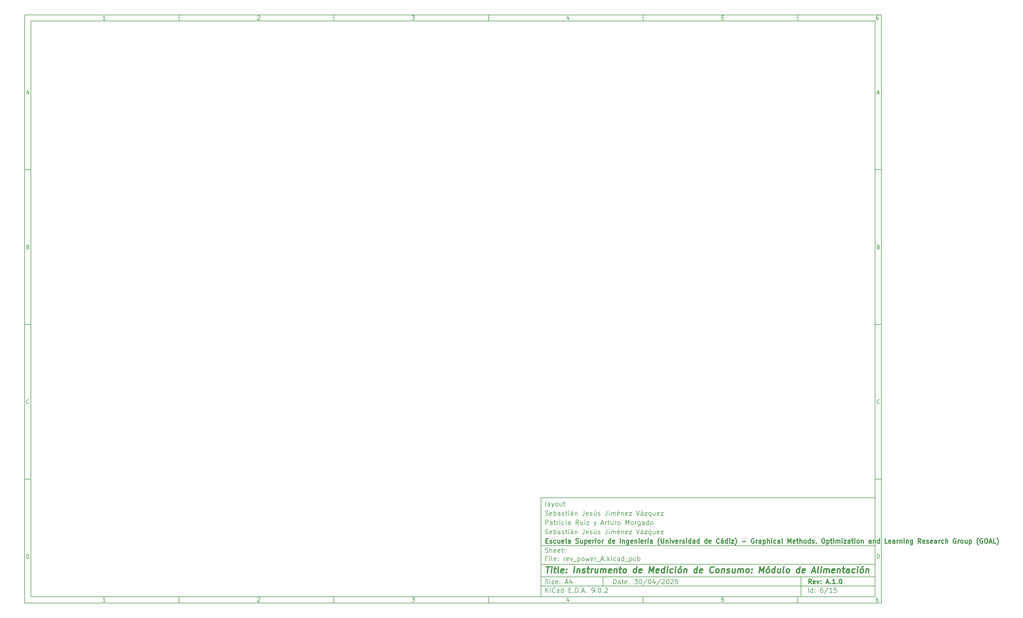
<source format=gbr>
%TF.GenerationSoftware,KiCad,Pcbnew,9.0.2*%
%TF.CreationDate,2025-11-09T23:00:08+01:00*%
%TF.ProjectId,rev_power_A,7265765f-706f-4776-9572-5f412e6b6963,A.1.0*%
%TF.SameCoordinates,Original*%
%TF.FileFunction,Paste,Bot*%
%TF.FilePolarity,Positive*%
%FSLAX46Y46*%
G04 Gerber Fmt 4.6, Leading zero omitted, Abs format (unit mm)*
G04 Created by KiCad (PCBNEW 9.0.2) date 2025-11-09 23:00:08*
%MOMM*%
%LPD*%
G01*
G04 APERTURE LIST*
%ADD10C,0.100000*%
%ADD11C,0.150000*%
%ADD12C,0.300000*%
%ADD13C,0.400000*%
G04 APERTURE END LIST*
D10*
D11*
X177002200Y-166007200D02*
X285002200Y-166007200D01*
X285002200Y-198007200D01*
X177002200Y-198007200D01*
X177002200Y-166007200D01*
D10*
D11*
X10000000Y-10000000D02*
X287002200Y-10000000D01*
X287002200Y-200007200D01*
X10000000Y-200007200D01*
X10000000Y-10000000D01*
D10*
D11*
X12000000Y-12000000D02*
X285002200Y-12000000D01*
X285002200Y-198007200D01*
X12000000Y-198007200D01*
X12000000Y-12000000D01*
D10*
D11*
X60000000Y-12000000D02*
X60000000Y-10000000D01*
D10*
D11*
X110000000Y-12000000D02*
X110000000Y-10000000D01*
D10*
D11*
X160000000Y-12000000D02*
X160000000Y-10000000D01*
D10*
D11*
X210000000Y-12000000D02*
X210000000Y-10000000D01*
D10*
D11*
X260000000Y-12000000D02*
X260000000Y-10000000D01*
D10*
D11*
X36089160Y-11593604D02*
X35346303Y-11593604D01*
X35717731Y-11593604D02*
X35717731Y-10293604D01*
X35717731Y-10293604D02*
X35593922Y-10479319D01*
X35593922Y-10479319D02*
X35470112Y-10603128D01*
X35470112Y-10603128D02*
X35346303Y-10665033D01*
D10*
D11*
X85346303Y-10417414D02*
X85408207Y-10355509D01*
X85408207Y-10355509D02*
X85532017Y-10293604D01*
X85532017Y-10293604D02*
X85841541Y-10293604D01*
X85841541Y-10293604D02*
X85965350Y-10355509D01*
X85965350Y-10355509D02*
X86027255Y-10417414D01*
X86027255Y-10417414D02*
X86089160Y-10541223D01*
X86089160Y-10541223D02*
X86089160Y-10665033D01*
X86089160Y-10665033D02*
X86027255Y-10850747D01*
X86027255Y-10850747D02*
X85284398Y-11593604D01*
X85284398Y-11593604D02*
X86089160Y-11593604D01*
D10*
D11*
X135284398Y-10293604D02*
X136089160Y-10293604D01*
X136089160Y-10293604D02*
X135655826Y-10788842D01*
X135655826Y-10788842D02*
X135841541Y-10788842D01*
X135841541Y-10788842D02*
X135965350Y-10850747D01*
X135965350Y-10850747D02*
X136027255Y-10912652D01*
X136027255Y-10912652D02*
X136089160Y-11036461D01*
X136089160Y-11036461D02*
X136089160Y-11345985D01*
X136089160Y-11345985D02*
X136027255Y-11469795D01*
X136027255Y-11469795D02*
X135965350Y-11531700D01*
X135965350Y-11531700D02*
X135841541Y-11593604D01*
X135841541Y-11593604D02*
X135470112Y-11593604D01*
X135470112Y-11593604D02*
X135346303Y-11531700D01*
X135346303Y-11531700D02*
X135284398Y-11469795D01*
D10*
D11*
X185965350Y-10726938D02*
X185965350Y-11593604D01*
X185655826Y-10231700D02*
X185346303Y-11160271D01*
X185346303Y-11160271D02*
X186151064Y-11160271D01*
D10*
D11*
X236027255Y-10293604D02*
X235408207Y-10293604D01*
X235408207Y-10293604D02*
X235346303Y-10912652D01*
X235346303Y-10912652D02*
X235408207Y-10850747D01*
X235408207Y-10850747D02*
X235532017Y-10788842D01*
X235532017Y-10788842D02*
X235841541Y-10788842D01*
X235841541Y-10788842D02*
X235965350Y-10850747D01*
X235965350Y-10850747D02*
X236027255Y-10912652D01*
X236027255Y-10912652D02*
X236089160Y-11036461D01*
X236089160Y-11036461D02*
X236089160Y-11345985D01*
X236089160Y-11345985D02*
X236027255Y-11469795D01*
X236027255Y-11469795D02*
X235965350Y-11531700D01*
X235965350Y-11531700D02*
X235841541Y-11593604D01*
X235841541Y-11593604D02*
X235532017Y-11593604D01*
X235532017Y-11593604D02*
X235408207Y-11531700D01*
X235408207Y-11531700D02*
X235346303Y-11469795D01*
D10*
D11*
X285965350Y-10293604D02*
X285717731Y-10293604D01*
X285717731Y-10293604D02*
X285593922Y-10355509D01*
X285593922Y-10355509D02*
X285532017Y-10417414D01*
X285532017Y-10417414D02*
X285408207Y-10603128D01*
X285408207Y-10603128D02*
X285346303Y-10850747D01*
X285346303Y-10850747D02*
X285346303Y-11345985D01*
X285346303Y-11345985D02*
X285408207Y-11469795D01*
X285408207Y-11469795D02*
X285470112Y-11531700D01*
X285470112Y-11531700D02*
X285593922Y-11593604D01*
X285593922Y-11593604D02*
X285841541Y-11593604D01*
X285841541Y-11593604D02*
X285965350Y-11531700D01*
X285965350Y-11531700D02*
X286027255Y-11469795D01*
X286027255Y-11469795D02*
X286089160Y-11345985D01*
X286089160Y-11345985D02*
X286089160Y-11036461D01*
X286089160Y-11036461D02*
X286027255Y-10912652D01*
X286027255Y-10912652D02*
X285965350Y-10850747D01*
X285965350Y-10850747D02*
X285841541Y-10788842D01*
X285841541Y-10788842D02*
X285593922Y-10788842D01*
X285593922Y-10788842D02*
X285470112Y-10850747D01*
X285470112Y-10850747D02*
X285408207Y-10912652D01*
X285408207Y-10912652D02*
X285346303Y-11036461D01*
D10*
D11*
X60000000Y-198007200D02*
X60000000Y-200007200D01*
D10*
D11*
X110000000Y-198007200D02*
X110000000Y-200007200D01*
D10*
D11*
X160000000Y-198007200D02*
X160000000Y-200007200D01*
D10*
D11*
X210000000Y-198007200D02*
X210000000Y-200007200D01*
D10*
D11*
X260000000Y-198007200D02*
X260000000Y-200007200D01*
D10*
D11*
X36089160Y-199600804D02*
X35346303Y-199600804D01*
X35717731Y-199600804D02*
X35717731Y-198300804D01*
X35717731Y-198300804D02*
X35593922Y-198486519D01*
X35593922Y-198486519D02*
X35470112Y-198610328D01*
X35470112Y-198610328D02*
X35346303Y-198672233D01*
D10*
D11*
X85346303Y-198424614D02*
X85408207Y-198362709D01*
X85408207Y-198362709D02*
X85532017Y-198300804D01*
X85532017Y-198300804D02*
X85841541Y-198300804D01*
X85841541Y-198300804D02*
X85965350Y-198362709D01*
X85965350Y-198362709D02*
X86027255Y-198424614D01*
X86027255Y-198424614D02*
X86089160Y-198548423D01*
X86089160Y-198548423D02*
X86089160Y-198672233D01*
X86089160Y-198672233D02*
X86027255Y-198857947D01*
X86027255Y-198857947D02*
X85284398Y-199600804D01*
X85284398Y-199600804D02*
X86089160Y-199600804D01*
D10*
D11*
X135284398Y-198300804D02*
X136089160Y-198300804D01*
X136089160Y-198300804D02*
X135655826Y-198796042D01*
X135655826Y-198796042D02*
X135841541Y-198796042D01*
X135841541Y-198796042D02*
X135965350Y-198857947D01*
X135965350Y-198857947D02*
X136027255Y-198919852D01*
X136027255Y-198919852D02*
X136089160Y-199043661D01*
X136089160Y-199043661D02*
X136089160Y-199353185D01*
X136089160Y-199353185D02*
X136027255Y-199476995D01*
X136027255Y-199476995D02*
X135965350Y-199538900D01*
X135965350Y-199538900D02*
X135841541Y-199600804D01*
X135841541Y-199600804D02*
X135470112Y-199600804D01*
X135470112Y-199600804D02*
X135346303Y-199538900D01*
X135346303Y-199538900D02*
X135284398Y-199476995D01*
D10*
D11*
X185965350Y-198734138D02*
X185965350Y-199600804D01*
X185655826Y-198238900D02*
X185346303Y-199167471D01*
X185346303Y-199167471D02*
X186151064Y-199167471D01*
D10*
D11*
X236027255Y-198300804D02*
X235408207Y-198300804D01*
X235408207Y-198300804D02*
X235346303Y-198919852D01*
X235346303Y-198919852D02*
X235408207Y-198857947D01*
X235408207Y-198857947D02*
X235532017Y-198796042D01*
X235532017Y-198796042D02*
X235841541Y-198796042D01*
X235841541Y-198796042D02*
X235965350Y-198857947D01*
X235965350Y-198857947D02*
X236027255Y-198919852D01*
X236027255Y-198919852D02*
X236089160Y-199043661D01*
X236089160Y-199043661D02*
X236089160Y-199353185D01*
X236089160Y-199353185D02*
X236027255Y-199476995D01*
X236027255Y-199476995D02*
X235965350Y-199538900D01*
X235965350Y-199538900D02*
X235841541Y-199600804D01*
X235841541Y-199600804D02*
X235532017Y-199600804D01*
X235532017Y-199600804D02*
X235408207Y-199538900D01*
X235408207Y-199538900D02*
X235346303Y-199476995D01*
D10*
D11*
X285965350Y-198300804D02*
X285717731Y-198300804D01*
X285717731Y-198300804D02*
X285593922Y-198362709D01*
X285593922Y-198362709D02*
X285532017Y-198424614D01*
X285532017Y-198424614D02*
X285408207Y-198610328D01*
X285408207Y-198610328D02*
X285346303Y-198857947D01*
X285346303Y-198857947D02*
X285346303Y-199353185D01*
X285346303Y-199353185D02*
X285408207Y-199476995D01*
X285408207Y-199476995D02*
X285470112Y-199538900D01*
X285470112Y-199538900D02*
X285593922Y-199600804D01*
X285593922Y-199600804D02*
X285841541Y-199600804D01*
X285841541Y-199600804D02*
X285965350Y-199538900D01*
X285965350Y-199538900D02*
X286027255Y-199476995D01*
X286027255Y-199476995D02*
X286089160Y-199353185D01*
X286089160Y-199353185D02*
X286089160Y-199043661D01*
X286089160Y-199043661D02*
X286027255Y-198919852D01*
X286027255Y-198919852D02*
X285965350Y-198857947D01*
X285965350Y-198857947D02*
X285841541Y-198796042D01*
X285841541Y-198796042D02*
X285593922Y-198796042D01*
X285593922Y-198796042D02*
X285470112Y-198857947D01*
X285470112Y-198857947D02*
X285408207Y-198919852D01*
X285408207Y-198919852D02*
X285346303Y-199043661D01*
D10*
D11*
X10000000Y-60000000D02*
X12000000Y-60000000D01*
D10*
D11*
X10000000Y-110000000D02*
X12000000Y-110000000D01*
D10*
D11*
X10000000Y-160000000D02*
X12000000Y-160000000D01*
D10*
D11*
X10690476Y-35222176D02*
X11309523Y-35222176D01*
X10566666Y-35593604D02*
X10999999Y-34293604D01*
X10999999Y-34293604D02*
X11433333Y-35593604D01*
D10*
D11*
X11092857Y-84912652D02*
X11278571Y-84974557D01*
X11278571Y-84974557D02*
X11340476Y-85036461D01*
X11340476Y-85036461D02*
X11402380Y-85160271D01*
X11402380Y-85160271D02*
X11402380Y-85345985D01*
X11402380Y-85345985D02*
X11340476Y-85469795D01*
X11340476Y-85469795D02*
X11278571Y-85531700D01*
X11278571Y-85531700D02*
X11154761Y-85593604D01*
X11154761Y-85593604D02*
X10659523Y-85593604D01*
X10659523Y-85593604D02*
X10659523Y-84293604D01*
X10659523Y-84293604D02*
X11092857Y-84293604D01*
X11092857Y-84293604D02*
X11216666Y-84355509D01*
X11216666Y-84355509D02*
X11278571Y-84417414D01*
X11278571Y-84417414D02*
X11340476Y-84541223D01*
X11340476Y-84541223D02*
X11340476Y-84665033D01*
X11340476Y-84665033D02*
X11278571Y-84788842D01*
X11278571Y-84788842D02*
X11216666Y-84850747D01*
X11216666Y-84850747D02*
X11092857Y-84912652D01*
X11092857Y-84912652D02*
X10659523Y-84912652D01*
D10*
D11*
X11402380Y-135469795D02*
X11340476Y-135531700D01*
X11340476Y-135531700D02*
X11154761Y-135593604D01*
X11154761Y-135593604D02*
X11030952Y-135593604D01*
X11030952Y-135593604D02*
X10845238Y-135531700D01*
X10845238Y-135531700D02*
X10721428Y-135407890D01*
X10721428Y-135407890D02*
X10659523Y-135284080D01*
X10659523Y-135284080D02*
X10597619Y-135036461D01*
X10597619Y-135036461D02*
X10597619Y-134850747D01*
X10597619Y-134850747D02*
X10659523Y-134603128D01*
X10659523Y-134603128D02*
X10721428Y-134479319D01*
X10721428Y-134479319D02*
X10845238Y-134355509D01*
X10845238Y-134355509D02*
X11030952Y-134293604D01*
X11030952Y-134293604D02*
X11154761Y-134293604D01*
X11154761Y-134293604D02*
X11340476Y-134355509D01*
X11340476Y-134355509D02*
X11402380Y-134417414D01*
D10*
D11*
X10659523Y-185593604D02*
X10659523Y-184293604D01*
X10659523Y-184293604D02*
X10969047Y-184293604D01*
X10969047Y-184293604D02*
X11154761Y-184355509D01*
X11154761Y-184355509D02*
X11278571Y-184479319D01*
X11278571Y-184479319D02*
X11340476Y-184603128D01*
X11340476Y-184603128D02*
X11402380Y-184850747D01*
X11402380Y-184850747D02*
X11402380Y-185036461D01*
X11402380Y-185036461D02*
X11340476Y-185284080D01*
X11340476Y-185284080D02*
X11278571Y-185407890D01*
X11278571Y-185407890D02*
X11154761Y-185531700D01*
X11154761Y-185531700D02*
X10969047Y-185593604D01*
X10969047Y-185593604D02*
X10659523Y-185593604D01*
D10*
D11*
X287002200Y-60000000D02*
X285002200Y-60000000D01*
D10*
D11*
X287002200Y-110000000D02*
X285002200Y-110000000D01*
D10*
D11*
X287002200Y-160000000D02*
X285002200Y-160000000D01*
D10*
D11*
X285692676Y-35222176D02*
X286311723Y-35222176D01*
X285568866Y-35593604D02*
X286002199Y-34293604D01*
X286002199Y-34293604D02*
X286435533Y-35593604D01*
D10*
D11*
X286095057Y-84912652D02*
X286280771Y-84974557D01*
X286280771Y-84974557D02*
X286342676Y-85036461D01*
X286342676Y-85036461D02*
X286404580Y-85160271D01*
X286404580Y-85160271D02*
X286404580Y-85345985D01*
X286404580Y-85345985D02*
X286342676Y-85469795D01*
X286342676Y-85469795D02*
X286280771Y-85531700D01*
X286280771Y-85531700D02*
X286156961Y-85593604D01*
X286156961Y-85593604D02*
X285661723Y-85593604D01*
X285661723Y-85593604D02*
X285661723Y-84293604D01*
X285661723Y-84293604D02*
X286095057Y-84293604D01*
X286095057Y-84293604D02*
X286218866Y-84355509D01*
X286218866Y-84355509D02*
X286280771Y-84417414D01*
X286280771Y-84417414D02*
X286342676Y-84541223D01*
X286342676Y-84541223D02*
X286342676Y-84665033D01*
X286342676Y-84665033D02*
X286280771Y-84788842D01*
X286280771Y-84788842D02*
X286218866Y-84850747D01*
X286218866Y-84850747D02*
X286095057Y-84912652D01*
X286095057Y-84912652D02*
X285661723Y-84912652D01*
D10*
D11*
X286404580Y-135469795D02*
X286342676Y-135531700D01*
X286342676Y-135531700D02*
X286156961Y-135593604D01*
X286156961Y-135593604D02*
X286033152Y-135593604D01*
X286033152Y-135593604D02*
X285847438Y-135531700D01*
X285847438Y-135531700D02*
X285723628Y-135407890D01*
X285723628Y-135407890D02*
X285661723Y-135284080D01*
X285661723Y-135284080D02*
X285599819Y-135036461D01*
X285599819Y-135036461D02*
X285599819Y-134850747D01*
X285599819Y-134850747D02*
X285661723Y-134603128D01*
X285661723Y-134603128D02*
X285723628Y-134479319D01*
X285723628Y-134479319D02*
X285847438Y-134355509D01*
X285847438Y-134355509D02*
X286033152Y-134293604D01*
X286033152Y-134293604D02*
X286156961Y-134293604D01*
X286156961Y-134293604D02*
X286342676Y-134355509D01*
X286342676Y-134355509D02*
X286404580Y-134417414D01*
D10*
D11*
X285661723Y-185593604D02*
X285661723Y-184293604D01*
X285661723Y-184293604D02*
X285971247Y-184293604D01*
X285971247Y-184293604D02*
X286156961Y-184355509D01*
X286156961Y-184355509D02*
X286280771Y-184479319D01*
X286280771Y-184479319D02*
X286342676Y-184603128D01*
X286342676Y-184603128D02*
X286404580Y-184850747D01*
X286404580Y-184850747D02*
X286404580Y-185036461D01*
X286404580Y-185036461D02*
X286342676Y-185284080D01*
X286342676Y-185284080D02*
X286280771Y-185407890D01*
X286280771Y-185407890D02*
X286156961Y-185531700D01*
X286156961Y-185531700D02*
X285971247Y-185593604D01*
X285971247Y-185593604D02*
X285661723Y-185593604D01*
D10*
D11*
X200458026Y-193793328D02*
X200458026Y-192293328D01*
X200458026Y-192293328D02*
X200815169Y-192293328D01*
X200815169Y-192293328D02*
X201029455Y-192364757D01*
X201029455Y-192364757D02*
X201172312Y-192507614D01*
X201172312Y-192507614D02*
X201243741Y-192650471D01*
X201243741Y-192650471D02*
X201315169Y-192936185D01*
X201315169Y-192936185D02*
X201315169Y-193150471D01*
X201315169Y-193150471D02*
X201243741Y-193436185D01*
X201243741Y-193436185D02*
X201172312Y-193579042D01*
X201172312Y-193579042D02*
X201029455Y-193721900D01*
X201029455Y-193721900D02*
X200815169Y-193793328D01*
X200815169Y-193793328D02*
X200458026Y-193793328D01*
X202600884Y-193793328D02*
X202600884Y-193007614D01*
X202600884Y-193007614D02*
X202529455Y-192864757D01*
X202529455Y-192864757D02*
X202386598Y-192793328D01*
X202386598Y-192793328D02*
X202100884Y-192793328D01*
X202100884Y-192793328D02*
X201958026Y-192864757D01*
X202600884Y-193721900D02*
X202458026Y-193793328D01*
X202458026Y-193793328D02*
X202100884Y-193793328D01*
X202100884Y-193793328D02*
X201958026Y-193721900D01*
X201958026Y-193721900D02*
X201886598Y-193579042D01*
X201886598Y-193579042D02*
X201886598Y-193436185D01*
X201886598Y-193436185D02*
X201958026Y-193293328D01*
X201958026Y-193293328D02*
X202100884Y-193221900D01*
X202100884Y-193221900D02*
X202458026Y-193221900D01*
X202458026Y-193221900D02*
X202600884Y-193150471D01*
X203100884Y-192793328D02*
X203672312Y-192793328D01*
X203315169Y-192293328D02*
X203315169Y-193579042D01*
X203315169Y-193579042D02*
X203386598Y-193721900D01*
X203386598Y-193721900D02*
X203529455Y-193793328D01*
X203529455Y-193793328D02*
X203672312Y-193793328D01*
X204743741Y-193721900D02*
X204600884Y-193793328D01*
X204600884Y-193793328D02*
X204315170Y-193793328D01*
X204315170Y-193793328D02*
X204172312Y-193721900D01*
X204172312Y-193721900D02*
X204100884Y-193579042D01*
X204100884Y-193579042D02*
X204100884Y-193007614D01*
X204100884Y-193007614D02*
X204172312Y-192864757D01*
X204172312Y-192864757D02*
X204315170Y-192793328D01*
X204315170Y-192793328D02*
X204600884Y-192793328D01*
X204600884Y-192793328D02*
X204743741Y-192864757D01*
X204743741Y-192864757D02*
X204815170Y-193007614D01*
X204815170Y-193007614D02*
X204815170Y-193150471D01*
X204815170Y-193150471D02*
X204100884Y-193293328D01*
X205458026Y-193650471D02*
X205529455Y-193721900D01*
X205529455Y-193721900D02*
X205458026Y-193793328D01*
X205458026Y-193793328D02*
X205386598Y-193721900D01*
X205386598Y-193721900D02*
X205458026Y-193650471D01*
X205458026Y-193650471D02*
X205458026Y-193793328D01*
X205458026Y-192864757D02*
X205529455Y-192936185D01*
X205529455Y-192936185D02*
X205458026Y-193007614D01*
X205458026Y-193007614D02*
X205386598Y-192936185D01*
X205386598Y-192936185D02*
X205458026Y-192864757D01*
X205458026Y-192864757D02*
X205458026Y-193007614D01*
X207172312Y-192293328D02*
X208100884Y-192293328D01*
X208100884Y-192293328D02*
X207600884Y-192864757D01*
X207600884Y-192864757D02*
X207815169Y-192864757D01*
X207815169Y-192864757D02*
X207958027Y-192936185D01*
X207958027Y-192936185D02*
X208029455Y-193007614D01*
X208029455Y-193007614D02*
X208100884Y-193150471D01*
X208100884Y-193150471D02*
X208100884Y-193507614D01*
X208100884Y-193507614D02*
X208029455Y-193650471D01*
X208029455Y-193650471D02*
X207958027Y-193721900D01*
X207958027Y-193721900D02*
X207815169Y-193793328D01*
X207815169Y-193793328D02*
X207386598Y-193793328D01*
X207386598Y-193793328D02*
X207243741Y-193721900D01*
X207243741Y-193721900D02*
X207172312Y-193650471D01*
X209029455Y-192293328D02*
X209172312Y-192293328D01*
X209172312Y-192293328D02*
X209315169Y-192364757D01*
X209315169Y-192364757D02*
X209386598Y-192436185D01*
X209386598Y-192436185D02*
X209458026Y-192579042D01*
X209458026Y-192579042D02*
X209529455Y-192864757D01*
X209529455Y-192864757D02*
X209529455Y-193221900D01*
X209529455Y-193221900D02*
X209458026Y-193507614D01*
X209458026Y-193507614D02*
X209386598Y-193650471D01*
X209386598Y-193650471D02*
X209315169Y-193721900D01*
X209315169Y-193721900D02*
X209172312Y-193793328D01*
X209172312Y-193793328D02*
X209029455Y-193793328D01*
X209029455Y-193793328D02*
X208886598Y-193721900D01*
X208886598Y-193721900D02*
X208815169Y-193650471D01*
X208815169Y-193650471D02*
X208743740Y-193507614D01*
X208743740Y-193507614D02*
X208672312Y-193221900D01*
X208672312Y-193221900D02*
X208672312Y-192864757D01*
X208672312Y-192864757D02*
X208743740Y-192579042D01*
X208743740Y-192579042D02*
X208815169Y-192436185D01*
X208815169Y-192436185D02*
X208886598Y-192364757D01*
X208886598Y-192364757D02*
X209029455Y-192293328D01*
X211243740Y-192221900D02*
X209958026Y-194150471D01*
X212029455Y-192293328D02*
X212172312Y-192293328D01*
X212172312Y-192293328D02*
X212315169Y-192364757D01*
X212315169Y-192364757D02*
X212386598Y-192436185D01*
X212386598Y-192436185D02*
X212458026Y-192579042D01*
X212458026Y-192579042D02*
X212529455Y-192864757D01*
X212529455Y-192864757D02*
X212529455Y-193221900D01*
X212529455Y-193221900D02*
X212458026Y-193507614D01*
X212458026Y-193507614D02*
X212386598Y-193650471D01*
X212386598Y-193650471D02*
X212315169Y-193721900D01*
X212315169Y-193721900D02*
X212172312Y-193793328D01*
X212172312Y-193793328D02*
X212029455Y-193793328D01*
X212029455Y-193793328D02*
X211886598Y-193721900D01*
X211886598Y-193721900D02*
X211815169Y-193650471D01*
X211815169Y-193650471D02*
X211743740Y-193507614D01*
X211743740Y-193507614D02*
X211672312Y-193221900D01*
X211672312Y-193221900D02*
X211672312Y-192864757D01*
X211672312Y-192864757D02*
X211743740Y-192579042D01*
X211743740Y-192579042D02*
X211815169Y-192436185D01*
X211815169Y-192436185D02*
X211886598Y-192364757D01*
X211886598Y-192364757D02*
X212029455Y-192293328D01*
X213815169Y-192793328D02*
X213815169Y-193793328D01*
X213458026Y-192221900D02*
X213100883Y-193293328D01*
X213100883Y-193293328D02*
X214029454Y-193293328D01*
X215672311Y-192221900D02*
X214386597Y-194150471D01*
X216100883Y-192436185D02*
X216172311Y-192364757D01*
X216172311Y-192364757D02*
X216315169Y-192293328D01*
X216315169Y-192293328D02*
X216672311Y-192293328D01*
X216672311Y-192293328D02*
X216815169Y-192364757D01*
X216815169Y-192364757D02*
X216886597Y-192436185D01*
X216886597Y-192436185D02*
X216958026Y-192579042D01*
X216958026Y-192579042D02*
X216958026Y-192721900D01*
X216958026Y-192721900D02*
X216886597Y-192936185D01*
X216886597Y-192936185D02*
X216029454Y-193793328D01*
X216029454Y-193793328D02*
X216958026Y-193793328D01*
X217886597Y-192293328D02*
X218029454Y-192293328D01*
X218029454Y-192293328D02*
X218172311Y-192364757D01*
X218172311Y-192364757D02*
X218243740Y-192436185D01*
X218243740Y-192436185D02*
X218315168Y-192579042D01*
X218315168Y-192579042D02*
X218386597Y-192864757D01*
X218386597Y-192864757D02*
X218386597Y-193221900D01*
X218386597Y-193221900D02*
X218315168Y-193507614D01*
X218315168Y-193507614D02*
X218243740Y-193650471D01*
X218243740Y-193650471D02*
X218172311Y-193721900D01*
X218172311Y-193721900D02*
X218029454Y-193793328D01*
X218029454Y-193793328D02*
X217886597Y-193793328D01*
X217886597Y-193793328D02*
X217743740Y-193721900D01*
X217743740Y-193721900D02*
X217672311Y-193650471D01*
X217672311Y-193650471D02*
X217600882Y-193507614D01*
X217600882Y-193507614D02*
X217529454Y-193221900D01*
X217529454Y-193221900D02*
X217529454Y-192864757D01*
X217529454Y-192864757D02*
X217600882Y-192579042D01*
X217600882Y-192579042D02*
X217672311Y-192436185D01*
X217672311Y-192436185D02*
X217743740Y-192364757D01*
X217743740Y-192364757D02*
X217886597Y-192293328D01*
X218958025Y-192436185D02*
X219029453Y-192364757D01*
X219029453Y-192364757D02*
X219172311Y-192293328D01*
X219172311Y-192293328D02*
X219529453Y-192293328D01*
X219529453Y-192293328D02*
X219672311Y-192364757D01*
X219672311Y-192364757D02*
X219743739Y-192436185D01*
X219743739Y-192436185D02*
X219815168Y-192579042D01*
X219815168Y-192579042D02*
X219815168Y-192721900D01*
X219815168Y-192721900D02*
X219743739Y-192936185D01*
X219743739Y-192936185D02*
X218886596Y-193793328D01*
X218886596Y-193793328D02*
X219815168Y-193793328D01*
X221172310Y-192293328D02*
X220458024Y-192293328D01*
X220458024Y-192293328D02*
X220386596Y-193007614D01*
X220386596Y-193007614D02*
X220458024Y-192936185D01*
X220458024Y-192936185D02*
X220600882Y-192864757D01*
X220600882Y-192864757D02*
X220958024Y-192864757D01*
X220958024Y-192864757D02*
X221100882Y-192936185D01*
X221100882Y-192936185D02*
X221172310Y-193007614D01*
X221172310Y-193007614D02*
X221243739Y-193150471D01*
X221243739Y-193150471D02*
X221243739Y-193507614D01*
X221243739Y-193507614D02*
X221172310Y-193650471D01*
X221172310Y-193650471D02*
X221100882Y-193721900D01*
X221100882Y-193721900D02*
X220958024Y-193793328D01*
X220958024Y-193793328D02*
X220600882Y-193793328D01*
X220600882Y-193793328D02*
X220458024Y-193721900D01*
X220458024Y-193721900D02*
X220386596Y-193650471D01*
D10*
D11*
X177002200Y-194507200D02*
X285002200Y-194507200D01*
D10*
D11*
X178458026Y-196593328D02*
X178458026Y-195093328D01*
X179315169Y-196593328D02*
X178672312Y-195736185D01*
X179315169Y-195093328D02*
X178458026Y-195950471D01*
X179958026Y-196593328D02*
X179958026Y-195593328D01*
X179958026Y-195093328D02*
X179886598Y-195164757D01*
X179886598Y-195164757D02*
X179958026Y-195236185D01*
X179958026Y-195236185D02*
X180029455Y-195164757D01*
X180029455Y-195164757D02*
X179958026Y-195093328D01*
X179958026Y-195093328D02*
X179958026Y-195236185D01*
X181529455Y-196450471D02*
X181458027Y-196521900D01*
X181458027Y-196521900D02*
X181243741Y-196593328D01*
X181243741Y-196593328D02*
X181100884Y-196593328D01*
X181100884Y-196593328D02*
X180886598Y-196521900D01*
X180886598Y-196521900D02*
X180743741Y-196379042D01*
X180743741Y-196379042D02*
X180672312Y-196236185D01*
X180672312Y-196236185D02*
X180600884Y-195950471D01*
X180600884Y-195950471D02*
X180600884Y-195736185D01*
X180600884Y-195736185D02*
X180672312Y-195450471D01*
X180672312Y-195450471D02*
X180743741Y-195307614D01*
X180743741Y-195307614D02*
X180886598Y-195164757D01*
X180886598Y-195164757D02*
X181100884Y-195093328D01*
X181100884Y-195093328D02*
X181243741Y-195093328D01*
X181243741Y-195093328D02*
X181458027Y-195164757D01*
X181458027Y-195164757D02*
X181529455Y-195236185D01*
X182815170Y-196593328D02*
X182815170Y-195807614D01*
X182815170Y-195807614D02*
X182743741Y-195664757D01*
X182743741Y-195664757D02*
X182600884Y-195593328D01*
X182600884Y-195593328D02*
X182315170Y-195593328D01*
X182315170Y-195593328D02*
X182172312Y-195664757D01*
X182815170Y-196521900D02*
X182672312Y-196593328D01*
X182672312Y-196593328D02*
X182315170Y-196593328D01*
X182315170Y-196593328D02*
X182172312Y-196521900D01*
X182172312Y-196521900D02*
X182100884Y-196379042D01*
X182100884Y-196379042D02*
X182100884Y-196236185D01*
X182100884Y-196236185D02*
X182172312Y-196093328D01*
X182172312Y-196093328D02*
X182315170Y-196021900D01*
X182315170Y-196021900D02*
X182672312Y-196021900D01*
X182672312Y-196021900D02*
X182815170Y-195950471D01*
X184172313Y-196593328D02*
X184172313Y-195093328D01*
X184172313Y-196521900D02*
X184029455Y-196593328D01*
X184029455Y-196593328D02*
X183743741Y-196593328D01*
X183743741Y-196593328D02*
X183600884Y-196521900D01*
X183600884Y-196521900D02*
X183529455Y-196450471D01*
X183529455Y-196450471D02*
X183458027Y-196307614D01*
X183458027Y-196307614D02*
X183458027Y-195879042D01*
X183458027Y-195879042D02*
X183529455Y-195736185D01*
X183529455Y-195736185D02*
X183600884Y-195664757D01*
X183600884Y-195664757D02*
X183743741Y-195593328D01*
X183743741Y-195593328D02*
X184029455Y-195593328D01*
X184029455Y-195593328D02*
X184172313Y-195664757D01*
X186029455Y-195807614D02*
X186529455Y-195807614D01*
X186743741Y-196593328D02*
X186029455Y-196593328D01*
X186029455Y-196593328D02*
X186029455Y-195093328D01*
X186029455Y-195093328D02*
X186743741Y-195093328D01*
X187386598Y-196450471D02*
X187458027Y-196521900D01*
X187458027Y-196521900D02*
X187386598Y-196593328D01*
X187386598Y-196593328D02*
X187315170Y-196521900D01*
X187315170Y-196521900D02*
X187386598Y-196450471D01*
X187386598Y-196450471D02*
X187386598Y-196593328D01*
X188100884Y-196593328D02*
X188100884Y-195093328D01*
X188100884Y-195093328D02*
X188458027Y-195093328D01*
X188458027Y-195093328D02*
X188672313Y-195164757D01*
X188672313Y-195164757D02*
X188815170Y-195307614D01*
X188815170Y-195307614D02*
X188886599Y-195450471D01*
X188886599Y-195450471D02*
X188958027Y-195736185D01*
X188958027Y-195736185D02*
X188958027Y-195950471D01*
X188958027Y-195950471D02*
X188886599Y-196236185D01*
X188886599Y-196236185D02*
X188815170Y-196379042D01*
X188815170Y-196379042D02*
X188672313Y-196521900D01*
X188672313Y-196521900D02*
X188458027Y-196593328D01*
X188458027Y-196593328D02*
X188100884Y-196593328D01*
X189600884Y-196450471D02*
X189672313Y-196521900D01*
X189672313Y-196521900D02*
X189600884Y-196593328D01*
X189600884Y-196593328D02*
X189529456Y-196521900D01*
X189529456Y-196521900D02*
X189600884Y-196450471D01*
X189600884Y-196450471D02*
X189600884Y-196593328D01*
X190243742Y-196164757D02*
X190958028Y-196164757D01*
X190100885Y-196593328D02*
X190600885Y-195093328D01*
X190600885Y-195093328D02*
X191100885Y-196593328D01*
X191600884Y-196450471D02*
X191672313Y-196521900D01*
X191672313Y-196521900D02*
X191600884Y-196593328D01*
X191600884Y-196593328D02*
X191529456Y-196521900D01*
X191529456Y-196521900D02*
X191600884Y-196450471D01*
X191600884Y-196450471D02*
X191600884Y-196593328D01*
X193529456Y-196593328D02*
X193815170Y-196593328D01*
X193815170Y-196593328D02*
X193958027Y-196521900D01*
X193958027Y-196521900D02*
X194029456Y-196450471D01*
X194029456Y-196450471D02*
X194172313Y-196236185D01*
X194172313Y-196236185D02*
X194243742Y-195950471D01*
X194243742Y-195950471D02*
X194243742Y-195379042D01*
X194243742Y-195379042D02*
X194172313Y-195236185D01*
X194172313Y-195236185D02*
X194100885Y-195164757D01*
X194100885Y-195164757D02*
X193958027Y-195093328D01*
X193958027Y-195093328D02*
X193672313Y-195093328D01*
X193672313Y-195093328D02*
X193529456Y-195164757D01*
X193529456Y-195164757D02*
X193458027Y-195236185D01*
X193458027Y-195236185D02*
X193386599Y-195379042D01*
X193386599Y-195379042D02*
X193386599Y-195736185D01*
X193386599Y-195736185D02*
X193458027Y-195879042D01*
X193458027Y-195879042D02*
X193529456Y-195950471D01*
X193529456Y-195950471D02*
X193672313Y-196021900D01*
X193672313Y-196021900D02*
X193958027Y-196021900D01*
X193958027Y-196021900D02*
X194100885Y-195950471D01*
X194100885Y-195950471D02*
X194172313Y-195879042D01*
X194172313Y-195879042D02*
X194243742Y-195736185D01*
X194886598Y-196450471D02*
X194958027Y-196521900D01*
X194958027Y-196521900D02*
X194886598Y-196593328D01*
X194886598Y-196593328D02*
X194815170Y-196521900D01*
X194815170Y-196521900D02*
X194886598Y-196450471D01*
X194886598Y-196450471D02*
X194886598Y-196593328D01*
X195886599Y-195093328D02*
X196029456Y-195093328D01*
X196029456Y-195093328D02*
X196172313Y-195164757D01*
X196172313Y-195164757D02*
X196243742Y-195236185D01*
X196243742Y-195236185D02*
X196315170Y-195379042D01*
X196315170Y-195379042D02*
X196386599Y-195664757D01*
X196386599Y-195664757D02*
X196386599Y-196021900D01*
X196386599Y-196021900D02*
X196315170Y-196307614D01*
X196315170Y-196307614D02*
X196243742Y-196450471D01*
X196243742Y-196450471D02*
X196172313Y-196521900D01*
X196172313Y-196521900D02*
X196029456Y-196593328D01*
X196029456Y-196593328D02*
X195886599Y-196593328D01*
X195886599Y-196593328D02*
X195743742Y-196521900D01*
X195743742Y-196521900D02*
X195672313Y-196450471D01*
X195672313Y-196450471D02*
X195600884Y-196307614D01*
X195600884Y-196307614D02*
X195529456Y-196021900D01*
X195529456Y-196021900D02*
X195529456Y-195664757D01*
X195529456Y-195664757D02*
X195600884Y-195379042D01*
X195600884Y-195379042D02*
X195672313Y-195236185D01*
X195672313Y-195236185D02*
X195743742Y-195164757D01*
X195743742Y-195164757D02*
X195886599Y-195093328D01*
X197029455Y-196450471D02*
X197100884Y-196521900D01*
X197100884Y-196521900D02*
X197029455Y-196593328D01*
X197029455Y-196593328D02*
X196958027Y-196521900D01*
X196958027Y-196521900D02*
X197029455Y-196450471D01*
X197029455Y-196450471D02*
X197029455Y-196593328D01*
X197672313Y-195236185D02*
X197743741Y-195164757D01*
X197743741Y-195164757D02*
X197886599Y-195093328D01*
X197886599Y-195093328D02*
X198243741Y-195093328D01*
X198243741Y-195093328D02*
X198386599Y-195164757D01*
X198386599Y-195164757D02*
X198458027Y-195236185D01*
X198458027Y-195236185D02*
X198529456Y-195379042D01*
X198529456Y-195379042D02*
X198529456Y-195521900D01*
X198529456Y-195521900D02*
X198458027Y-195736185D01*
X198458027Y-195736185D02*
X197600884Y-196593328D01*
X197600884Y-196593328D02*
X198529456Y-196593328D01*
D10*
D11*
X177002200Y-191507200D02*
X285002200Y-191507200D01*
D10*
D12*
X264413853Y-193785528D02*
X263913853Y-193071242D01*
X263556710Y-193785528D02*
X263556710Y-192285528D01*
X263556710Y-192285528D02*
X264128139Y-192285528D01*
X264128139Y-192285528D02*
X264270996Y-192356957D01*
X264270996Y-192356957D02*
X264342425Y-192428385D01*
X264342425Y-192428385D02*
X264413853Y-192571242D01*
X264413853Y-192571242D02*
X264413853Y-192785528D01*
X264413853Y-192785528D02*
X264342425Y-192928385D01*
X264342425Y-192928385D02*
X264270996Y-192999814D01*
X264270996Y-192999814D02*
X264128139Y-193071242D01*
X264128139Y-193071242D02*
X263556710Y-193071242D01*
X265628139Y-193714100D02*
X265485282Y-193785528D01*
X265485282Y-193785528D02*
X265199568Y-193785528D01*
X265199568Y-193785528D02*
X265056710Y-193714100D01*
X265056710Y-193714100D02*
X264985282Y-193571242D01*
X264985282Y-193571242D02*
X264985282Y-192999814D01*
X264985282Y-192999814D02*
X265056710Y-192856957D01*
X265056710Y-192856957D02*
X265199568Y-192785528D01*
X265199568Y-192785528D02*
X265485282Y-192785528D01*
X265485282Y-192785528D02*
X265628139Y-192856957D01*
X265628139Y-192856957D02*
X265699568Y-192999814D01*
X265699568Y-192999814D02*
X265699568Y-193142671D01*
X265699568Y-193142671D02*
X264985282Y-193285528D01*
X266199567Y-192785528D02*
X266556710Y-193785528D01*
X266556710Y-193785528D02*
X266913853Y-192785528D01*
X267485281Y-193642671D02*
X267556710Y-193714100D01*
X267556710Y-193714100D02*
X267485281Y-193785528D01*
X267485281Y-193785528D02*
X267413853Y-193714100D01*
X267413853Y-193714100D02*
X267485281Y-193642671D01*
X267485281Y-193642671D02*
X267485281Y-193785528D01*
X267485281Y-192856957D02*
X267556710Y-192928385D01*
X267556710Y-192928385D02*
X267485281Y-192999814D01*
X267485281Y-192999814D02*
X267413853Y-192928385D01*
X267413853Y-192928385D02*
X267485281Y-192856957D01*
X267485281Y-192856957D02*
X267485281Y-192999814D01*
X269270996Y-193356957D02*
X269985282Y-193356957D01*
X269128139Y-193785528D02*
X269628139Y-192285528D01*
X269628139Y-192285528D02*
X270128139Y-193785528D01*
X270628138Y-193642671D02*
X270699567Y-193714100D01*
X270699567Y-193714100D02*
X270628138Y-193785528D01*
X270628138Y-193785528D02*
X270556710Y-193714100D01*
X270556710Y-193714100D02*
X270628138Y-193642671D01*
X270628138Y-193642671D02*
X270628138Y-193785528D01*
X272128139Y-193785528D02*
X271270996Y-193785528D01*
X271699567Y-193785528D02*
X271699567Y-192285528D01*
X271699567Y-192285528D02*
X271556710Y-192499814D01*
X271556710Y-192499814D02*
X271413853Y-192642671D01*
X271413853Y-192642671D02*
X271270996Y-192714100D01*
X272770995Y-193642671D02*
X272842424Y-193714100D01*
X272842424Y-193714100D02*
X272770995Y-193785528D01*
X272770995Y-193785528D02*
X272699567Y-193714100D01*
X272699567Y-193714100D02*
X272770995Y-193642671D01*
X272770995Y-193642671D02*
X272770995Y-193785528D01*
X273770996Y-192285528D02*
X273913853Y-192285528D01*
X273913853Y-192285528D02*
X274056710Y-192356957D01*
X274056710Y-192356957D02*
X274128139Y-192428385D01*
X274128139Y-192428385D02*
X274199567Y-192571242D01*
X274199567Y-192571242D02*
X274270996Y-192856957D01*
X274270996Y-192856957D02*
X274270996Y-193214100D01*
X274270996Y-193214100D02*
X274199567Y-193499814D01*
X274199567Y-193499814D02*
X274128139Y-193642671D01*
X274128139Y-193642671D02*
X274056710Y-193714100D01*
X274056710Y-193714100D02*
X273913853Y-193785528D01*
X273913853Y-193785528D02*
X273770996Y-193785528D01*
X273770996Y-193785528D02*
X273628139Y-193714100D01*
X273628139Y-193714100D02*
X273556710Y-193642671D01*
X273556710Y-193642671D02*
X273485281Y-193499814D01*
X273485281Y-193499814D02*
X273413853Y-193214100D01*
X273413853Y-193214100D02*
X273413853Y-192856957D01*
X273413853Y-192856957D02*
X273485281Y-192571242D01*
X273485281Y-192571242D02*
X273556710Y-192428385D01*
X273556710Y-192428385D02*
X273628139Y-192356957D01*
X273628139Y-192356957D02*
X273770996Y-192285528D01*
D10*
D11*
X178386598Y-193721900D02*
X178600884Y-193793328D01*
X178600884Y-193793328D02*
X178958026Y-193793328D01*
X178958026Y-193793328D02*
X179100884Y-193721900D01*
X179100884Y-193721900D02*
X179172312Y-193650471D01*
X179172312Y-193650471D02*
X179243741Y-193507614D01*
X179243741Y-193507614D02*
X179243741Y-193364757D01*
X179243741Y-193364757D02*
X179172312Y-193221900D01*
X179172312Y-193221900D02*
X179100884Y-193150471D01*
X179100884Y-193150471D02*
X178958026Y-193079042D01*
X178958026Y-193079042D02*
X178672312Y-193007614D01*
X178672312Y-193007614D02*
X178529455Y-192936185D01*
X178529455Y-192936185D02*
X178458026Y-192864757D01*
X178458026Y-192864757D02*
X178386598Y-192721900D01*
X178386598Y-192721900D02*
X178386598Y-192579042D01*
X178386598Y-192579042D02*
X178458026Y-192436185D01*
X178458026Y-192436185D02*
X178529455Y-192364757D01*
X178529455Y-192364757D02*
X178672312Y-192293328D01*
X178672312Y-192293328D02*
X179029455Y-192293328D01*
X179029455Y-192293328D02*
X179243741Y-192364757D01*
X179886597Y-193793328D02*
X179886597Y-192793328D01*
X179886597Y-192293328D02*
X179815169Y-192364757D01*
X179815169Y-192364757D02*
X179886597Y-192436185D01*
X179886597Y-192436185D02*
X179958026Y-192364757D01*
X179958026Y-192364757D02*
X179886597Y-192293328D01*
X179886597Y-192293328D02*
X179886597Y-192436185D01*
X180458026Y-192793328D02*
X181243741Y-192793328D01*
X181243741Y-192793328D02*
X180458026Y-193793328D01*
X180458026Y-193793328D02*
X181243741Y-193793328D01*
X182386598Y-193721900D02*
X182243741Y-193793328D01*
X182243741Y-193793328D02*
X181958027Y-193793328D01*
X181958027Y-193793328D02*
X181815169Y-193721900D01*
X181815169Y-193721900D02*
X181743741Y-193579042D01*
X181743741Y-193579042D02*
X181743741Y-193007614D01*
X181743741Y-193007614D02*
X181815169Y-192864757D01*
X181815169Y-192864757D02*
X181958027Y-192793328D01*
X181958027Y-192793328D02*
X182243741Y-192793328D01*
X182243741Y-192793328D02*
X182386598Y-192864757D01*
X182386598Y-192864757D02*
X182458027Y-193007614D01*
X182458027Y-193007614D02*
X182458027Y-193150471D01*
X182458027Y-193150471D02*
X181743741Y-193293328D01*
X183100883Y-193650471D02*
X183172312Y-193721900D01*
X183172312Y-193721900D02*
X183100883Y-193793328D01*
X183100883Y-193793328D02*
X183029455Y-193721900D01*
X183029455Y-193721900D02*
X183100883Y-193650471D01*
X183100883Y-193650471D02*
X183100883Y-193793328D01*
X183100883Y-192864757D02*
X183172312Y-192936185D01*
X183172312Y-192936185D02*
X183100883Y-193007614D01*
X183100883Y-193007614D02*
X183029455Y-192936185D01*
X183029455Y-192936185D02*
X183100883Y-192864757D01*
X183100883Y-192864757D02*
X183100883Y-193007614D01*
X184886598Y-193364757D02*
X185600884Y-193364757D01*
X184743741Y-193793328D02*
X185243741Y-192293328D01*
X185243741Y-192293328D02*
X185743741Y-193793328D01*
X186886598Y-192793328D02*
X186886598Y-193793328D01*
X186529455Y-192221900D02*
X186172312Y-193293328D01*
X186172312Y-193293328D02*
X187100883Y-193293328D01*
D10*
D11*
X263458026Y-196593328D02*
X263458026Y-195093328D01*
X264815170Y-196593328D02*
X264815170Y-195093328D01*
X264815170Y-196521900D02*
X264672312Y-196593328D01*
X264672312Y-196593328D02*
X264386598Y-196593328D01*
X264386598Y-196593328D02*
X264243741Y-196521900D01*
X264243741Y-196521900D02*
X264172312Y-196450471D01*
X264172312Y-196450471D02*
X264100884Y-196307614D01*
X264100884Y-196307614D02*
X264100884Y-195879042D01*
X264100884Y-195879042D02*
X264172312Y-195736185D01*
X264172312Y-195736185D02*
X264243741Y-195664757D01*
X264243741Y-195664757D02*
X264386598Y-195593328D01*
X264386598Y-195593328D02*
X264672312Y-195593328D01*
X264672312Y-195593328D02*
X264815170Y-195664757D01*
X265529455Y-196450471D02*
X265600884Y-196521900D01*
X265600884Y-196521900D02*
X265529455Y-196593328D01*
X265529455Y-196593328D02*
X265458027Y-196521900D01*
X265458027Y-196521900D02*
X265529455Y-196450471D01*
X265529455Y-196450471D02*
X265529455Y-196593328D01*
X265529455Y-195664757D02*
X265600884Y-195736185D01*
X265600884Y-195736185D02*
X265529455Y-195807614D01*
X265529455Y-195807614D02*
X265458027Y-195736185D01*
X265458027Y-195736185D02*
X265529455Y-195664757D01*
X265529455Y-195664757D02*
X265529455Y-195807614D01*
X268029456Y-195093328D02*
X267743741Y-195093328D01*
X267743741Y-195093328D02*
X267600884Y-195164757D01*
X267600884Y-195164757D02*
X267529456Y-195236185D01*
X267529456Y-195236185D02*
X267386598Y-195450471D01*
X267386598Y-195450471D02*
X267315170Y-195736185D01*
X267315170Y-195736185D02*
X267315170Y-196307614D01*
X267315170Y-196307614D02*
X267386598Y-196450471D01*
X267386598Y-196450471D02*
X267458027Y-196521900D01*
X267458027Y-196521900D02*
X267600884Y-196593328D01*
X267600884Y-196593328D02*
X267886598Y-196593328D01*
X267886598Y-196593328D02*
X268029456Y-196521900D01*
X268029456Y-196521900D02*
X268100884Y-196450471D01*
X268100884Y-196450471D02*
X268172313Y-196307614D01*
X268172313Y-196307614D02*
X268172313Y-195950471D01*
X268172313Y-195950471D02*
X268100884Y-195807614D01*
X268100884Y-195807614D02*
X268029456Y-195736185D01*
X268029456Y-195736185D02*
X267886598Y-195664757D01*
X267886598Y-195664757D02*
X267600884Y-195664757D01*
X267600884Y-195664757D02*
X267458027Y-195736185D01*
X267458027Y-195736185D02*
X267386598Y-195807614D01*
X267386598Y-195807614D02*
X267315170Y-195950471D01*
X269886598Y-195021900D02*
X268600884Y-196950471D01*
X271172313Y-196593328D02*
X270315170Y-196593328D01*
X270743741Y-196593328D02*
X270743741Y-195093328D01*
X270743741Y-195093328D02*
X270600884Y-195307614D01*
X270600884Y-195307614D02*
X270458027Y-195450471D01*
X270458027Y-195450471D02*
X270315170Y-195521900D01*
X272529455Y-195093328D02*
X271815169Y-195093328D01*
X271815169Y-195093328D02*
X271743741Y-195807614D01*
X271743741Y-195807614D02*
X271815169Y-195736185D01*
X271815169Y-195736185D02*
X271958027Y-195664757D01*
X271958027Y-195664757D02*
X272315169Y-195664757D01*
X272315169Y-195664757D02*
X272458027Y-195736185D01*
X272458027Y-195736185D02*
X272529455Y-195807614D01*
X272529455Y-195807614D02*
X272600884Y-195950471D01*
X272600884Y-195950471D02*
X272600884Y-196307614D01*
X272600884Y-196307614D02*
X272529455Y-196450471D01*
X272529455Y-196450471D02*
X272458027Y-196521900D01*
X272458027Y-196521900D02*
X272315169Y-196593328D01*
X272315169Y-196593328D02*
X271958027Y-196593328D01*
X271958027Y-196593328D02*
X271815169Y-196521900D01*
X271815169Y-196521900D02*
X271743741Y-196450471D01*
D10*
D11*
X177002200Y-187507200D02*
X285002200Y-187507200D01*
D10*
D13*
X178693928Y-188211638D02*
X179836785Y-188211638D01*
X179015357Y-190211638D02*
X179265357Y-188211638D01*
X180253452Y-190211638D02*
X180420119Y-188878304D01*
X180503452Y-188211638D02*
X180396309Y-188306876D01*
X180396309Y-188306876D02*
X180479643Y-188402114D01*
X180479643Y-188402114D02*
X180586786Y-188306876D01*
X180586786Y-188306876D02*
X180503452Y-188211638D01*
X180503452Y-188211638D02*
X180479643Y-188402114D01*
X181086786Y-188878304D02*
X181848690Y-188878304D01*
X181455833Y-188211638D02*
X181241548Y-189925923D01*
X181241548Y-189925923D02*
X181312976Y-190116400D01*
X181312976Y-190116400D02*
X181491548Y-190211638D01*
X181491548Y-190211638D02*
X181682024Y-190211638D01*
X182634405Y-190211638D02*
X182455833Y-190116400D01*
X182455833Y-190116400D02*
X182384405Y-189925923D01*
X182384405Y-189925923D02*
X182598690Y-188211638D01*
X184170119Y-190116400D02*
X183967738Y-190211638D01*
X183967738Y-190211638D02*
X183586785Y-190211638D01*
X183586785Y-190211638D02*
X183408214Y-190116400D01*
X183408214Y-190116400D02*
X183336785Y-189925923D01*
X183336785Y-189925923D02*
X183432024Y-189164019D01*
X183432024Y-189164019D02*
X183551071Y-188973542D01*
X183551071Y-188973542D02*
X183753452Y-188878304D01*
X183753452Y-188878304D02*
X184134404Y-188878304D01*
X184134404Y-188878304D02*
X184312976Y-188973542D01*
X184312976Y-188973542D02*
X184384404Y-189164019D01*
X184384404Y-189164019D02*
X184360595Y-189354495D01*
X184360595Y-189354495D02*
X183384404Y-189544971D01*
X185134405Y-190021161D02*
X185217738Y-190116400D01*
X185217738Y-190116400D02*
X185110595Y-190211638D01*
X185110595Y-190211638D02*
X185027262Y-190116400D01*
X185027262Y-190116400D02*
X185134405Y-190021161D01*
X185134405Y-190021161D02*
X185110595Y-190211638D01*
X185265357Y-188973542D02*
X185348690Y-189068780D01*
X185348690Y-189068780D02*
X185241548Y-189164019D01*
X185241548Y-189164019D02*
X185158214Y-189068780D01*
X185158214Y-189068780D02*
X185265357Y-188973542D01*
X185265357Y-188973542D02*
X185241548Y-189164019D01*
X187586786Y-190211638D02*
X187836786Y-188211638D01*
X188705834Y-188878304D02*
X188539167Y-190211638D01*
X188682024Y-189068780D02*
X188789167Y-188973542D01*
X188789167Y-188973542D02*
X188991548Y-188878304D01*
X188991548Y-188878304D02*
X189277262Y-188878304D01*
X189277262Y-188878304D02*
X189455834Y-188973542D01*
X189455834Y-188973542D02*
X189527262Y-189164019D01*
X189527262Y-189164019D02*
X189396310Y-190211638D01*
X190265358Y-190116400D02*
X190443929Y-190211638D01*
X190443929Y-190211638D02*
X190824882Y-190211638D01*
X190824882Y-190211638D02*
X191027263Y-190116400D01*
X191027263Y-190116400D02*
X191146310Y-189925923D01*
X191146310Y-189925923D02*
X191158215Y-189830685D01*
X191158215Y-189830685D02*
X191086786Y-189640209D01*
X191086786Y-189640209D02*
X190908215Y-189544971D01*
X190908215Y-189544971D02*
X190622501Y-189544971D01*
X190622501Y-189544971D02*
X190443929Y-189449733D01*
X190443929Y-189449733D02*
X190372501Y-189259257D01*
X190372501Y-189259257D02*
X190384406Y-189164019D01*
X190384406Y-189164019D02*
X190503453Y-188973542D01*
X190503453Y-188973542D02*
X190705834Y-188878304D01*
X190705834Y-188878304D02*
X190991548Y-188878304D01*
X190991548Y-188878304D02*
X191170120Y-188973542D01*
X191848692Y-188878304D02*
X192610596Y-188878304D01*
X192217739Y-188211638D02*
X192003454Y-189925923D01*
X192003454Y-189925923D02*
X192074882Y-190116400D01*
X192074882Y-190116400D02*
X192253454Y-190211638D01*
X192253454Y-190211638D02*
X192443930Y-190211638D01*
X193110596Y-190211638D02*
X193277263Y-188878304D01*
X193229644Y-189259257D02*
X193348691Y-189068780D01*
X193348691Y-189068780D02*
X193455834Y-188973542D01*
X193455834Y-188973542D02*
X193658215Y-188878304D01*
X193658215Y-188878304D02*
X193848691Y-188878304D01*
X195372501Y-188878304D02*
X195205834Y-190211638D01*
X194515358Y-188878304D02*
X194384406Y-189925923D01*
X194384406Y-189925923D02*
X194455834Y-190116400D01*
X194455834Y-190116400D02*
X194634406Y-190211638D01*
X194634406Y-190211638D02*
X194920120Y-190211638D01*
X194920120Y-190211638D02*
X195122501Y-190116400D01*
X195122501Y-190116400D02*
X195229644Y-190021161D01*
X196158215Y-190211638D02*
X196324882Y-188878304D01*
X196301072Y-189068780D02*
X196408215Y-188973542D01*
X196408215Y-188973542D02*
X196610596Y-188878304D01*
X196610596Y-188878304D02*
X196896310Y-188878304D01*
X196896310Y-188878304D02*
X197074882Y-188973542D01*
X197074882Y-188973542D02*
X197146310Y-189164019D01*
X197146310Y-189164019D02*
X197015358Y-190211638D01*
X197146310Y-189164019D02*
X197265358Y-188973542D01*
X197265358Y-188973542D02*
X197467739Y-188878304D01*
X197467739Y-188878304D02*
X197753453Y-188878304D01*
X197753453Y-188878304D02*
X197932025Y-188973542D01*
X197932025Y-188973542D02*
X198003453Y-189164019D01*
X198003453Y-189164019D02*
X197872501Y-190211638D01*
X199598692Y-190116400D02*
X199396311Y-190211638D01*
X199396311Y-190211638D02*
X199015358Y-190211638D01*
X199015358Y-190211638D02*
X198836787Y-190116400D01*
X198836787Y-190116400D02*
X198765358Y-189925923D01*
X198765358Y-189925923D02*
X198860597Y-189164019D01*
X198860597Y-189164019D02*
X198979644Y-188973542D01*
X198979644Y-188973542D02*
X199182025Y-188878304D01*
X199182025Y-188878304D02*
X199562977Y-188878304D01*
X199562977Y-188878304D02*
X199741549Y-188973542D01*
X199741549Y-188973542D02*
X199812977Y-189164019D01*
X199812977Y-189164019D02*
X199789168Y-189354495D01*
X199789168Y-189354495D02*
X198812977Y-189544971D01*
X200705835Y-188878304D02*
X200539168Y-190211638D01*
X200682025Y-189068780D02*
X200789168Y-188973542D01*
X200789168Y-188973542D02*
X200991549Y-188878304D01*
X200991549Y-188878304D02*
X201277263Y-188878304D01*
X201277263Y-188878304D02*
X201455835Y-188973542D01*
X201455835Y-188973542D02*
X201527263Y-189164019D01*
X201527263Y-189164019D02*
X201396311Y-190211638D01*
X202229645Y-188878304D02*
X202991549Y-188878304D01*
X202598692Y-188211638D02*
X202384407Y-189925923D01*
X202384407Y-189925923D02*
X202455835Y-190116400D01*
X202455835Y-190116400D02*
X202634407Y-190211638D01*
X202634407Y-190211638D02*
X202824883Y-190211638D01*
X203777264Y-190211638D02*
X203598692Y-190116400D01*
X203598692Y-190116400D02*
X203515359Y-190021161D01*
X203515359Y-190021161D02*
X203443930Y-189830685D01*
X203443930Y-189830685D02*
X203515359Y-189259257D01*
X203515359Y-189259257D02*
X203634406Y-189068780D01*
X203634406Y-189068780D02*
X203741549Y-188973542D01*
X203741549Y-188973542D02*
X203943930Y-188878304D01*
X203943930Y-188878304D02*
X204229644Y-188878304D01*
X204229644Y-188878304D02*
X204408216Y-188973542D01*
X204408216Y-188973542D02*
X204491549Y-189068780D01*
X204491549Y-189068780D02*
X204562978Y-189259257D01*
X204562978Y-189259257D02*
X204491549Y-189830685D01*
X204491549Y-189830685D02*
X204372502Y-190021161D01*
X204372502Y-190021161D02*
X204265359Y-190116400D01*
X204265359Y-190116400D02*
X204062978Y-190211638D01*
X204062978Y-190211638D02*
X203777264Y-190211638D01*
X207682026Y-190211638D02*
X207932026Y-188211638D01*
X207693931Y-190116400D02*
X207491550Y-190211638D01*
X207491550Y-190211638D02*
X207110598Y-190211638D01*
X207110598Y-190211638D02*
X206932026Y-190116400D01*
X206932026Y-190116400D02*
X206848693Y-190021161D01*
X206848693Y-190021161D02*
X206777264Y-189830685D01*
X206777264Y-189830685D02*
X206848693Y-189259257D01*
X206848693Y-189259257D02*
X206967740Y-189068780D01*
X206967740Y-189068780D02*
X207074883Y-188973542D01*
X207074883Y-188973542D02*
X207277264Y-188878304D01*
X207277264Y-188878304D02*
X207658217Y-188878304D01*
X207658217Y-188878304D02*
X207836788Y-188973542D01*
X209408217Y-190116400D02*
X209205836Y-190211638D01*
X209205836Y-190211638D02*
X208824883Y-190211638D01*
X208824883Y-190211638D02*
X208646312Y-190116400D01*
X208646312Y-190116400D02*
X208574883Y-189925923D01*
X208574883Y-189925923D02*
X208670122Y-189164019D01*
X208670122Y-189164019D02*
X208789169Y-188973542D01*
X208789169Y-188973542D02*
X208991550Y-188878304D01*
X208991550Y-188878304D02*
X209372502Y-188878304D01*
X209372502Y-188878304D02*
X209551074Y-188973542D01*
X209551074Y-188973542D02*
X209622502Y-189164019D01*
X209622502Y-189164019D02*
X209598693Y-189354495D01*
X209598693Y-189354495D02*
X208622502Y-189544971D01*
X211872503Y-190211638D02*
X212122503Y-188211638D01*
X212122503Y-188211638D02*
X212610598Y-189640209D01*
X212610598Y-189640209D02*
X213455837Y-188211638D01*
X213455837Y-188211638D02*
X213205837Y-190211638D01*
X214932027Y-190116400D02*
X214729646Y-190211638D01*
X214729646Y-190211638D02*
X214348693Y-190211638D01*
X214348693Y-190211638D02*
X214170122Y-190116400D01*
X214170122Y-190116400D02*
X214098693Y-189925923D01*
X214098693Y-189925923D02*
X214193932Y-189164019D01*
X214193932Y-189164019D02*
X214312979Y-188973542D01*
X214312979Y-188973542D02*
X214515360Y-188878304D01*
X214515360Y-188878304D02*
X214896312Y-188878304D01*
X214896312Y-188878304D02*
X215074884Y-188973542D01*
X215074884Y-188973542D02*
X215146312Y-189164019D01*
X215146312Y-189164019D02*
X215122503Y-189354495D01*
X215122503Y-189354495D02*
X214146312Y-189544971D01*
X216729646Y-190211638D02*
X216979646Y-188211638D01*
X216741551Y-190116400D02*
X216539170Y-190211638D01*
X216539170Y-190211638D02*
X216158218Y-190211638D01*
X216158218Y-190211638D02*
X215979646Y-190116400D01*
X215979646Y-190116400D02*
X215896313Y-190021161D01*
X215896313Y-190021161D02*
X215824884Y-189830685D01*
X215824884Y-189830685D02*
X215896313Y-189259257D01*
X215896313Y-189259257D02*
X216015360Y-189068780D01*
X216015360Y-189068780D02*
X216122503Y-188973542D01*
X216122503Y-188973542D02*
X216324884Y-188878304D01*
X216324884Y-188878304D02*
X216705837Y-188878304D01*
X216705837Y-188878304D02*
X216884408Y-188973542D01*
X217682027Y-190211638D02*
X217848694Y-188878304D01*
X217932027Y-188211638D02*
X217824884Y-188306876D01*
X217824884Y-188306876D02*
X217908218Y-188402114D01*
X217908218Y-188402114D02*
X218015361Y-188306876D01*
X218015361Y-188306876D02*
X217932027Y-188211638D01*
X217932027Y-188211638D02*
X217908218Y-188402114D01*
X219503456Y-190116400D02*
X219301075Y-190211638D01*
X219301075Y-190211638D02*
X218920123Y-190211638D01*
X218920123Y-190211638D02*
X218741551Y-190116400D01*
X218741551Y-190116400D02*
X218658218Y-190021161D01*
X218658218Y-190021161D02*
X218586789Y-189830685D01*
X218586789Y-189830685D02*
X218658218Y-189259257D01*
X218658218Y-189259257D02*
X218777265Y-189068780D01*
X218777265Y-189068780D02*
X218884408Y-188973542D01*
X218884408Y-188973542D02*
X219086789Y-188878304D01*
X219086789Y-188878304D02*
X219467742Y-188878304D01*
X219467742Y-188878304D02*
X219646313Y-188973542D01*
X220348694Y-190211638D02*
X220515361Y-188878304D01*
X220598694Y-188211638D02*
X220491551Y-188306876D01*
X220491551Y-188306876D02*
X220574885Y-188402114D01*
X220574885Y-188402114D02*
X220682028Y-188306876D01*
X220682028Y-188306876D02*
X220598694Y-188211638D01*
X220598694Y-188211638D02*
X220574885Y-188402114D01*
X221586790Y-190211638D02*
X221408218Y-190116400D01*
X221408218Y-190116400D02*
X221324885Y-190021161D01*
X221324885Y-190021161D02*
X221253456Y-189830685D01*
X221253456Y-189830685D02*
X221324885Y-189259257D01*
X221324885Y-189259257D02*
X221443932Y-189068780D01*
X221443932Y-189068780D02*
X221551075Y-188973542D01*
X221551075Y-188973542D02*
X221753456Y-188878304D01*
X221753456Y-188878304D02*
X222039170Y-188878304D01*
X222039170Y-188878304D02*
X222217742Y-188973542D01*
X222217742Y-188973542D02*
X222301075Y-189068780D01*
X222301075Y-189068780D02*
X222372504Y-189259257D01*
X222372504Y-189259257D02*
X222301075Y-189830685D01*
X222301075Y-189830685D02*
X222182028Y-190021161D01*
X222182028Y-190021161D02*
X222074885Y-190116400D01*
X222074885Y-190116400D02*
X221872504Y-190211638D01*
X221872504Y-190211638D02*
X221586790Y-190211638D01*
X222229647Y-188116400D02*
X221908218Y-188402114D01*
X223277266Y-188878304D02*
X223110599Y-190211638D01*
X223253456Y-189068780D02*
X223360599Y-188973542D01*
X223360599Y-188973542D02*
X223562980Y-188878304D01*
X223562980Y-188878304D02*
X223848694Y-188878304D01*
X223848694Y-188878304D02*
X224027266Y-188973542D01*
X224027266Y-188973542D02*
X224098694Y-189164019D01*
X224098694Y-189164019D02*
X223967742Y-190211638D01*
X227301076Y-190211638D02*
X227551076Y-188211638D01*
X227312981Y-190116400D02*
X227110600Y-190211638D01*
X227110600Y-190211638D02*
X226729648Y-190211638D01*
X226729648Y-190211638D02*
X226551076Y-190116400D01*
X226551076Y-190116400D02*
X226467743Y-190021161D01*
X226467743Y-190021161D02*
X226396314Y-189830685D01*
X226396314Y-189830685D02*
X226467743Y-189259257D01*
X226467743Y-189259257D02*
X226586790Y-189068780D01*
X226586790Y-189068780D02*
X226693933Y-188973542D01*
X226693933Y-188973542D02*
X226896314Y-188878304D01*
X226896314Y-188878304D02*
X227277267Y-188878304D01*
X227277267Y-188878304D02*
X227455838Y-188973542D01*
X229027267Y-190116400D02*
X228824886Y-190211638D01*
X228824886Y-190211638D02*
X228443933Y-190211638D01*
X228443933Y-190211638D02*
X228265362Y-190116400D01*
X228265362Y-190116400D02*
X228193933Y-189925923D01*
X228193933Y-189925923D02*
X228289172Y-189164019D01*
X228289172Y-189164019D02*
X228408219Y-188973542D01*
X228408219Y-188973542D02*
X228610600Y-188878304D01*
X228610600Y-188878304D02*
X228991552Y-188878304D01*
X228991552Y-188878304D02*
X229170124Y-188973542D01*
X229170124Y-188973542D02*
X229241552Y-189164019D01*
X229241552Y-189164019D02*
X229217743Y-189354495D01*
X229217743Y-189354495D02*
X228241552Y-189544971D01*
X232658220Y-190021161D02*
X232551077Y-190116400D01*
X232551077Y-190116400D02*
X232253458Y-190211638D01*
X232253458Y-190211638D02*
X232062982Y-190211638D01*
X232062982Y-190211638D02*
X231789172Y-190116400D01*
X231789172Y-190116400D02*
X231622506Y-189925923D01*
X231622506Y-189925923D02*
X231551077Y-189735447D01*
X231551077Y-189735447D02*
X231503458Y-189354495D01*
X231503458Y-189354495D02*
X231539172Y-189068780D01*
X231539172Y-189068780D02*
X231682029Y-188687828D01*
X231682029Y-188687828D02*
X231801077Y-188497352D01*
X231801077Y-188497352D02*
X232015363Y-188306876D01*
X232015363Y-188306876D02*
X232312982Y-188211638D01*
X232312982Y-188211638D02*
X232503458Y-188211638D01*
X232503458Y-188211638D02*
X232777268Y-188306876D01*
X232777268Y-188306876D02*
X232860601Y-188402114D01*
X233777268Y-190211638D02*
X233598696Y-190116400D01*
X233598696Y-190116400D02*
X233515363Y-190021161D01*
X233515363Y-190021161D02*
X233443934Y-189830685D01*
X233443934Y-189830685D02*
X233515363Y-189259257D01*
X233515363Y-189259257D02*
X233634410Y-189068780D01*
X233634410Y-189068780D02*
X233741553Y-188973542D01*
X233741553Y-188973542D02*
X233943934Y-188878304D01*
X233943934Y-188878304D02*
X234229648Y-188878304D01*
X234229648Y-188878304D02*
X234408220Y-188973542D01*
X234408220Y-188973542D02*
X234491553Y-189068780D01*
X234491553Y-189068780D02*
X234562982Y-189259257D01*
X234562982Y-189259257D02*
X234491553Y-189830685D01*
X234491553Y-189830685D02*
X234372506Y-190021161D01*
X234372506Y-190021161D02*
X234265363Y-190116400D01*
X234265363Y-190116400D02*
X234062982Y-190211638D01*
X234062982Y-190211638D02*
X233777268Y-190211638D01*
X235467744Y-188878304D02*
X235301077Y-190211638D01*
X235443934Y-189068780D02*
X235551077Y-188973542D01*
X235551077Y-188973542D02*
X235753458Y-188878304D01*
X235753458Y-188878304D02*
X236039172Y-188878304D01*
X236039172Y-188878304D02*
X236217744Y-188973542D01*
X236217744Y-188973542D02*
X236289172Y-189164019D01*
X236289172Y-189164019D02*
X236158220Y-190211638D01*
X237027268Y-190116400D02*
X237205839Y-190211638D01*
X237205839Y-190211638D02*
X237586792Y-190211638D01*
X237586792Y-190211638D02*
X237789173Y-190116400D01*
X237789173Y-190116400D02*
X237908220Y-189925923D01*
X237908220Y-189925923D02*
X237920125Y-189830685D01*
X237920125Y-189830685D02*
X237848696Y-189640209D01*
X237848696Y-189640209D02*
X237670125Y-189544971D01*
X237670125Y-189544971D02*
X237384411Y-189544971D01*
X237384411Y-189544971D02*
X237205839Y-189449733D01*
X237205839Y-189449733D02*
X237134411Y-189259257D01*
X237134411Y-189259257D02*
X237146316Y-189164019D01*
X237146316Y-189164019D02*
X237265363Y-188973542D01*
X237265363Y-188973542D02*
X237467744Y-188878304D01*
X237467744Y-188878304D02*
X237753458Y-188878304D01*
X237753458Y-188878304D02*
X237932030Y-188973542D01*
X239753459Y-188878304D02*
X239586792Y-190211638D01*
X238896316Y-188878304D02*
X238765364Y-189925923D01*
X238765364Y-189925923D02*
X238836792Y-190116400D01*
X238836792Y-190116400D02*
X239015364Y-190211638D01*
X239015364Y-190211638D02*
X239301078Y-190211638D01*
X239301078Y-190211638D02*
X239503459Y-190116400D01*
X239503459Y-190116400D02*
X239610602Y-190021161D01*
X240539173Y-190211638D02*
X240705840Y-188878304D01*
X240682030Y-189068780D02*
X240789173Y-188973542D01*
X240789173Y-188973542D02*
X240991554Y-188878304D01*
X240991554Y-188878304D02*
X241277268Y-188878304D01*
X241277268Y-188878304D02*
X241455840Y-188973542D01*
X241455840Y-188973542D02*
X241527268Y-189164019D01*
X241527268Y-189164019D02*
X241396316Y-190211638D01*
X241527268Y-189164019D02*
X241646316Y-188973542D01*
X241646316Y-188973542D02*
X241848697Y-188878304D01*
X241848697Y-188878304D02*
X242134411Y-188878304D01*
X242134411Y-188878304D02*
X242312983Y-188973542D01*
X242312983Y-188973542D02*
X242384411Y-189164019D01*
X242384411Y-189164019D02*
X242253459Y-190211638D01*
X243491555Y-190211638D02*
X243312983Y-190116400D01*
X243312983Y-190116400D02*
X243229650Y-190021161D01*
X243229650Y-190021161D02*
X243158221Y-189830685D01*
X243158221Y-189830685D02*
X243229650Y-189259257D01*
X243229650Y-189259257D02*
X243348697Y-189068780D01*
X243348697Y-189068780D02*
X243455840Y-188973542D01*
X243455840Y-188973542D02*
X243658221Y-188878304D01*
X243658221Y-188878304D02*
X243943935Y-188878304D01*
X243943935Y-188878304D02*
X244122507Y-188973542D01*
X244122507Y-188973542D02*
X244205840Y-189068780D01*
X244205840Y-189068780D02*
X244277269Y-189259257D01*
X244277269Y-189259257D02*
X244205840Y-189830685D01*
X244205840Y-189830685D02*
X244086793Y-190021161D01*
X244086793Y-190021161D02*
X243979650Y-190116400D01*
X243979650Y-190116400D02*
X243777269Y-190211638D01*
X243777269Y-190211638D02*
X243491555Y-190211638D01*
X245039174Y-190021161D02*
X245122507Y-190116400D01*
X245122507Y-190116400D02*
X245015364Y-190211638D01*
X245015364Y-190211638D02*
X244932031Y-190116400D01*
X244932031Y-190116400D02*
X245039174Y-190021161D01*
X245039174Y-190021161D02*
X245015364Y-190211638D01*
X245170126Y-188973542D02*
X245253459Y-189068780D01*
X245253459Y-189068780D02*
X245146317Y-189164019D01*
X245146317Y-189164019D02*
X245062983Y-189068780D01*
X245062983Y-189068780D02*
X245170126Y-188973542D01*
X245170126Y-188973542D02*
X245146317Y-189164019D01*
X247491555Y-190211638D02*
X247741555Y-188211638D01*
X247741555Y-188211638D02*
X248229650Y-189640209D01*
X248229650Y-189640209D02*
X249074889Y-188211638D01*
X249074889Y-188211638D02*
X248824889Y-190211638D01*
X250062984Y-190211638D02*
X249884412Y-190116400D01*
X249884412Y-190116400D02*
X249801079Y-190021161D01*
X249801079Y-190021161D02*
X249729650Y-189830685D01*
X249729650Y-189830685D02*
X249801079Y-189259257D01*
X249801079Y-189259257D02*
X249920126Y-189068780D01*
X249920126Y-189068780D02*
X250027269Y-188973542D01*
X250027269Y-188973542D02*
X250229650Y-188878304D01*
X250229650Y-188878304D02*
X250515364Y-188878304D01*
X250515364Y-188878304D02*
X250693936Y-188973542D01*
X250693936Y-188973542D02*
X250777269Y-189068780D01*
X250777269Y-189068780D02*
X250848698Y-189259257D01*
X250848698Y-189259257D02*
X250777269Y-189830685D01*
X250777269Y-189830685D02*
X250658222Y-190021161D01*
X250658222Y-190021161D02*
X250551079Y-190116400D01*
X250551079Y-190116400D02*
X250348698Y-190211638D01*
X250348698Y-190211638D02*
X250062984Y-190211638D01*
X250705841Y-188116400D02*
X250384412Y-188402114D01*
X252443936Y-190211638D02*
X252693936Y-188211638D01*
X252455841Y-190116400D02*
X252253460Y-190211638D01*
X252253460Y-190211638D02*
X251872508Y-190211638D01*
X251872508Y-190211638D02*
X251693936Y-190116400D01*
X251693936Y-190116400D02*
X251610603Y-190021161D01*
X251610603Y-190021161D02*
X251539174Y-189830685D01*
X251539174Y-189830685D02*
X251610603Y-189259257D01*
X251610603Y-189259257D02*
X251729650Y-189068780D01*
X251729650Y-189068780D02*
X251836793Y-188973542D01*
X251836793Y-188973542D02*
X252039174Y-188878304D01*
X252039174Y-188878304D02*
X252420127Y-188878304D01*
X252420127Y-188878304D02*
X252598698Y-188973542D01*
X254420127Y-188878304D02*
X254253460Y-190211638D01*
X253562984Y-188878304D02*
X253432032Y-189925923D01*
X253432032Y-189925923D02*
X253503460Y-190116400D01*
X253503460Y-190116400D02*
X253682032Y-190211638D01*
X253682032Y-190211638D02*
X253967746Y-190211638D01*
X253967746Y-190211638D02*
X254170127Y-190116400D01*
X254170127Y-190116400D02*
X254277270Y-190021161D01*
X255491556Y-190211638D02*
X255312984Y-190116400D01*
X255312984Y-190116400D02*
X255241556Y-189925923D01*
X255241556Y-189925923D02*
X255455841Y-188211638D01*
X256539175Y-190211638D02*
X256360603Y-190116400D01*
X256360603Y-190116400D02*
X256277270Y-190021161D01*
X256277270Y-190021161D02*
X256205841Y-189830685D01*
X256205841Y-189830685D02*
X256277270Y-189259257D01*
X256277270Y-189259257D02*
X256396317Y-189068780D01*
X256396317Y-189068780D02*
X256503460Y-188973542D01*
X256503460Y-188973542D02*
X256705841Y-188878304D01*
X256705841Y-188878304D02*
X256991555Y-188878304D01*
X256991555Y-188878304D02*
X257170127Y-188973542D01*
X257170127Y-188973542D02*
X257253460Y-189068780D01*
X257253460Y-189068780D02*
X257324889Y-189259257D01*
X257324889Y-189259257D02*
X257253460Y-189830685D01*
X257253460Y-189830685D02*
X257134413Y-190021161D01*
X257134413Y-190021161D02*
X257027270Y-190116400D01*
X257027270Y-190116400D02*
X256824889Y-190211638D01*
X256824889Y-190211638D02*
X256539175Y-190211638D01*
X260443937Y-190211638D02*
X260693937Y-188211638D01*
X260455842Y-190116400D02*
X260253461Y-190211638D01*
X260253461Y-190211638D02*
X259872509Y-190211638D01*
X259872509Y-190211638D02*
X259693937Y-190116400D01*
X259693937Y-190116400D02*
X259610604Y-190021161D01*
X259610604Y-190021161D02*
X259539175Y-189830685D01*
X259539175Y-189830685D02*
X259610604Y-189259257D01*
X259610604Y-189259257D02*
X259729651Y-189068780D01*
X259729651Y-189068780D02*
X259836794Y-188973542D01*
X259836794Y-188973542D02*
X260039175Y-188878304D01*
X260039175Y-188878304D02*
X260420128Y-188878304D01*
X260420128Y-188878304D02*
X260598699Y-188973542D01*
X262170128Y-190116400D02*
X261967747Y-190211638D01*
X261967747Y-190211638D02*
X261586794Y-190211638D01*
X261586794Y-190211638D02*
X261408223Y-190116400D01*
X261408223Y-190116400D02*
X261336794Y-189925923D01*
X261336794Y-189925923D02*
X261432033Y-189164019D01*
X261432033Y-189164019D02*
X261551080Y-188973542D01*
X261551080Y-188973542D02*
X261753461Y-188878304D01*
X261753461Y-188878304D02*
X262134413Y-188878304D01*
X262134413Y-188878304D02*
X262312985Y-188973542D01*
X262312985Y-188973542D02*
X262384413Y-189164019D01*
X262384413Y-189164019D02*
X262360604Y-189354495D01*
X262360604Y-189354495D02*
X261384413Y-189544971D01*
X264610605Y-189640209D02*
X265562986Y-189640209D01*
X264348700Y-190211638D02*
X265265367Y-188211638D01*
X265265367Y-188211638D02*
X265682033Y-190211638D01*
X266634415Y-190211638D02*
X266455843Y-190116400D01*
X266455843Y-190116400D02*
X266384415Y-189925923D01*
X266384415Y-189925923D02*
X266598700Y-188211638D01*
X267396319Y-190211638D02*
X267562986Y-188878304D01*
X267646319Y-188211638D02*
X267539176Y-188306876D01*
X267539176Y-188306876D02*
X267622510Y-188402114D01*
X267622510Y-188402114D02*
X267729653Y-188306876D01*
X267729653Y-188306876D02*
X267646319Y-188211638D01*
X267646319Y-188211638D02*
X267622510Y-188402114D01*
X268348700Y-190211638D02*
X268515367Y-188878304D01*
X268491557Y-189068780D02*
X268598700Y-188973542D01*
X268598700Y-188973542D02*
X268801081Y-188878304D01*
X268801081Y-188878304D02*
X269086795Y-188878304D01*
X269086795Y-188878304D02*
X269265367Y-188973542D01*
X269265367Y-188973542D02*
X269336795Y-189164019D01*
X269336795Y-189164019D02*
X269205843Y-190211638D01*
X269336795Y-189164019D02*
X269455843Y-188973542D01*
X269455843Y-188973542D02*
X269658224Y-188878304D01*
X269658224Y-188878304D02*
X269943938Y-188878304D01*
X269943938Y-188878304D02*
X270122510Y-188973542D01*
X270122510Y-188973542D02*
X270193938Y-189164019D01*
X270193938Y-189164019D02*
X270062986Y-190211638D01*
X271789177Y-190116400D02*
X271586796Y-190211638D01*
X271586796Y-190211638D02*
X271205843Y-190211638D01*
X271205843Y-190211638D02*
X271027272Y-190116400D01*
X271027272Y-190116400D02*
X270955843Y-189925923D01*
X270955843Y-189925923D02*
X271051082Y-189164019D01*
X271051082Y-189164019D02*
X271170129Y-188973542D01*
X271170129Y-188973542D02*
X271372510Y-188878304D01*
X271372510Y-188878304D02*
X271753462Y-188878304D01*
X271753462Y-188878304D02*
X271932034Y-188973542D01*
X271932034Y-188973542D02*
X272003462Y-189164019D01*
X272003462Y-189164019D02*
X271979653Y-189354495D01*
X271979653Y-189354495D02*
X271003462Y-189544971D01*
X272896320Y-188878304D02*
X272729653Y-190211638D01*
X272872510Y-189068780D02*
X272979653Y-188973542D01*
X272979653Y-188973542D02*
X273182034Y-188878304D01*
X273182034Y-188878304D02*
X273467748Y-188878304D01*
X273467748Y-188878304D02*
X273646320Y-188973542D01*
X273646320Y-188973542D02*
X273717748Y-189164019D01*
X273717748Y-189164019D02*
X273586796Y-190211638D01*
X274420130Y-188878304D02*
X275182034Y-188878304D01*
X274789177Y-188211638D02*
X274574892Y-189925923D01*
X274574892Y-189925923D02*
X274646320Y-190116400D01*
X274646320Y-190116400D02*
X274824892Y-190211638D01*
X274824892Y-190211638D02*
X275015368Y-190211638D01*
X276539177Y-190211638D02*
X276670129Y-189164019D01*
X276670129Y-189164019D02*
X276598701Y-188973542D01*
X276598701Y-188973542D02*
X276420129Y-188878304D01*
X276420129Y-188878304D02*
X276039177Y-188878304D01*
X276039177Y-188878304D02*
X275836796Y-188973542D01*
X276551082Y-190116400D02*
X276348701Y-190211638D01*
X276348701Y-190211638D02*
X275872510Y-190211638D01*
X275872510Y-190211638D02*
X275693939Y-190116400D01*
X275693939Y-190116400D02*
X275622510Y-189925923D01*
X275622510Y-189925923D02*
X275646320Y-189735447D01*
X275646320Y-189735447D02*
X275765368Y-189544971D01*
X275765368Y-189544971D02*
X275967749Y-189449733D01*
X275967749Y-189449733D02*
X276443939Y-189449733D01*
X276443939Y-189449733D02*
X276646320Y-189354495D01*
X278360606Y-190116400D02*
X278158225Y-190211638D01*
X278158225Y-190211638D02*
X277777273Y-190211638D01*
X277777273Y-190211638D02*
X277598701Y-190116400D01*
X277598701Y-190116400D02*
X277515368Y-190021161D01*
X277515368Y-190021161D02*
X277443939Y-189830685D01*
X277443939Y-189830685D02*
X277515368Y-189259257D01*
X277515368Y-189259257D02*
X277634415Y-189068780D01*
X277634415Y-189068780D02*
X277741558Y-188973542D01*
X277741558Y-188973542D02*
X277943939Y-188878304D01*
X277943939Y-188878304D02*
X278324892Y-188878304D01*
X278324892Y-188878304D02*
X278503463Y-188973542D01*
X279205844Y-190211638D02*
X279372511Y-188878304D01*
X279455844Y-188211638D02*
X279348701Y-188306876D01*
X279348701Y-188306876D02*
X279432035Y-188402114D01*
X279432035Y-188402114D02*
X279539178Y-188306876D01*
X279539178Y-188306876D02*
X279455844Y-188211638D01*
X279455844Y-188211638D02*
X279432035Y-188402114D01*
X280443940Y-190211638D02*
X280265368Y-190116400D01*
X280265368Y-190116400D02*
X280182035Y-190021161D01*
X280182035Y-190021161D02*
X280110606Y-189830685D01*
X280110606Y-189830685D02*
X280182035Y-189259257D01*
X280182035Y-189259257D02*
X280301082Y-189068780D01*
X280301082Y-189068780D02*
X280408225Y-188973542D01*
X280408225Y-188973542D02*
X280610606Y-188878304D01*
X280610606Y-188878304D02*
X280896320Y-188878304D01*
X280896320Y-188878304D02*
X281074892Y-188973542D01*
X281074892Y-188973542D02*
X281158225Y-189068780D01*
X281158225Y-189068780D02*
X281229654Y-189259257D01*
X281229654Y-189259257D02*
X281158225Y-189830685D01*
X281158225Y-189830685D02*
X281039178Y-190021161D01*
X281039178Y-190021161D02*
X280932035Y-190116400D01*
X280932035Y-190116400D02*
X280729654Y-190211638D01*
X280729654Y-190211638D02*
X280443940Y-190211638D01*
X281086797Y-188116400D02*
X280765368Y-188402114D01*
X282134416Y-188878304D02*
X281967749Y-190211638D01*
X282110606Y-189068780D02*
X282217749Y-188973542D01*
X282217749Y-188973542D02*
X282420130Y-188878304D01*
X282420130Y-188878304D02*
X282705844Y-188878304D01*
X282705844Y-188878304D02*
X282884416Y-188973542D01*
X282884416Y-188973542D02*
X282955844Y-189164019D01*
X282955844Y-189164019D02*
X282824892Y-190211638D01*
D10*
D11*
X178958026Y-185607614D02*
X178458026Y-185607614D01*
X178458026Y-186393328D02*
X178458026Y-184893328D01*
X178458026Y-184893328D02*
X179172312Y-184893328D01*
X179743740Y-186393328D02*
X179743740Y-185393328D01*
X179743740Y-184893328D02*
X179672312Y-184964757D01*
X179672312Y-184964757D02*
X179743740Y-185036185D01*
X179743740Y-185036185D02*
X179815169Y-184964757D01*
X179815169Y-184964757D02*
X179743740Y-184893328D01*
X179743740Y-184893328D02*
X179743740Y-185036185D01*
X180672312Y-186393328D02*
X180529455Y-186321900D01*
X180529455Y-186321900D02*
X180458026Y-186179042D01*
X180458026Y-186179042D02*
X180458026Y-184893328D01*
X181815169Y-186321900D02*
X181672312Y-186393328D01*
X181672312Y-186393328D02*
X181386598Y-186393328D01*
X181386598Y-186393328D02*
X181243740Y-186321900D01*
X181243740Y-186321900D02*
X181172312Y-186179042D01*
X181172312Y-186179042D02*
X181172312Y-185607614D01*
X181172312Y-185607614D02*
X181243740Y-185464757D01*
X181243740Y-185464757D02*
X181386598Y-185393328D01*
X181386598Y-185393328D02*
X181672312Y-185393328D01*
X181672312Y-185393328D02*
X181815169Y-185464757D01*
X181815169Y-185464757D02*
X181886598Y-185607614D01*
X181886598Y-185607614D02*
X181886598Y-185750471D01*
X181886598Y-185750471D02*
X181172312Y-185893328D01*
X182529454Y-186250471D02*
X182600883Y-186321900D01*
X182600883Y-186321900D02*
X182529454Y-186393328D01*
X182529454Y-186393328D02*
X182458026Y-186321900D01*
X182458026Y-186321900D02*
X182529454Y-186250471D01*
X182529454Y-186250471D02*
X182529454Y-186393328D01*
X182529454Y-185464757D02*
X182600883Y-185536185D01*
X182600883Y-185536185D02*
X182529454Y-185607614D01*
X182529454Y-185607614D02*
X182458026Y-185536185D01*
X182458026Y-185536185D02*
X182529454Y-185464757D01*
X182529454Y-185464757D02*
X182529454Y-185607614D01*
X184386597Y-186393328D02*
X184386597Y-185393328D01*
X184386597Y-185679042D02*
X184458026Y-185536185D01*
X184458026Y-185536185D02*
X184529455Y-185464757D01*
X184529455Y-185464757D02*
X184672312Y-185393328D01*
X184672312Y-185393328D02*
X184815169Y-185393328D01*
X185886597Y-186321900D02*
X185743740Y-186393328D01*
X185743740Y-186393328D02*
X185458026Y-186393328D01*
X185458026Y-186393328D02*
X185315168Y-186321900D01*
X185315168Y-186321900D02*
X185243740Y-186179042D01*
X185243740Y-186179042D02*
X185243740Y-185607614D01*
X185243740Y-185607614D02*
X185315168Y-185464757D01*
X185315168Y-185464757D02*
X185458026Y-185393328D01*
X185458026Y-185393328D02*
X185743740Y-185393328D01*
X185743740Y-185393328D02*
X185886597Y-185464757D01*
X185886597Y-185464757D02*
X185958026Y-185607614D01*
X185958026Y-185607614D02*
X185958026Y-185750471D01*
X185958026Y-185750471D02*
X185243740Y-185893328D01*
X186458025Y-185393328D02*
X186815168Y-186393328D01*
X186815168Y-186393328D02*
X187172311Y-185393328D01*
X187386597Y-186536185D02*
X188529454Y-186536185D01*
X188886596Y-185393328D02*
X188886596Y-186893328D01*
X188886596Y-185464757D02*
X189029454Y-185393328D01*
X189029454Y-185393328D02*
X189315168Y-185393328D01*
X189315168Y-185393328D02*
X189458025Y-185464757D01*
X189458025Y-185464757D02*
X189529454Y-185536185D01*
X189529454Y-185536185D02*
X189600882Y-185679042D01*
X189600882Y-185679042D02*
X189600882Y-186107614D01*
X189600882Y-186107614D02*
X189529454Y-186250471D01*
X189529454Y-186250471D02*
X189458025Y-186321900D01*
X189458025Y-186321900D02*
X189315168Y-186393328D01*
X189315168Y-186393328D02*
X189029454Y-186393328D01*
X189029454Y-186393328D02*
X188886596Y-186321900D01*
X190458025Y-186393328D02*
X190315168Y-186321900D01*
X190315168Y-186321900D02*
X190243739Y-186250471D01*
X190243739Y-186250471D02*
X190172311Y-186107614D01*
X190172311Y-186107614D02*
X190172311Y-185679042D01*
X190172311Y-185679042D02*
X190243739Y-185536185D01*
X190243739Y-185536185D02*
X190315168Y-185464757D01*
X190315168Y-185464757D02*
X190458025Y-185393328D01*
X190458025Y-185393328D02*
X190672311Y-185393328D01*
X190672311Y-185393328D02*
X190815168Y-185464757D01*
X190815168Y-185464757D02*
X190886597Y-185536185D01*
X190886597Y-185536185D02*
X190958025Y-185679042D01*
X190958025Y-185679042D02*
X190958025Y-186107614D01*
X190958025Y-186107614D02*
X190886597Y-186250471D01*
X190886597Y-186250471D02*
X190815168Y-186321900D01*
X190815168Y-186321900D02*
X190672311Y-186393328D01*
X190672311Y-186393328D02*
X190458025Y-186393328D01*
X191458025Y-185393328D02*
X191743740Y-186393328D01*
X191743740Y-186393328D02*
X192029454Y-185679042D01*
X192029454Y-185679042D02*
X192315168Y-186393328D01*
X192315168Y-186393328D02*
X192600882Y-185393328D01*
X193743740Y-186321900D02*
X193600883Y-186393328D01*
X193600883Y-186393328D02*
X193315169Y-186393328D01*
X193315169Y-186393328D02*
X193172311Y-186321900D01*
X193172311Y-186321900D02*
X193100883Y-186179042D01*
X193100883Y-186179042D02*
X193100883Y-185607614D01*
X193100883Y-185607614D02*
X193172311Y-185464757D01*
X193172311Y-185464757D02*
X193315169Y-185393328D01*
X193315169Y-185393328D02*
X193600883Y-185393328D01*
X193600883Y-185393328D02*
X193743740Y-185464757D01*
X193743740Y-185464757D02*
X193815169Y-185607614D01*
X193815169Y-185607614D02*
X193815169Y-185750471D01*
X193815169Y-185750471D02*
X193100883Y-185893328D01*
X194458025Y-186393328D02*
X194458025Y-185393328D01*
X194458025Y-185679042D02*
X194529454Y-185536185D01*
X194529454Y-185536185D02*
X194600883Y-185464757D01*
X194600883Y-185464757D02*
X194743740Y-185393328D01*
X194743740Y-185393328D02*
X194886597Y-185393328D01*
X195029454Y-186536185D02*
X196172311Y-186536185D01*
X196458025Y-185964757D02*
X197172311Y-185964757D01*
X196315168Y-186393328D02*
X196815168Y-184893328D01*
X196815168Y-184893328D02*
X197315168Y-186393328D01*
X197815167Y-186250471D02*
X197886596Y-186321900D01*
X197886596Y-186321900D02*
X197815167Y-186393328D01*
X197815167Y-186393328D02*
X197743739Y-186321900D01*
X197743739Y-186321900D02*
X197815167Y-186250471D01*
X197815167Y-186250471D02*
X197815167Y-186393328D01*
X198529453Y-186393328D02*
X198529453Y-184893328D01*
X198672311Y-185821900D02*
X199100882Y-186393328D01*
X199100882Y-185393328D02*
X198529453Y-185964757D01*
X199743739Y-186393328D02*
X199743739Y-185393328D01*
X199743739Y-184893328D02*
X199672311Y-184964757D01*
X199672311Y-184964757D02*
X199743739Y-185036185D01*
X199743739Y-185036185D02*
X199815168Y-184964757D01*
X199815168Y-184964757D02*
X199743739Y-184893328D01*
X199743739Y-184893328D02*
X199743739Y-185036185D01*
X201100883Y-186321900D02*
X200958025Y-186393328D01*
X200958025Y-186393328D02*
X200672311Y-186393328D01*
X200672311Y-186393328D02*
X200529454Y-186321900D01*
X200529454Y-186321900D02*
X200458025Y-186250471D01*
X200458025Y-186250471D02*
X200386597Y-186107614D01*
X200386597Y-186107614D02*
X200386597Y-185679042D01*
X200386597Y-185679042D02*
X200458025Y-185536185D01*
X200458025Y-185536185D02*
X200529454Y-185464757D01*
X200529454Y-185464757D02*
X200672311Y-185393328D01*
X200672311Y-185393328D02*
X200958025Y-185393328D01*
X200958025Y-185393328D02*
X201100883Y-185464757D01*
X202386597Y-186393328D02*
X202386597Y-185607614D01*
X202386597Y-185607614D02*
X202315168Y-185464757D01*
X202315168Y-185464757D02*
X202172311Y-185393328D01*
X202172311Y-185393328D02*
X201886597Y-185393328D01*
X201886597Y-185393328D02*
X201743739Y-185464757D01*
X202386597Y-186321900D02*
X202243739Y-186393328D01*
X202243739Y-186393328D02*
X201886597Y-186393328D01*
X201886597Y-186393328D02*
X201743739Y-186321900D01*
X201743739Y-186321900D02*
X201672311Y-186179042D01*
X201672311Y-186179042D02*
X201672311Y-186036185D01*
X201672311Y-186036185D02*
X201743739Y-185893328D01*
X201743739Y-185893328D02*
X201886597Y-185821900D01*
X201886597Y-185821900D02*
X202243739Y-185821900D01*
X202243739Y-185821900D02*
X202386597Y-185750471D01*
X203743740Y-186393328D02*
X203743740Y-184893328D01*
X203743740Y-186321900D02*
X203600882Y-186393328D01*
X203600882Y-186393328D02*
X203315168Y-186393328D01*
X203315168Y-186393328D02*
X203172311Y-186321900D01*
X203172311Y-186321900D02*
X203100882Y-186250471D01*
X203100882Y-186250471D02*
X203029454Y-186107614D01*
X203029454Y-186107614D02*
X203029454Y-185679042D01*
X203029454Y-185679042D02*
X203100882Y-185536185D01*
X203100882Y-185536185D02*
X203172311Y-185464757D01*
X203172311Y-185464757D02*
X203315168Y-185393328D01*
X203315168Y-185393328D02*
X203600882Y-185393328D01*
X203600882Y-185393328D02*
X203743740Y-185464757D01*
X204100883Y-186536185D02*
X205243740Y-186536185D01*
X205600882Y-185393328D02*
X205600882Y-186893328D01*
X205600882Y-185464757D02*
X205743740Y-185393328D01*
X205743740Y-185393328D02*
X206029454Y-185393328D01*
X206029454Y-185393328D02*
X206172311Y-185464757D01*
X206172311Y-185464757D02*
X206243740Y-185536185D01*
X206243740Y-185536185D02*
X206315168Y-185679042D01*
X206315168Y-185679042D02*
X206315168Y-186107614D01*
X206315168Y-186107614D02*
X206243740Y-186250471D01*
X206243740Y-186250471D02*
X206172311Y-186321900D01*
X206172311Y-186321900D02*
X206029454Y-186393328D01*
X206029454Y-186393328D02*
X205743740Y-186393328D01*
X205743740Y-186393328D02*
X205600882Y-186321900D01*
X207600883Y-186321900D02*
X207458025Y-186393328D01*
X207458025Y-186393328D02*
X207172311Y-186393328D01*
X207172311Y-186393328D02*
X207029454Y-186321900D01*
X207029454Y-186321900D02*
X206958025Y-186250471D01*
X206958025Y-186250471D02*
X206886597Y-186107614D01*
X206886597Y-186107614D02*
X206886597Y-185679042D01*
X206886597Y-185679042D02*
X206958025Y-185536185D01*
X206958025Y-185536185D02*
X207029454Y-185464757D01*
X207029454Y-185464757D02*
X207172311Y-185393328D01*
X207172311Y-185393328D02*
X207458025Y-185393328D01*
X207458025Y-185393328D02*
X207600883Y-185464757D01*
X208243739Y-186393328D02*
X208243739Y-184893328D01*
X208243739Y-185464757D02*
X208386597Y-185393328D01*
X208386597Y-185393328D02*
X208672311Y-185393328D01*
X208672311Y-185393328D02*
X208815168Y-185464757D01*
X208815168Y-185464757D02*
X208886597Y-185536185D01*
X208886597Y-185536185D02*
X208958025Y-185679042D01*
X208958025Y-185679042D02*
X208958025Y-186107614D01*
X208958025Y-186107614D02*
X208886597Y-186250471D01*
X208886597Y-186250471D02*
X208815168Y-186321900D01*
X208815168Y-186321900D02*
X208672311Y-186393328D01*
X208672311Y-186393328D02*
X208386597Y-186393328D01*
X208386597Y-186393328D02*
X208243739Y-186321900D01*
D10*
D11*
X177002200Y-181507200D02*
X285002200Y-181507200D01*
D10*
D11*
X178386598Y-183621900D02*
X178600884Y-183693328D01*
X178600884Y-183693328D02*
X178958026Y-183693328D01*
X178958026Y-183693328D02*
X179100884Y-183621900D01*
X179100884Y-183621900D02*
X179172312Y-183550471D01*
X179172312Y-183550471D02*
X179243741Y-183407614D01*
X179243741Y-183407614D02*
X179243741Y-183264757D01*
X179243741Y-183264757D02*
X179172312Y-183121900D01*
X179172312Y-183121900D02*
X179100884Y-183050471D01*
X179100884Y-183050471D02*
X178958026Y-182979042D01*
X178958026Y-182979042D02*
X178672312Y-182907614D01*
X178672312Y-182907614D02*
X178529455Y-182836185D01*
X178529455Y-182836185D02*
X178458026Y-182764757D01*
X178458026Y-182764757D02*
X178386598Y-182621900D01*
X178386598Y-182621900D02*
X178386598Y-182479042D01*
X178386598Y-182479042D02*
X178458026Y-182336185D01*
X178458026Y-182336185D02*
X178529455Y-182264757D01*
X178529455Y-182264757D02*
X178672312Y-182193328D01*
X178672312Y-182193328D02*
X179029455Y-182193328D01*
X179029455Y-182193328D02*
X179243741Y-182264757D01*
X179886597Y-183693328D02*
X179886597Y-182193328D01*
X180529455Y-183693328D02*
X180529455Y-182907614D01*
X180529455Y-182907614D02*
X180458026Y-182764757D01*
X180458026Y-182764757D02*
X180315169Y-182693328D01*
X180315169Y-182693328D02*
X180100883Y-182693328D01*
X180100883Y-182693328D02*
X179958026Y-182764757D01*
X179958026Y-182764757D02*
X179886597Y-182836185D01*
X181815169Y-183621900D02*
X181672312Y-183693328D01*
X181672312Y-183693328D02*
X181386598Y-183693328D01*
X181386598Y-183693328D02*
X181243740Y-183621900D01*
X181243740Y-183621900D02*
X181172312Y-183479042D01*
X181172312Y-183479042D02*
X181172312Y-182907614D01*
X181172312Y-182907614D02*
X181243740Y-182764757D01*
X181243740Y-182764757D02*
X181386598Y-182693328D01*
X181386598Y-182693328D02*
X181672312Y-182693328D01*
X181672312Y-182693328D02*
X181815169Y-182764757D01*
X181815169Y-182764757D02*
X181886598Y-182907614D01*
X181886598Y-182907614D02*
X181886598Y-183050471D01*
X181886598Y-183050471D02*
X181172312Y-183193328D01*
X183100883Y-183621900D02*
X182958026Y-183693328D01*
X182958026Y-183693328D02*
X182672312Y-183693328D01*
X182672312Y-183693328D02*
X182529454Y-183621900D01*
X182529454Y-183621900D02*
X182458026Y-183479042D01*
X182458026Y-183479042D02*
X182458026Y-182907614D01*
X182458026Y-182907614D02*
X182529454Y-182764757D01*
X182529454Y-182764757D02*
X182672312Y-182693328D01*
X182672312Y-182693328D02*
X182958026Y-182693328D01*
X182958026Y-182693328D02*
X183100883Y-182764757D01*
X183100883Y-182764757D02*
X183172312Y-182907614D01*
X183172312Y-182907614D02*
X183172312Y-183050471D01*
X183172312Y-183050471D02*
X182458026Y-183193328D01*
X183600883Y-182693328D02*
X184172311Y-182693328D01*
X183815168Y-182193328D02*
X183815168Y-183479042D01*
X183815168Y-183479042D02*
X183886597Y-183621900D01*
X183886597Y-183621900D02*
X184029454Y-183693328D01*
X184029454Y-183693328D02*
X184172311Y-183693328D01*
X184672311Y-183550471D02*
X184743740Y-183621900D01*
X184743740Y-183621900D02*
X184672311Y-183693328D01*
X184672311Y-183693328D02*
X184600883Y-183621900D01*
X184600883Y-183621900D02*
X184672311Y-183550471D01*
X184672311Y-183550471D02*
X184672311Y-183693328D01*
X184672311Y-182764757D02*
X184743740Y-182836185D01*
X184743740Y-182836185D02*
X184672311Y-182907614D01*
X184672311Y-182907614D02*
X184600883Y-182836185D01*
X184600883Y-182836185D02*
X184672311Y-182764757D01*
X184672311Y-182764757D02*
X184672311Y-182907614D01*
D10*
D12*
X178556710Y-179899814D02*
X179056710Y-179899814D01*
X179270996Y-180685528D02*
X178556710Y-180685528D01*
X178556710Y-180685528D02*
X178556710Y-179185528D01*
X178556710Y-179185528D02*
X179270996Y-179185528D01*
X179842425Y-180614100D02*
X179985282Y-180685528D01*
X179985282Y-180685528D02*
X180270996Y-180685528D01*
X180270996Y-180685528D02*
X180413853Y-180614100D01*
X180413853Y-180614100D02*
X180485282Y-180471242D01*
X180485282Y-180471242D02*
X180485282Y-180399814D01*
X180485282Y-180399814D02*
X180413853Y-180256957D01*
X180413853Y-180256957D02*
X180270996Y-180185528D01*
X180270996Y-180185528D02*
X180056711Y-180185528D01*
X180056711Y-180185528D02*
X179913853Y-180114100D01*
X179913853Y-180114100D02*
X179842425Y-179971242D01*
X179842425Y-179971242D02*
X179842425Y-179899814D01*
X179842425Y-179899814D02*
X179913853Y-179756957D01*
X179913853Y-179756957D02*
X180056711Y-179685528D01*
X180056711Y-179685528D02*
X180270996Y-179685528D01*
X180270996Y-179685528D02*
X180413853Y-179756957D01*
X181770997Y-180614100D02*
X181628139Y-180685528D01*
X181628139Y-180685528D02*
X181342425Y-180685528D01*
X181342425Y-180685528D02*
X181199568Y-180614100D01*
X181199568Y-180614100D02*
X181128139Y-180542671D01*
X181128139Y-180542671D02*
X181056711Y-180399814D01*
X181056711Y-180399814D02*
X181056711Y-179971242D01*
X181056711Y-179971242D02*
X181128139Y-179828385D01*
X181128139Y-179828385D02*
X181199568Y-179756957D01*
X181199568Y-179756957D02*
X181342425Y-179685528D01*
X181342425Y-179685528D02*
X181628139Y-179685528D01*
X181628139Y-179685528D02*
X181770997Y-179756957D01*
X183056711Y-179685528D02*
X183056711Y-180685528D01*
X182413853Y-179685528D02*
X182413853Y-180471242D01*
X182413853Y-180471242D02*
X182485282Y-180614100D01*
X182485282Y-180614100D02*
X182628139Y-180685528D01*
X182628139Y-180685528D02*
X182842425Y-180685528D01*
X182842425Y-180685528D02*
X182985282Y-180614100D01*
X182985282Y-180614100D02*
X183056711Y-180542671D01*
X184342425Y-180614100D02*
X184199568Y-180685528D01*
X184199568Y-180685528D02*
X183913854Y-180685528D01*
X183913854Y-180685528D02*
X183770996Y-180614100D01*
X183770996Y-180614100D02*
X183699568Y-180471242D01*
X183699568Y-180471242D02*
X183699568Y-179899814D01*
X183699568Y-179899814D02*
X183770996Y-179756957D01*
X183770996Y-179756957D02*
X183913854Y-179685528D01*
X183913854Y-179685528D02*
X184199568Y-179685528D01*
X184199568Y-179685528D02*
X184342425Y-179756957D01*
X184342425Y-179756957D02*
X184413854Y-179899814D01*
X184413854Y-179899814D02*
X184413854Y-180042671D01*
X184413854Y-180042671D02*
X183699568Y-180185528D01*
X185270996Y-180685528D02*
X185128139Y-180614100D01*
X185128139Y-180614100D02*
X185056710Y-180471242D01*
X185056710Y-180471242D02*
X185056710Y-179185528D01*
X186485282Y-180685528D02*
X186485282Y-179899814D01*
X186485282Y-179899814D02*
X186413853Y-179756957D01*
X186413853Y-179756957D02*
X186270996Y-179685528D01*
X186270996Y-179685528D02*
X185985282Y-179685528D01*
X185985282Y-179685528D02*
X185842424Y-179756957D01*
X186485282Y-180614100D02*
X186342424Y-180685528D01*
X186342424Y-180685528D02*
X185985282Y-180685528D01*
X185985282Y-180685528D02*
X185842424Y-180614100D01*
X185842424Y-180614100D02*
X185770996Y-180471242D01*
X185770996Y-180471242D02*
X185770996Y-180328385D01*
X185770996Y-180328385D02*
X185842424Y-180185528D01*
X185842424Y-180185528D02*
X185985282Y-180114100D01*
X185985282Y-180114100D02*
X186342424Y-180114100D01*
X186342424Y-180114100D02*
X186485282Y-180042671D01*
X188270996Y-180614100D02*
X188485282Y-180685528D01*
X188485282Y-180685528D02*
X188842424Y-180685528D01*
X188842424Y-180685528D02*
X188985282Y-180614100D01*
X188985282Y-180614100D02*
X189056710Y-180542671D01*
X189056710Y-180542671D02*
X189128139Y-180399814D01*
X189128139Y-180399814D02*
X189128139Y-180256957D01*
X189128139Y-180256957D02*
X189056710Y-180114100D01*
X189056710Y-180114100D02*
X188985282Y-180042671D01*
X188985282Y-180042671D02*
X188842424Y-179971242D01*
X188842424Y-179971242D02*
X188556710Y-179899814D01*
X188556710Y-179899814D02*
X188413853Y-179828385D01*
X188413853Y-179828385D02*
X188342424Y-179756957D01*
X188342424Y-179756957D02*
X188270996Y-179614100D01*
X188270996Y-179614100D02*
X188270996Y-179471242D01*
X188270996Y-179471242D02*
X188342424Y-179328385D01*
X188342424Y-179328385D02*
X188413853Y-179256957D01*
X188413853Y-179256957D02*
X188556710Y-179185528D01*
X188556710Y-179185528D02*
X188913853Y-179185528D01*
X188913853Y-179185528D02*
X189128139Y-179256957D01*
X190413853Y-179685528D02*
X190413853Y-180685528D01*
X189770995Y-179685528D02*
X189770995Y-180471242D01*
X189770995Y-180471242D02*
X189842424Y-180614100D01*
X189842424Y-180614100D02*
X189985281Y-180685528D01*
X189985281Y-180685528D02*
X190199567Y-180685528D01*
X190199567Y-180685528D02*
X190342424Y-180614100D01*
X190342424Y-180614100D02*
X190413853Y-180542671D01*
X191128138Y-179685528D02*
X191128138Y-181185528D01*
X191128138Y-179756957D02*
X191270996Y-179685528D01*
X191270996Y-179685528D02*
X191556710Y-179685528D01*
X191556710Y-179685528D02*
X191699567Y-179756957D01*
X191699567Y-179756957D02*
X191770996Y-179828385D01*
X191770996Y-179828385D02*
X191842424Y-179971242D01*
X191842424Y-179971242D02*
X191842424Y-180399814D01*
X191842424Y-180399814D02*
X191770996Y-180542671D01*
X191770996Y-180542671D02*
X191699567Y-180614100D01*
X191699567Y-180614100D02*
X191556710Y-180685528D01*
X191556710Y-180685528D02*
X191270996Y-180685528D01*
X191270996Y-180685528D02*
X191128138Y-180614100D01*
X193056710Y-180614100D02*
X192913853Y-180685528D01*
X192913853Y-180685528D02*
X192628139Y-180685528D01*
X192628139Y-180685528D02*
X192485281Y-180614100D01*
X192485281Y-180614100D02*
X192413853Y-180471242D01*
X192413853Y-180471242D02*
X192413853Y-179899814D01*
X192413853Y-179899814D02*
X192485281Y-179756957D01*
X192485281Y-179756957D02*
X192628139Y-179685528D01*
X192628139Y-179685528D02*
X192913853Y-179685528D01*
X192913853Y-179685528D02*
X193056710Y-179756957D01*
X193056710Y-179756957D02*
X193128139Y-179899814D01*
X193128139Y-179899814D02*
X193128139Y-180042671D01*
X193128139Y-180042671D02*
X192413853Y-180185528D01*
X193770995Y-180685528D02*
X193770995Y-179685528D01*
X193770995Y-179971242D02*
X193842424Y-179828385D01*
X193842424Y-179828385D02*
X193913853Y-179756957D01*
X193913853Y-179756957D02*
X194056710Y-179685528D01*
X194056710Y-179685528D02*
X194199567Y-179685528D01*
X194699566Y-180685528D02*
X194699566Y-179685528D01*
X194699566Y-179185528D02*
X194628138Y-179256957D01*
X194628138Y-179256957D02*
X194699566Y-179328385D01*
X194699566Y-179328385D02*
X194770995Y-179256957D01*
X194770995Y-179256957D02*
X194699566Y-179185528D01*
X194699566Y-179185528D02*
X194699566Y-179328385D01*
X195628138Y-180685528D02*
X195485281Y-180614100D01*
X195485281Y-180614100D02*
X195413852Y-180542671D01*
X195413852Y-180542671D02*
X195342424Y-180399814D01*
X195342424Y-180399814D02*
X195342424Y-179971242D01*
X195342424Y-179971242D02*
X195413852Y-179828385D01*
X195413852Y-179828385D02*
X195485281Y-179756957D01*
X195485281Y-179756957D02*
X195628138Y-179685528D01*
X195628138Y-179685528D02*
X195842424Y-179685528D01*
X195842424Y-179685528D02*
X195985281Y-179756957D01*
X195985281Y-179756957D02*
X196056710Y-179828385D01*
X196056710Y-179828385D02*
X196128138Y-179971242D01*
X196128138Y-179971242D02*
X196128138Y-180399814D01*
X196128138Y-180399814D02*
X196056710Y-180542671D01*
X196056710Y-180542671D02*
X195985281Y-180614100D01*
X195985281Y-180614100D02*
X195842424Y-180685528D01*
X195842424Y-180685528D02*
X195628138Y-180685528D01*
X196770995Y-180685528D02*
X196770995Y-179685528D01*
X196770995Y-179971242D02*
X196842424Y-179828385D01*
X196842424Y-179828385D02*
X196913853Y-179756957D01*
X196913853Y-179756957D02*
X197056710Y-179685528D01*
X197056710Y-179685528D02*
X197199567Y-179685528D01*
X199485281Y-180685528D02*
X199485281Y-179185528D01*
X199485281Y-180614100D02*
X199342423Y-180685528D01*
X199342423Y-180685528D02*
X199056709Y-180685528D01*
X199056709Y-180685528D02*
X198913852Y-180614100D01*
X198913852Y-180614100D02*
X198842423Y-180542671D01*
X198842423Y-180542671D02*
X198770995Y-180399814D01*
X198770995Y-180399814D02*
X198770995Y-179971242D01*
X198770995Y-179971242D02*
X198842423Y-179828385D01*
X198842423Y-179828385D02*
X198913852Y-179756957D01*
X198913852Y-179756957D02*
X199056709Y-179685528D01*
X199056709Y-179685528D02*
X199342423Y-179685528D01*
X199342423Y-179685528D02*
X199485281Y-179756957D01*
X200770995Y-180614100D02*
X200628138Y-180685528D01*
X200628138Y-180685528D02*
X200342424Y-180685528D01*
X200342424Y-180685528D02*
X200199566Y-180614100D01*
X200199566Y-180614100D02*
X200128138Y-180471242D01*
X200128138Y-180471242D02*
X200128138Y-179899814D01*
X200128138Y-179899814D02*
X200199566Y-179756957D01*
X200199566Y-179756957D02*
X200342424Y-179685528D01*
X200342424Y-179685528D02*
X200628138Y-179685528D01*
X200628138Y-179685528D02*
X200770995Y-179756957D01*
X200770995Y-179756957D02*
X200842424Y-179899814D01*
X200842424Y-179899814D02*
X200842424Y-180042671D01*
X200842424Y-180042671D02*
X200128138Y-180185528D01*
X202628137Y-180685528D02*
X202628137Y-179185528D01*
X203342423Y-179685528D02*
X203342423Y-180685528D01*
X203342423Y-179828385D02*
X203413852Y-179756957D01*
X203413852Y-179756957D02*
X203556709Y-179685528D01*
X203556709Y-179685528D02*
X203770995Y-179685528D01*
X203770995Y-179685528D02*
X203913852Y-179756957D01*
X203913852Y-179756957D02*
X203985281Y-179899814D01*
X203985281Y-179899814D02*
X203985281Y-180685528D01*
X205342424Y-179685528D02*
X205342424Y-180899814D01*
X205342424Y-180899814D02*
X205270995Y-181042671D01*
X205270995Y-181042671D02*
X205199566Y-181114100D01*
X205199566Y-181114100D02*
X205056709Y-181185528D01*
X205056709Y-181185528D02*
X204842424Y-181185528D01*
X204842424Y-181185528D02*
X204699566Y-181114100D01*
X205342424Y-180614100D02*
X205199566Y-180685528D01*
X205199566Y-180685528D02*
X204913852Y-180685528D01*
X204913852Y-180685528D02*
X204770995Y-180614100D01*
X204770995Y-180614100D02*
X204699566Y-180542671D01*
X204699566Y-180542671D02*
X204628138Y-180399814D01*
X204628138Y-180399814D02*
X204628138Y-179971242D01*
X204628138Y-179971242D02*
X204699566Y-179828385D01*
X204699566Y-179828385D02*
X204770995Y-179756957D01*
X204770995Y-179756957D02*
X204913852Y-179685528D01*
X204913852Y-179685528D02*
X205199566Y-179685528D01*
X205199566Y-179685528D02*
X205342424Y-179756957D01*
X206628138Y-180614100D02*
X206485281Y-180685528D01*
X206485281Y-180685528D02*
X206199567Y-180685528D01*
X206199567Y-180685528D02*
X206056709Y-180614100D01*
X206056709Y-180614100D02*
X205985281Y-180471242D01*
X205985281Y-180471242D02*
X205985281Y-179899814D01*
X205985281Y-179899814D02*
X206056709Y-179756957D01*
X206056709Y-179756957D02*
X206199567Y-179685528D01*
X206199567Y-179685528D02*
X206485281Y-179685528D01*
X206485281Y-179685528D02*
X206628138Y-179756957D01*
X206628138Y-179756957D02*
X206699567Y-179899814D01*
X206699567Y-179899814D02*
X206699567Y-180042671D01*
X206699567Y-180042671D02*
X205985281Y-180185528D01*
X207342423Y-179685528D02*
X207342423Y-180685528D01*
X207342423Y-179828385D02*
X207413852Y-179756957D01*
X207413852Y-179756957D02*
X207556709Y-179685528D01*
X207556709Y-179685528D02*
X207770995Y-179685528D01*
X207770995Y-179685528D02*
X207913852Y-179756957D01*
X207913852Y-179756957D02*
X207985281Y-179899814D01*
X207985281Y-179899814D02*
X207985281Y-180685528D01*
X208699566Y-180685528D02*
X208699566Y-179685528D01*
X208699566Y-179185528D02*
X208628138Y-179256957D01*
X208628138Y-179256957D02*
X208699566Y-179328385D01*
X208699566Y-179328385D02*
X208770995Y-179256957D01*
X208770995Y-179256957D02*
X208699566Y-179185528D01*
X208699566Y-179185528D02*
X208699566Y-179328385D01*
X209985281Y-180614100D02*
X209842424Y-180685528D01*
X209842424Y-180685528D02*
X209556710Y-180685528D01*
X209556710Y-180685528D02*
X209413852Y-180614100D01*
X209413852Y-180614100D02*
X209342424Y-180471242D01*
X209342424Y-180471242D02*
X209342424Y-179899814D01*
X209342424Y-179899814D02*
X209413852Y-179756957D01*
X209413852Y-179756957D02*
X209556710Y-179685528D01*
X209556710Y-179685528D02*
X209842424Y-179685528D01*
X209842424Y-179685528D02*
X209985281Y-179756957D01*
X209985281Y-179756957D02*
X210056710Y-179899814D01*
X210056710Y-179899814D02*
X210056710Y-180042671D01*
X210056710Y-180042671D02*
X209342424Y-180185528D01*
X210699566Y-180685528D02*
X210699566Y-179685528D01*
X210699566Y-179971242D02*
X210770995Y-179828385D01*
X210770995Y-179828385D02*
X210842424Y-179756957D01*
X210842424Y-179756957D02*
X210985281Y-179685528D01*
X210985281Y-179685528D02*
X211128138Y-179685528D01*
X211628137Y-180685528D02*
X211628137Y-179685528D01*
X211770995Y-179114100D02*
X211556709Y-179328385D01*
X212985281Y-180685528D02*
X212985281Y-179899814D01*
X212985281Y-179899814D02*
X212913852Y-179756957D01*
X212913852Y-179756957D02*
X212770995Y-179685528D01*
X212770995Y-179685528D02*
X212485281Y-179685528D01*
X212485281Y-179685528D02*
X212342423Y-179756957D01*
X212985281Y-180614100D02*
X212842423Y-180685528D01*
X212842423Y-180685528D02*
X212485281Y-180685528D01*
X212485281Y-180685528D02*
X212342423Y-180614100D01*
X212342423Y-180614100D02*
X212270995Y-180471242D01*
X212270995Y-180471242D02*
X212270995Y-180328385D01*
X212270995Y-180328385D02*
X212342423Y-180185528D01*
X212342423Y-180185528D02*
X212485281Y-180114100D01*
X212485281Y-180114100D02*
X212842423Y-180114100D01*
X212842423Y-180114100D02*
X212985281Y-180042671D01*
X215270995Y-181256957D02*
X215199566Y-181185528D01*
X215199566Y-181185528D02*
X215056709Y-180971242D01*
X215056709Y-180971242D02*
X214985281Y-180828385D01*
X214985281Y-180828385D02*
X214913852Y-180614100D01*
X214913852Y-180614100D02*
X214842423Y-180256957D01*
X214842423Y-180256957D02*
X214842423Y-179971242D01*
X214842423Y-179971242D02*
X214913852Y-179614100D01*
X214913852Y-179614100D02*
X214985281Y-179399814D01*
X214985281Y-179399814D02*
X215056709Y-179256957D01*
X215056709Y-179256957D02*
X215199566Y-179042671D01*
X215199566Y-179042671D02*
X215270995Y-178971242D01*
X215842423Y-179185528D02*
X215842423Y-180399814D01*
X215842423Y-180399814D02*
X215913852Y-180542671D01*
X215913852Y-180542671D02*
X215985281Y-180614100D01*
X215985281Y-180614100D02*
X216128138Y-180685528D01*
X216128138Y-180685528D02*
X216413852Y-180685528D01*
X216413852Y-180685528D02*
X216556709Y-180614100D01*
X216556709Y-180614100D02*
X216628138Y-180542671D01*
X216628138Y-180542671D02*
X216699566Y-180399814D01*
X216699566Y-180399814D02*
X216699566Y-179185528D01*
X217413852Y-179685528D02*
X217413852Y-180685528D01*
X217413852Y-179828385D02*
X217485281Y-179756957D01*
X217485281Y-179756957D02*
X217628138Y-179685528D01*
X217628138Y-179685528D02*
X217842424Y-179685528D01*
X217842424Y-179685528D02*
X217985281Y-179756957D01*
X217985281Y-179756957D02*
X218056710Y-179899814D01*
X218056710Y-179899814D02*
X218056710Y-180685528D01*
X218770995Y-180685528D02*
X218770995Y-179685528D01*
X218770995Y-179185528D02*
X218699567Y-179256957D01*
X218699567Y-179256957D02*
X218770995Y-179328385D01*
X218770995Y-179328385D02*
X218842424Y-179256957D01*
X218842424Y-179256957D02*
X218770995Y-179185528D01*
X218770995Y-179185528D02*
X218770995Y-179328385D01*
X219342424Y-179685528D02*
X219699567Y-180685528D01*
X219699567Y-180685528D02*
X220056710Y-179685528D01*
X221199567Y-180614100D02*
X221056710Y-180685528D01*
X221056710Y-180685528D02*
X220770996Y-180685528D01*
X220770996Y-180685528D02*
X220628138Y-180614100D01*
X220628138Y-180614100D02*
X220556710Y-180471242D01*
X220556710Y-180471242D02*
X220556710Y-179899814D01*
X220556710Y-179899814D02*
X220628138Y-179756957D01*
X220628138Y-179756957D02*
X220770996Y-179685528D01*
X220770996Y-179685528D02*
X221056710Y-179685528D01*
X221056710Y-179685528D02*
X221199567Y-179756957D01*
X221199567Y-179756957D02*
X221270996Y-179899814D01*
X221270996Y-179899814D02*
X221270996Y-180042671D01*
X221270996Y-180042671D02*
X220556710Y-180185528D01*
X221913852Y-180685528D02*
X221913852Y-179685528D01*
X221913852Y-179971242D02*
X221985281Y-179828385D01*
X221985281Y-179828385D02*
X222056710Y-179756957D01*
X222056710Y-179756957D02*
X222199567Y-179685528D01*
X222199567Y-179685528D02*
X222342424Y-179685528D01*
X222770995Y-180614100D02*
X222913852Y-180685528D01*
X222913852Y-180685528D02*
X223199566Y-180685528D01*
X223199566Y-180685528D02*
X223342423Y-180614100D01*
X223342423Y-180614100D02*
X223413852Y-180471242D01*
X223413852Y-180471242D02*
X223413852Y-180399814D01*
X223413852Y-180399814D02*
X223342423Y-180256957D01*
X223342423Y-180256957D02*
X223199566Y-180185528D01*
X223199566Y-180185528D02*
X222985281Y-180185528D01*
X222985281Y-180185528D02*
X222842423Y-180114100D01*
X222842423Y-180114100D02*
X222770995Y-179971242D01*
X222770995Y-179971242D02*
X222770995Y-179899814D01*
X222770995Y-179899814D02*
X222842423Y-179756957D01*
X222842423Y-179756957D02*
X222985281Y-179685528D01*
X222985281Y-179685528D02*
X223199566Y-179685528D01*
X223199566Y-179685528D02*
X223342423Y-179756957D01*
X224056709Y-180685528D02*
X224056709Y-179685528D01*
X224056709Y-179185528D02*
X223985281Y-179256957D01*
X223985281Y-179256957D02*
X224056709Y-179328385D01*
X224056709Y-179328385D02*
X224128138Y-179256957D01*
X224128138Y-179256957D02*
X224056709Y-179185528D01*
X224056709Y-179185528D02*
X224056709Y-179328385D01*
X225413853Y-180685528D02*
X225413853Y-179185528D01*
X225413853Y-180614100D02*
X225270995Y-180685528D01*
X225270995Y-180685528D02*
X224985281Y-180685528D01*
X224985281Y-180685528D02*
X224842424Y-180614100D01*
X224842424Y-180614100D02*
X224770995Y-180542671D01*
X224770995Y-180542671D02*
X224699567Y-180399814D01*
X224699567Y-180399814D02*
X224699567Y-179971242D01*
X224699567Y-179971242D02*
X224770995Y-179828385D01*
X224770995Y-179828385D02*
X224842424Y-179756957D01*
X224842424Y-179756957D02*
X224985281Y-179685528D01*
X224985281Y-179685528D02*
X225270995Y-179685528D01*
X225270995Y-179685528D02*
X225413853Y-179756957D01*
X226770996Y-180685528D02*
X226770996Y-179899814D01*
X226770996Y-179899814D02*
X226699567Y-179756957D01*
X226699567Y-179756957D02*
X226556710Y-179685528D01*
X226556710Y-179685528D02*
X226270996Y-179685528D01*
X226270996Y-179685528D02*
X226128138Y-179756957D01*
X226770996Y-180614100D02*
X226628138Y-180685528D01*
X226628138Y-180685528D02*
X226270996Y-180685528D01*
X226270996Y-180685528D02*
X226128138Y-180614100D01*
X226128138Y-180614100D02*
X226056710Y-180471242D01*
X226056710Y-180471242D02*
X226056710Y-180328385D01*
X226056710Y-180328385D02*
X226128138Y-180185528D01*
X226128138Y-180185528D02*
X226270996Y-180114100D01*
X226270996Y-180114100D02*
X226628138Y-180114100D01*
X226628138Y-180114100D02*
X226770996Y-180042671D01*
X228128139Y-180685528D02*
X228128139Y-179185528D01*
X228128139Y-180614100D02*
X227985281Y-180685528D01*
X227985281Y-180685528D02*
X227699567Y-180685528D01*
X227699567Y-180685528D02*
X227556710Y-180614100D01*
X227556710Y-180614100D02*
X227485281Y-180542671D01*
X227485281Y-180542671D02*
X227413853Y-180399814D01*
X227413853Y-180399814D02*
X227413853Y-179971242D01*
X227413853Y-179971242D02*
X227485281Y-179828385D01*
X227485281Y-179828385D02*
X227556710Y-179756957D01*
X227556710Y-179756957D02*
X227699567Y-179685528D01*
X227699567Y-179685528D02*
X227985281Y-179685528D01*
X227985281Y-179685528D02*
X228128139Y-179756957D01*
X230628139Y-180685528D02*
X230628139Y-179185528D01*
X230628139Y-180614100D02*
X230485281Y-180685528D01*
X230485281Y-180685528D02*
X230199567Y-180685528D01*
X230199567Y-180685528D02*
X230056710Y-180614100D01*
X230056710Y-180614100D02*
X229985281Y-180542671D01*
X229985281Y-180542671D02*
X229913853Y-180399814D01*
X229913853Y-180399814D02*
X229913853Y-179971242D01*
X229913853Y-179971242D02*
X229985281Y-179828385D01*
X229985281Y-179828385D02*
X230056710Y-179756957D01*
X230056710Y-179756957D02*
X230199567Y-179685528D01*
X230199567Y-179685528D02*
X230485281Y-179685528D01*
X230485281Y-179685528D02*
X230628139Y-179756957D01*
X231913853Y-180614100D02*
X231770996Y-180685528D01*
X231770996Y-180685528D02*
X231485282Y-180685528D01*
X231485282Y-180685528D02*
X231342424Y-180614100D01*
X231342424Y-180614100D02*
X231270996Y-180471242D01*
X231270996Y-180471242D02*
X231270996Y-179899814D01*
X231270996Y-179899814D02*
X231342424Y-179756957D01*
X231342424Y-179756957D02*
X231485282Y-179685528D01*
X231485282Y-179685528D02*
X231770996Y-179685528D01*
X231770996Y-179685528D02*
X231913853Y-179756957D01*
X231913853Y-179756957D02*
X231985282Y-179899814D01*
X231985282Y-179899814D02*
X231985282Y-180042671D01*
X231985282Y-180042671D02*
X231270996Y-180185528D01*
X234628138Y-180542671D02*
X234556710Y-180614100D01*
X234556710Y-180614100D02*
X234342424Y-180685528D01*
X234342424Y-180685528D02*
X234199567Y-180685528D01*
X234199567Y-180685528D02*
X233985281Y-180614100D01*
X233985281Y-180614100D02*
X233842424Y-180471242D01*
X233842424Y-180471242D02*
X233770995Y-180328385D01*
X233770995Y-180328385D02*
X233699567Y-180042671D01*
X233699567Y-180042671D02*
X233699567Y-179828385D01*
X233699567Y-179828385D02*
X233770995Y-179542671D01*
X233770995Y-179542671D02*
X233842424Y-179399814D01*
X233842424Y-179399814D02*
X233985281Y-179256957D01*
X233985281Y-179256957D02*
X234199567Y-179185528D01*
X234199567Y-179185528D02*
X234342424Y-179185528D01*
X234342424Y-179185528D02*
X234556710Y-179256957D01*
X234556710Y-179256957D02*
X234628138Y-179328385D01*
X235913853Y-180685528D02*
X235913853Y-179899814D01*
X235913853Y-179899814D02*
X235842424Y-179756957D01*
X235842424Y-179756957D02*
X235699567Y-179685528D01*
X235699567Y-179685528D02*
X235413853Y-179685528D01*
X235413853Y-179685528D02*
X235270995Y-179756957D01*
X235913853Y-180614100D02*
X235770995Y-180685528D01*
X235770995Y-180685528D02*
X235413853Y-180685528D01*
X235413853Y-180685528D02*
X235270995Y-180614100D01*
X235270995Y-180614100D02*
X235199567Y-180471242D01*
X235199567Y-180471242D02*
X235199567Y-180328385D01*
X235199567Y-180328385D02*
X235270995Y-180185528D01*
X235270995Y-180185528D02*
X235413853Y-180114100D01*
X235413853Y-180114100D02*
X235770995Y-180114100D01*
X235770995Y-180114100D02*
X235913853Y-180042671D01*
X235699567Y-179114100D02*
X235485281Y-179328385D01*
X237270996Y-180685528D02*
X237270996Y-179185528D01*
X237270996Y-180614100D02*
X237128138Y-180685528D01*
X237128138Y-180685528D02*
X236842424Y-180685528D01*
X236842424Y-180685528D02*
X236699567Y-180614100D01*
X236699567Y-180614100D02*
X236628138Y-180542671D01*
X236628138Y-180542671D02*
X236556710Y-180399814D01*
X236556710Y-180399814D02*
X236556710Y-179971242D01*
X236556710Y-179971242D02*
X236628138Y-179828385D01*
X236628138Y-179828385D02*
X236699567Y-179756957D01*
X236699567Y-179756957D02*
X236842424Y-179685528D01*
X236842424Y-179685528D02*
X237128138Y-179685528D01*
X237128138Y-179685528D02*
X237270996Y-179756957D01*
X237985281Y-180685528D02*
X237985281Y-179685528D01*
X237985281Y-179185528D02*
X237913853Y-179256957D01*
X237913853Y-179256957D02*
X237985281Y-179328385D01*
X237985281Y-179328385D02*
X238056710Y-179256957D01*
X238056710Y-179256957D02*
X237985281Y-179185528D01*
X237985281Y-179185528D02*
X237985281Y-179328385D01*
X238556710Y-179685528D02*
X239342425Y-179685528D01*
X239342425Y-179685528D02*
X238556710Y-180685528D01*
X238556710Y-180685528D02*
X239342425Y-180685528D01*
X239770996Y-181256957D02*
X239842425Y-181185528D01*
X239842425Y-181185528D02*
X239985282Y-180971242D01*
X239985282Y-180971242D02*
X240056711Y-180828385D01*
X240056711Y-180828385D02*
X240128139Y-180614100D01*
X240128139Y-180614100D02*
X240199568Y-180256957D01*
X240199568Y-180256957D02*
X240199568Y-179971242D01*
X240199568Y-179971242D02*
X240128139Y-179614100D01*
X240128139Y-179614100D02*
X240056711Y-179399814D01*
X240056711Y-179399814D02*
X239985282Y-179256957D01*
X239985282Y-179256957D02*
X239842425Y-179042671D01*
X239842425Y-179042671D02*
X239770996Y-178971242D01*
X242056710Y-180114100D02*
X243199568Y-180114100D01*
X245842425Y-179256957D02*
X245699568Y-179185528D01*
X245699568Y-179185528D02*
X245485282Y-179185528D01*
X245485282Y-179185528D02*
X245270996Y-179256957D01*
X245270996Y-179256957D02*
X245128139Y-179399814D01*
X245128139Y-179399814D02*
X245056710Y-179542671D01*
X245056710Y-179542671D02*
X244985282Y-179828385D01*
X244985282Y-179828385D02*
X244985282Y-180042671D01*
X244985282Y-180042671D02*
X245056710Y-180328385D01*
X245056710Y-180328385D02*
X245128139Y-180471242D01*
X245128139Y-180471242D02*
X245270996Y-180614100D01*
X245270996Y-180614100D02*
X245485282Y-180685528D01*
X245485282Y-180685528D02*
X245628139Y-180685528D01*
X245628139Y-180685528D02*
X245842425Y-180614100D01*
X245842425Y-180614100D02*
X245913853Y-180542671D01*
X245913853Y-180542671D02*
X245913853Y-180042671D01*
X245913853Y-180042671D02*
X245628139Y-180042671D01*
X246556710Y-180685528D02*
X246556710Y-179685528D01*
X246556710Y-179971242D02*
X246628139Y-179828385D01*
X246628139Y-179828385D02*
X246699568Y-179756957D01*
X246699568Y-179756957D02*
X246842425Y-179685528D01*
X246842425Y-179685528D02*
X246985282Y-179685528D01*
X248128139Y-180685528D02*
X248128139Y-179899814D01*
X248128139Y-179899814D02*
X248056710Y-179756957D01*
X248056710Y-179756957D02*
X247913853Y-179685528D01*
X247913853Y-179685528D02*
X247628139Y-179685528D01*
X247628139Y-179685528D02*
X247485281Y-179756957D01*
X248128139Y-180614100D02*
X247985281Y-180685528D01*
X247985281Y-180685528D02*
X247628139Y-180685528D01*
X247628139Y-180685528D02*
X247485281Y-180614100D01*
X247485281Y-180614100D02*
X247413853Y-180471242D01*
X247413853Y-180471242D02*
X247413853Y-180328385D01*
X247413853Y-180328385D02*
X247485281Y-180185528D01*
X247485281Y-180185528D02*
X247628139Y-180114100D01*
X247628139Y-180114100D02*
X247985281Y-180114100D01*
X247985281Y-180114100D02*
X248128139Y-180042671D01*
X248842424Y-179685528D02*
X248842424Y-181185528D01*
X248842424Y-179756957D02*
X248985282Y-179685528D01*
X248985282Y-179685528D02*
X249270996Y-179685528D01*
X249270996Y-179685528D02*
X249413853Y-179756957D01*
X249413853Y-179756957D02*
X249485282Y-179828385D01*
X249485282Y-179828385D02*
X249556710Y-179971242D01*
X249556710Y-179971242D02*
X249556710Y-180399814D01*
X249556710Y-180399814D02*
X249485282Y-180542671D01*
X249485282Y-180542671D02*
X249413853Y-180614100D01*
X249413853Y-180614100D02*
X249270996Y-180685528D01*
X249270996Y-180685528D02*
X248985282Y-180685528D01*
X248985282Y-180685528D02*
X248842424Y-180614100D01*
X250199567Y-180685528D02*
X250199567Y-179185528D01*
X250842425Y-180685528D02*
X250842425Y-179899814D01*
X250842425Y-179899814D02*
X250770996Y-179756957D01*
X250770996Y-179756957D02*
X250628139Y-179685528D01*
X250628139Y-179685528D02*
X250413853Y-179685528D01*
X250413853Y-179685528D02*
X250270996Y-179756957D01*
X250270996Y-179756957D02*
X250199567Y-179828385D01*
X251556710Y-180685528D02*
X251556710Y-179685528D01*
X251556710Y-179185528D02*
X251485282Y-179256957D01*
X251485282Y-179256957D02*
X251556710Y-179328385D01*
X251556710Y-179328385D02*
X251628139Y-179256957D01*
X251628139Y-179256957D02*
X251556710Y-179185528D01*
X251556710Y-179185528D02*
X251556710Y-179328385D01*
X252913854Y-180614100D02*
X252770996Y-180685528D01*
X252770996Y-180685528D02*
X252485282Y-180685528D01*
X252485282Y-180685528D02*
X252342425Y-180614100D01*
X252342425Y-180614100D02*
X252270996Y-180542671D01*
X252270996Y-180542671D02*
X252199568Y-180399814D01*
X252199568Y-180399814D02*
X252199568Y-179971242D01*
X252199568Y-179971242D02*
X252270996Y-179828385D01*
X252270996Y-179828385D02*
X252342425Y-179756957D01*
X252342425Y-179756957D02*
X252485282Y-179685528D01*
X252485282Y-179685528D02*
X252770996Y-179685528D01*
X252770996Y-179685528D02*
X252913854Y-179756957D01*
X254199568Y-180685528D02*
X254199568Y-179899814D01*
X254199568Y-179899814D02*
X254128139Y-179756957D01*
X254128139Y-179756957D02*
X253985282Y-179685528D01*
X253985282Y-179685528D02*
X253699568Y-179685528D01*
X253699568Y-179685528D02*
X253556710Y-179756957D01*
X254199568Y-180614100D02*
X254056710Y-180685528D01*
X254056710Y-180685528D02*
X253699568Y-180685528D01*
X253699568Y-180685528D02*
X253556710Y-180614100D01*
X253556710Y-180614100D02*
X253485282Y-180471242D01*
X253485282Y-180471242D02*
X253485282Y-180328385D01*
X253485282Y-180328385D02*
X253556710Y-180185528D01*
X253556710Y-180185528D02*
X253699568Y-180114100D01*
X253699568Y-180114100D02*
X254056710Y-180114100D01*
X254056710Y-180114100D02*
X254199568Y-180042671D01*
X255128139Y-180685528D02*
X254985282Y-180614100D01*
X254985282Y-180614100D02*
X254913853Y-180471242D01*
X254913853Y-180471242D02*
X254913853Y-179185528D01*
X256842424Y-180685528D02*
X256842424Y-179185528D01*
X256842424Y-179185528D02*
X257342424Y-180256957D01*
X257342424Y-180256957D02*
X257842424Y-179185528D01*
X257842424Y-179185528D02*
X257842424Y-180685528D01*
X259128139Y-180614100D02*
X258985282Y-180685528D01*
X258985282Y-180685528D02*
X258699568Y-180685528D01*
X258699568Y-180685528D02*
X258556710Y-180614100D01*
X258556710Y-180614100D02*
X258485282Y-180471242D01*
X258485282Y-180471242D02*
X258485282Y-179899814D01*
X258485282Y-179899814D02*
X258556710Y-179756957D01*
X258556710Y-179756957D02*
X258699568Y-179685528D01*
X258699568Y-179685528D02*
X258985282Y-179685528D01*
X258985282Y-179685528D02*
X259128139Y-179756957D01*
X259128139Y-179756957D02*
X259199568Y-179899814D01*
X259199568Y-179899814D02*
X259199568Y-180042671D01*
X259199568Y-180042671D02*
X258485282Y-180185528D01*
X259628139Y-179685528D02*
X260199567Y-179685528D01*
X259842424Y-179185528D02*
X259842424Y-180471242D01*
X259842424Y-180471242D02*
X259913853Y-180614100D01*
X259913853Y-180614100D02*
X260056710Y-180685528D01*
X260056710Y-180685528D02*
X260199567Y-180685528D01*
X260699567Y-180685528D02*
X260699567Y-179185528D01*
X261342425Y-180685528D02*
X261342425Y-179899814D01*
X261342425Y-179899814D02*
X261270996Y-179756957D01*
X261270996Y-179756957D02*
X261128139Y-179685528D01*
X261128139Y-179685528D02*
X260913853Y-179685528D01*
X260913853Y-179685528D02*
X260770996Y-179756957D01*
X260770996Y-179756957D02*
X260699567Y-179828385D01*
X262270996Y-180685528D02*
X262128139Y-180614100D01*
X262128139Y-180614100D02*
X262056710Y-180542671D01*
X262056710Y-180542671D02*
X261985282Y-180399814D01*
X261985282Y-180399814D02*
X261985282Y-179971242D01*
X261985282Y-179971242D02*
X262056710Y-179828385D01*
X262056710Y-179828385D02*
X262128139Y-179756957D01*
X262128139Y-179756957D02*
X262270996Y-179685528D01*
X262270996Y-179685528D02*
X262485282Y-179685528D01*
X262485282Y-179685528D02*
X262628139Y-179756957D01*
X262628139Y-179756957D02*
X262699568Y-179828385D01*
X262699568Y-179828385D02*
X262770996Y-179971242D01*
X262770996Y-179971242D02*
X262770996Y-180399814D01*
X262770996Y-180399814D02*
X262699568Y-180542671D01*
X262699568Y-180542671D02*
X262628139Y-180614100D01*
X262628139Y-180614100D02*
X262485282Y-180685528D01*
X262485282Y-180685528D02*
X262270996Y-180685528D01*
X264056711Y-180685528D02*
X264056711Y-179185528D01*
X264056711Y-180614100D02*
X263913853Y-180685528D01*
X263913853Y-180685528D02*
X263628139Y-180685528D01*
X263628139Y-180685528D02*
X263485282Y-180614100D01*
X263485282Y-180614100D02*
X263413853Y-180542671D01*
X263413853Y-180542671D02*
X263342425Y-180399814D01*
X263342425Y-180399814D02*
X263342425Y-179971242D01*
X263342425Y-179971242D02*
X263413853Y-179828385D01*
X263413853Y-179828385D02*
X263485282Y-179756957D01*
X263485282Y-179756957D02*
X263628139Y-179685528D01*
X263628139Y-179685528D02*
X263913853Y-179685528D01*
X263913853Y-179685528D02*
X264056711Y-179756957D01*
X264699568Y-180614100D02*
X264842425Y-180685528D01*
X264842425Y-180685528D02*
X265128139Y-180685528D01*
X265128139Y-180685528D02*
X265270996Y-180614100D01*
X265270996Y-180614100D02*
X265342425Y-180471242D01*
X265342425Y-180471242D02*
X265342425Y-180399814D01*
X265342425Y-180399814D02*
X265270996Y-180256957D01*
X265270996Y-180256957D02*
X265128139Y-180185528D01*
X265128139Y-180185528D02*
X264913854Y-180185528D01*
X264913854Y-180185528D02*
X264770996Y-180114100D01*
X264770996Y-180114100D02*
X264699568Y-179971242D01*
X264699568Y-179971242D02*
X264699568Y-179899814D01*
X264699568Y-179899814D02*
X264770996Y-179756957D01*
X264770996Y-179756957D02*
X264913854Y-179685528D01*
X264913854Y-179685528D02*
X265128139Y-179685528D01*
X265128139Y-179685528D02*
X265270996Y-179756957D01*
X266056711Y-180614100D02*
X266056711Y-180685528D01*
X266056711Y-180685528D02*
X265985282Y-180828385D01*
X265985282Y-180828385D02*
X265913854Y-180899814D01*
X268128140Y-179185528D02*
X268413854Y-179185528D01*
X268413854Y-179185528D02*
X268556711Y-179256957D01*
X268556711Y-179256957D02*
X268699568Y-179399814D01*
X268699568Y-179399814D02*
X268770997Y-179685528D01*
X268770997Y-179685528D02*
X268770997Y-180185528D01*
X268770997Y-180185528D02*
X268699568Y-180471242D01*
X268699568Y-180471242D02*
X268556711Y-180614100D01*
X268556711Y-180614100D02*
X268413854Y-180685528D01*
X268413854Y-180685528D02*
X268128140Y-180685528D01*
X268128140Y-180685528D02*
X267985283Y-180614100D01*
X267985283Y-180614100D02*
X267842425Y-180471242D01*
X267842425Y-180471242D02*
X267770997Y-180185528D01*
X267770997Y-180185528D02*
X267770997Y-179685528D01*
X267770997Y-179685528D02*
X267842425Y-179399814D01*
X267842425Y-179399814D02*
X267985283Y-179256957D01*
X267985283Y-179256957D02*
X268128140Y-179185528D01*
X269413854Y-179685528D02*
X269413854Y-181185528D01*
X269413854Y-179756957D02*
X269556712Y-179685528D01*
X269556712Y-179685528D02*
X269842426Y-179685528D01*
X269842426Y-179685528D02*
X269985283Y-179756957D01*
X269985283Y-179756957D02*
X270056712Y-179828385D01*
X270056712Y-179828385D02*
X270128140Y-179971242D01*
X270128140Y-179971242D02*
X270128140Y-180399814D01*
X270128140Y-180399814D02*
X270056712Y-180542671D01*
X270056712Y-180542671D02*
X269985283Y-180614100D01*
X269985283Y-180614100D02*
X269842426Y-180685528D01*
X269842426Y-180685528D02*
X269556712Y-180685528D01*
X269556712Y-180685528D02*
X269413854Y-180614100D01*
X270556712Y-179685528D02*
X271128140Y-179685528D01*
X270770997Y-179185528D02*
X270770997Y-180471242D01*
X270770997Y-180471242D02*
X270842426Y-180614100D01*
X270842426Y-180614100D02*
X270985283Y-180685528D01*
X270985283Y-180685528D02*
X271128140Y-180685528D01*
X271628140Y-180685528D02*
X271628140Y-179685528D01*
X271628140Y-179185528D02*
X271556712Y-179256957D01*
X271556712Y-179256957D02*
X271628140Y-179328385D01*
X271628140Y-179328385D02*
X271699569Y-179256957D01*
X271699569Y-179256957D02*
X271628140Y-179185528D01*
X271628140Y-179185528D02*
X271628140Y-179328385D01*
X272342426Y-180685528D02*
X272342426Y-179685528D01*
X272342426Y-179828385D02*
X272413855Y-179756957D01*
X272413855Y-179756957D02*
X272556712Y-179685528D01*
X272556712Y-179685528D02*
X272770998Y-179685528D01*
X272770998Y-179685528D02*
X272913855Y-179756957D01*
X272913855Y-179756957D02*
X272985284Y-179899814D01*
X272985284Y-179899814D02*
X272985284Y-180685528D01*
X272985284Y-179899814D02*
X273056712Y-179756957D01*
X273056712Y-179756957D02*
X273199569Y-179685528D01*
X273199569Y-179685528D02*
X273413855Y-179685528D01*
X273413855Y-179685528D02*
X273556712Y-179756957D01*
X273556712Y-179756957D02*
X273628141Y-179899814D01*
X273628141Y-179899814D02*
X273628141Y-180685528D01*
X274342426Y-180685528D02*
X274342426Y-179685528D01*
X274342426Y-179185528D02*
X274270998Y-179256957D01*
X274270998Y-179256957D02*
X274342426Y-179328385D01*
X274342426Y-179328385D02*
X274413855Y-179256957D01*
X274413855Y-179256957D02*
X274342426Y-179185528D01*
X274342426Y-179185528D02*
X274342426Y-179328385D01*
X274913855Y-179685528D02*
X275699570Y-179685528D01*
X275699570Y-179685528D02*
X274913855Y-180685528D01*
X274913855Y-180685528D02*
X275699570Y-180685528D01*
X276913856Y-180685528D02*
X276913856Y-179899814D01*
X276913856Y-179899814D02*
X276842427Y-179756957D01*
X276842427Y-179756957D02*
X276699570Y-179685528D01*
X276699570Y-179685528D02*
X276413856Y-179685528D01*
X276413856Y-179685528D02*
X276270998Y-179756957D01*
X276913856Y-180614100D02*
X276770998Y-180685528D01*
X276770998Y-180685528D02*
X276413856Y-180685528D01*
X276413856Y-180685528D02*
X276270998Y-180614100D01*
X276270998Y-180614100D02*
X276199570Y-180471242D01*
X276199570Y-180471242D02*
X276199570Y-180328385D01*
X276199570Y-180328385D02*
X276270998Y-180185528D01*
X276270998Y-180185528D02*
X276413856Y-180114100D01*
X276413856Y-180114100D02*
X276770998Y-180114100D01*
X276770998Y-180114100D02*
X276913856Y-180042671D01*
X277413856Y-179685528D02*
X277985284Y-179685528D01*
X277628141Y-179185528D02*
X277628141Y-180471242D01*
X277628141Y-180471242D02*
X277699570Y-180614100D01*
X277699570Y-180614100D02*
X277842427Y-180685528D01*
X277842427Y-180685528D02*
X277985284Y-180685528D01*
X278485284Y-180685528D02*
X278485284Y-179685528D01*
X278485284Y-179185528D02*
X278413856Y-179256957D01*
X278413856Y-179256957D02*
X278485284Y-179328385D01*
X278485284Y-179328385D02*
X278556713Y-179256957D01*
X278556713Y-179256957D02*
X278485284Y-179185528D01*
X278485284Y-179185528D02*
X278485284Y-179328385D01*
X279413856Y-180685528D02*
X279270999Y-180614100D01*
X279270999Y-180614100D02*
X279199570Y-180542671D01*
X279199570Y-180542671D02*
X279128142Y-180399814D01*
X279128142Y-180399814D02*
X279128142Y-179971242D01*
X279128142Y-179971242D02*
X279199570Y-179828385D01*
X279199570Y-179828385D02*
X279270999Y-179756957D01*
X279270999Y-179756957D02*
X279413856Y-179685528D01*
X279413856Y-179685528D02*
X279628142Y-179685528D01*
X279628142Y-179685528D02*
X279770999Y-179756957D01*
X279770999Y-179756957D02*
X279842428Y-179828385D01*
X279842428Y-179828385D02*
X279913856Y-179971242D01*
X279913856Y-179971242D02*
X279913856Y-180399814D01*
X279913856Y-180399814D02*
X279842428Y-180542671D01*
X279842428Y-180542671D02*
X279770999Y-180614100D01*
X279770999Y-180614100D02*
X279628142Y-180685528D01*
X279628142Y-180685528D02*
X279413856Y-180685528D01*
X280556713Y-179685528D02*
X280556713Y-180685528D01*
X280556713Y-179828385D02*
X280628142Y-179756957D01*
X280628142Y-179756957D02*
X280770999Y-179685528D01*
X280770999Y-179685528D02*
X280985285Y-179685528D01*
X280985285Y-179685528D02*
X281128142Y-179756957D01*
X281128142Y-179756957D02*
X281199571Y-179899814D01*
X281199571Y-179899814D02*
X281199571Y-180685528D01*
X283699571Y-180685528D02*
X283699571Y-179899814D01*
X283699571Y-179899814D02*
X283628142Y-179756957D01*
X283628142Y-179756957D02*
X283485285Y-179685528D01*
X283485285Y-179685528D02*
X283199571Y-179685528D01*
X283199571Y-179685528D02*
X283056713Y-179756957D01*
X283699571Y-180614100D02*
X283556713Y-180685528D01*
X283556713Y-180685528D02*
X283199571Y-180685528D01*
X283199571Y-180685528D02*
X283056713Y-180614100D01*
X283056713Y-180614100D02*
X282985285Y-180471242D01*
X282985285Y-180471242D02*
X282985285Y-180328385D01*
X282985285Y-180328385D02*
X283056713Y-180185528D01*
X283056713Y-180185528D02*
X283199571Y-180114100D01*
X283199571Y-180114100D02*
X283556713Y-180114100D01*
X283556713Y-180114100D02*
X283699571Y-180042671D01*
X284413856Y-179685528D02*
X284413856Y-180685528D01*
X284413856Y-179828385D02*
X284485285Y-179756957D01*
X284485285Y-179756957D02*
X284628142Y-179685528D01*
X284628142Y-179685528D02*
X284842428Y-179685528D01*
X284842428Y-179685528D02*
X284985285Y-179756957D01*
X284985285Y-179756957D02*
X285056714Y-179899814D01*
X285056714Y-179899814D02*
X285056714Y-180685528D01*
X286413857Y-180685528D02*
X286413857Y-179185528D01*
X286413857Y-180614100D02*
X286270999Y-180685528D01*
X286270999Y-180685528D02*
X285985285Y-180685528D01*
X285985285Y-180685528D02*
X285842428Y-180614100D01*
X285842428Y-180614100D02*
X285770999Y-180542671D01*
X285770999Y-180542671D02*
X285699571Y-180399814D01*
X285699571Y-180399814D02*
X285699571Y-179971242D01*
X285699571Y-179971242D02*
X285770999Y-179828385D01*
X285770999Y-179828385D02*
X285842428Y-179756957D01*
X285842428Y-179756957D02*
X285985285Y-179685528D01*
X285985285Y-179685528D02*
X286270999Y-179685528D01*
X286270999Y-179685528D02*
X286413857Y-179756957D01*
X288985285Y-180685528D02*
X288270999Y-180685528D01*
X288270999Y-180685528D02*
X288270999Y-179185528D01*
X290056714Y-180614100D02*
X289913857Y-180685528D01*
X289913857Y-180685528D02*
X289628143Y-180685528D01*
X289628143Y-180685528D02*
X289485285Y-180614100D01*
X289485285Y-180614100D02*
X289413857Y-180471242D01*
X289413857Y-180471242D02*
X289413857Y-179899814D01*
X289413857Y-179899814D02*
X289485285Y-179756957D01*
X289485285Y-179756957D02*
X289628143Y-179685528D01*
X289628143Y-179685528D02*
X289913857Y-179685528D01*
X289913857Y-179685528D02*
X290056714Y-179756957D01*
X290056714Y-179756957D02*
X290128143Y-179899814D01*
X290128143Y-179899814D02*
X290128143Y-180042671D01*
X290128143Y-180042671D02*
X289413857Y-180185528D01*
X291413857Y-180685528D02*
X291413857Y-179899814D01*
X291413857Y-179899814D02*
X291342428Y-179756957D01*
X291342428Y-179756957D02*
X291199571Y-179685528D01*
X291199571Y-179685528D02*
X290913857Y-179685528D01*
X290913857Y-179685528D02*
X290770999Y-179756957D01*
X291413857Y-180614100D02*
X291270999Y-180685528D01*
X291270999Y-180685528D02*
X290913857Y-180685528D01*
X290913857Y-180685528D02*
X290770999Y-180614100D01*
X290770999Y-180614100D02*
X290699571Y-180471242D01*
X290699571Y-180471242D02*
X290699571Y-180328385D01*
X290699571Y-180328385D02*
X290770999Y-180185528D01*
X290770999Y-180185528D02*
X290913857Y-180114100D01*
X290913857Y-180114100D02*
X291270999Y-180114100D01*
X291270999Y-180114100D02*
X291413857Y-180042671D01*
X292128142Y-180685528D02*
X292128142Y-179685528D01*
X292128142Y-179971242D02*
X292199571Y-179828385D01*
X292199571Y-179828385D02*
X292271000Y-179756957D01*
X292271000Y-179756957D02*
X292413857Y-179685528D01*
X292413857Y-179685528D02*
X292556714Y-179685528D01*
X293056713Y-179685528D02*
X293056713Y-180685528D01*
X293056713Y-179828385D02*
X293128142Y-179756957D01*
X293128142Y-179756957D02*
X293270999Y-179685528D01*
X293270999Y-179685528D02*
X293485285Y-179685528D01*
X293485285Y-179685528D02*
X293628142Y-179756957D01*
X293628142Y-179756957D02*
X293699571Y-179899814D01*
X293699571Y-179899814D02*
X293699571Y-180685528D01*
X294413856Y-180685528D02*
X294413856Y-179685528D01*
X294413856Y-179185528D02*
X294342428Y-179256957D01*
X294342428Y-179256957D02*
X294413856Y-179328385D01*
X294413856Y-179328385D02*
X294485285Y-179256957D01*
X294485285Y-179256957D02*
X294413856Y-179185528D01*
X294413856Y-179185528D02*
X294413856Y-179328385D01*
X295128142Y-179685528D02*
X295128142Y-180685528D01*
X295128142Y-179828385D02*
X295199571Y-179756957D01*
X295199571Y-179756957D02*
X295342428Y-179685528D01*
X295342428Y-179685528D02*
X295556714Y-179685528D01*
X295556714Y-179685528D02*
X295699571Y-179756957D01*
X295699571Y-179756957D02*
X295771000Y-179899814D01*
X295771000Y-179899814D02*
X295771000Y-180685528D01*
X297128143Y-179685528D02*
X297128143Y-180899814D01*
X297128143Y-180899814D02*
X297056714Y-181042671D01*
X297056714Y-181042671D02*
X296985285Y-181114100D01*
X296985285Y-181114100D02*
X296842428Y-181185528D01*
X296842428Y-181185528D02*
X296628143Y-181185528D01*
X296628143Y-181185528D02*
X296485285Y-181114100D01*
X297128143Y-180614100D02*
X296985285Y-180685528D01*
X296985285Y-180685528D02*
X296699571Y-180685528D01*
X296699571Y-180685528D02*
X296556714Y-180614100D01*
X296556714Y-180614100D02*
X296485285Y-180542671D01*
X296485285Y-180542671D02*
X296413857Y-180399814D01*
X296413857Y-180399814D02*
X296413857Y-179971242D01*
X296413857Y-179971242D02*
X296485285Y-179828385D01*
X296485285Y-179828385D02*
X296556714Y-179756957D01*
X296556714Y-179756957D02*
X296699571Y-179685528D01*
X296699571Y-179685528D02*
X296985285Y-179685528D01*
X296985285Y-179685528D02*
X297128143Y-179756957D01*
X299842428Y-180685528D02*
X299342428Y-179971242D01*
X298985285Y-180685528D02*
X298985285Y-179185528D01*
X298985285Y-179185528D02*
X299556714Y-179185528D01*
X299556714Y-179185528D02*
X299699571Y-179256957D01*
X299699571Y-179256957D02*
X299771000Y-179328385D01*
X299771000Y-179328385D02*
X299842428Y-179471242D01*
X299842428Y-179471242D02*
X299842428Y-179685528D01*
X299842428Y-179685528D02*
X299771000Y-179828385D01*
X299771000Y-179828385D02*
X299699571Y-179899814D01*
X299699571Y-179899814D02*
X299556714Y-179971242D01*
X299556714Y-179971242D02*
X298985285Y-179971242D01*
X301056714Y-180614100D02*
X300913857Y-180685528D01*
X300913857Y-180685528D02*
X300628143Y-180685528D01*
X300628143Y-180685528D02*
X300485285Y-180614100D01*
X300485285Y-180614100D02*
X300413857Y-180471242D01*
X300413857Y-180471242D02*
X300413857Y-179899814D01*
X300413857Y-179899814D02*
X300485285Y-179756957D01*
X300485285Y-179756957D02*
X300628143Y-179685528D01*
X300628143Y-179685528D02*
X300913857Y-179685528D01*
X300913857Y-179685528D02*
X301056714Y-179756957D01*
X301056714Y-179756957D02*
X301128143Y-179899814D01*
X301128143Y-179899814D02*
X301128143Y-180042671D01*
X301128143Y-180042671D02*
X300413857Y-180185528D01*
X301699571Y-180614100D02*
X301842428Y-180685528D01*
X301842428Y-180685528D02*
X302128142Y-180685528D01*
X302128142Y-180685528D02*
X302270999Y-180614100D01*
X302270999Y-180614100D02*
X302342428Y-180471242D01*
X302342428Y-180471242D02*
X302342428Y-180399814D01*
X302342428Y-180399814D02*
X302270999Y-180256957D01*
X302270999Y-180256957D02*
X302128142Y-180185528D01*
X302128142Y-180185528D02*
X301913857Y-180185528D01*
X301913857Y-180185528D02*
X301770999Y-180114100D01*
X301770999Y-180114100D02*
X301699571Y-179971242D01*
X301699571Y-179971242D02*
X301699571Y-179899814D01*
X301699571Y-179899814D02*
X301770999Y-179756957D01*
X301770999Y-179756957D02*
X301913857Y-179685528D01*
X301913857Y-179685528D02*
X302128142Y-179685528D01*
X302128142Y-179685528D02*
X302270999Y-179756957D01*
X303556714Y-180614100D02*
X303413857Y-180685528D01*
X303413857Y-180685528D02*
X303128143Y-180685528D01*
X303128143Y-180685528D02*
X302985285Y-180614100D01*
X302985285Y-180614100D02*
X302913857Y-180471242D01*
X302913857Y-180471242D02*
X302913857Y-179899814D01*
X302913857Y-179899814D02*
X302985285Y-179756957D01*
X302985285Y-179756957D02*
X303128143Y-179685528D01*
X303128143Y-179685528D02*
X303413857Y-179685528D01*
X303413857Y-179685528D02*
X303556714Y-179756957D01*
X303556714Y-179756957D02*
X303628143Y-179899814D01*
X303628143Y-179899814D02*
X303628143Y-180042671D01*
X303628143Y-180042671D02*
X302913857Y-180185528D01*
X304913857Y-180685528D02*
X304913857Y-179899814D01*
X304913857Y-179899814D02*
X304842428Y-179756957D01*
X304842428Y-179756957D02*
X304699571Y-179685528D01*
X304699571Y-179685528D02*
X304413857Y-179685528D01*
X304413857Y-179685528D02*
X304270999Y-179756957D01*
X304913857Y-180614100D02*
X304770999Y-180685528D01*
X304770999Y-180685528D02*
X304413857Y-180685528D01*
X304413857Y-180685528D02*
X304270999Y-180614100D01*
X304270999Y-180614100D02*
X304199571Y-180471242D01*
X304199571Y-180471242D02*
X304199571Y-180328385D01*
X304199571Y-180328385D02*
X304270999Y-180185528D01*
X304270999Y-180185528D02*
X304413857Y-180114100D01*
X304413857Y-180114100D02*
X304770999Y-180114100D01*
X304770999Y-180114100D02*
X304913857Y-180042671D01*
X305628142Y-180685528D02*
X305628142Y-179685528D01*
X305628142Y-179971242D02*
X305699571Y-179828385D01*
X305699571Y-179828385D02*
X305771000Y-179756957D01*
X305771000Y-179756957D02*
X305913857Y-179685528D01*
X305913857Y-179685528D02*
X306056714Y-179685528D01*
X307199571Y-180614100D02*
X307056713Y-180685528D01*
X307056713Y-180685528D02*
X306770999Y-180685528D01*
X306770999Y-180685528D02*
X306628142Y-180614100D01*
X306628142Y-180614100D02*
X306556713Y-180542671D01*
X306556713Y-180542671D02*
X306485285Y-180399814D01*
X306485285Y-180399814D02*
X306485285Y-179971242D01*
X306485285Y-179971242D02*
X306556713Y-179828385D01*
X306556713Y-179828385D02*
X306628142Y-179756957D01*
X306628142Y-179756957D02*
X306770999Y-179685528D01*
X306770999Y-179685528D02*
X307056713Y-179685528D01*
X307056713Y-179685528D02*
X307199571Y-179756957D01*
X307842427Y-180685528D02*
X307842427Y-179185528D01*
X308485285Y-180685528D02*
X308485285Y-179899814D01*
X308485285Y-179899814D02*
X308413856Y-179756957D01*
X308413856Y-179756957D02*
X308270999Y-179685528D01*
X308270999Y-179685528D02*
X308056713Y-179685528D01*
X308056713Y-179685528D02*
X307913856Y-179756957D01*
X307913856Y-179756957D02*
X307842427Y-179828385D01*
X311128142Y-179256957D02*
X310985285Y-179185528D01*
X310985285Y-179185528D02*
X310770999Y-179185528D01*
X310770999Y-179185528D02*
X310556713Y-179256957D01*
X310556713Y-179256957D02*
X310413856Y-179399814D01*
X310413856Y-179399814D02*
X310342427Y-179542671D01*
X310342427Y-179542671D02*
X310270999Y-179828385D01*
X310270999Y-179828385D02*
X310270999Y-180042671D01*
X310270999Y-180042671D02*
X310342427Y-180328385D01*
X310342427Y-180328385D02*
X310413856Y-180471242D01*
X310413856Y-180471242D02*
X310556713Y-180614100D01*
X310556713Y-180614100D02*
X310770999Y-180685528D01*
X310770999Y-180685528D02*
X310913856Y-180685528D01*
X310913856Y-180685528D02*
X311128142Y-180614100D01*
X311128142Y-180614100D02*
X311199570Y-180542671D01*
X311199570Y-180542671D02*
X311199570Y-180042671D01*
X311199570Y-180042671D02*
X310913856Y-180042671D01*
X311842427Y-180685528D02*
X311842427Y-179685528D01*
X311842427Y-179971242D02*
X311913856Y-179828385D01*
X311913856Y-179828385D02*
X311985285Y-179756957D01*
X311985285Y-179756957D02*
X312128142Y-179685528D01*
X312128142Y-179685528D02*
X312270999Y-179685528D01*
X312985284Y-180685528D02*
X312842427Y-180614100D01*
X312842427Y-180614100D02*
X312770998Y-180542671D01*
X312770998Y-180542671D02*
X312699570Y-180399814D01*
X312699570Y-180399814D02*
X312699570Y-179971242D01*
X312699570Y-179971242D02*
X312770998Y-179828385D01*
X312770998Y-179828385D02*
X312842427Y-179756957D01*
X312842427Y-179756957D02*
X312985284Y-179685528D01*
X312985284Y-179685528D02*
X313199570Y-179685528D01*
X313199570Y-179685528D02*
X313342427Y-179756957D01*
X313342427Y-179756957D02*
X313413856Y-179828385D01*
X313413856Y-179828385D02*
X313485284Y-179971242D01*
X313485284Y-179971242D02*
X313485284Y-180399814D01*
X313485284Y-180399814D02*
X313413856Y-180542671D01*
X313413856Y-180542671D02*
X313342427Y-180614100D01*
X313342427Y-180614100D02*
X313199570Y-180685528D01*
X313199570Y-180685528D02*
X312985284Y-180685528D01*
X314770999Y-179685528D02*
X314770999Y-180685528D01*
X314128141Y-179685528D02*
X314128141Y-180471242D01*
X314128141Y-180471242D02*
X314199570Y-180614100D01*
X314199570Y-180614100D02*
X314342427Y-180685528D01*
X314342427Y-180685528D02*
X314556713Y-180685528D01*
X314556713Y-180685528D02*
X314699570Y-180614100D01*
X314699570Y-180614100D02*
X314770999Y-180542671D01*
X315485284Y-179685528D02*
X315485284Y-181185528D01*
X315485284Y-179756957D02*
X315628142Y-179685528D01*
X315628142Y-179685528D02*
X315913856Y-179685528D01*
X315913856Y-179685528D02*
X316056713Y-179756957D01*
X316056713Y-179756957D02*
X316128142Y-179828385D01*
X316128142Y-179828385D02*
X316199570Y-179971242D01*
X316199570Y-179971242D02*
X316199570Y-180399814D01*
X316199570Y-180399814D02*
X316128142Y-180542671D01*
X316128142Y-180542671D02*
X316056713Y-180614100D01*
X316056713Y-180614100D02*
X315913856Y-180685528D01*
X315913856Y-180685528D02*
X315628142Y-180685528D01*
X315628142Y-180685528D02*
X315485284Y-180614100D01*
X318413856Y-181256957D02*
X318342427Y-181185528D01*
X318342427Y-181185528D02*
X318199570Y-180971242D01*
X318199570Y-180971242D02*
X318128142Y-180828385D01*
X318128142Y-180828385D02*
X318056713Y-180614100D01*
X318056713Y-180614100D02*
X317985284Y-180256957D01*
X317985284Y-180256957D02*
X317985284Y-179971242D01*
X317985284Y-179971242D02*
X318056713Y-179614100D01*
X318056713Y-179614100D02*
X318128142Y-179399814D01*
X318128142Y-179399814D02*
X318199570Y-179256957D01*
X318199570Y-179256957D02*
X318342427Y-179042671D01*
X318342427Y-179042671D02*
X318413856Y-178971242D01*
X319770999Y-179256957D02*
X319628142Y-179185528D01*
X319628142Y-179185528D02*
X319413856Y-179185528D01*
X319413856Y-179185528D02*
X319199570Y-179256957D01*
X319199570Y-179256957D02*
X319056713Y-179399814D01*
X319056713Y-179399814D02*
X318985284Y-179542671D01*
X318985284Y-179542671D02*
X318913856Y-179828385D01*
X318913856Y-179828385D02*
X318913856Y-180042671D01*
X318913856Y-180042671D02*
X318985284Y-180328385D01*
X318985284Y-180328385D02*
X319056713Y-180471242D01*
X319056713Y-180471242D02*
X319199570Y-180614100D01*
X319199570Y-180614100D02*
X319413856Y-180685528D01*
X319413856Y-180685528D02*
X319556713Y-180685528D01*
X319556713Y-180685528D02*
X319770999Y-180614100D01*
X319770999Y-180614100D02*
X319842427Y-180542671D01*
X319842427Y-180542671D02*
X319842427Y-180042671D01*
X319842427Y-180042671D02*
X319556713Y-180042671D01*
X320770999Y-179185528D02*
X321056713Y-179185528D01*
X321056713Y-179185528D02*
X321199570Y-179256957D01*
X321199570Y-179256957D02*
X321342427Y-179399814D01*
X321342427Y-179399814D02*
X321413856Y-179685528D01*
X321413856Y-179685528D02*
X321413856Y-180185528D01*
X321413856Y-180185528D02*
X321342427Y-180471242D01*
X321342427Y-180471242D02*
X321199570Y-180614100D01*
X321199570Y-180614100D02*
X321056713Y-180685528D01*
X321056713Y-180685528D02*
X320770999Y-180685528D01*
X320770999Y-180685528D02*
X320628142Y-180614100D01*
X320628142Y-180614100D02*
X320485284Y-180471242D01*
X320485284Y-180471242D02*
X320413856Y-180185528D01*
X320413856Y-180185528D02*
X320413856Y-179685528D01*
X320413856Y-179685528D02*
X320485284Y-179399814D01*
X320485284Y-179399814D02*
X320628142Y-179256957D01*
X320628142Y-179256957D02*
X320770999Y-179185528D01*
X321985285Y-180256957D02*
X322699571Y-180256957D01*
X321842428Y-180685528D02*
X322342428Y-179185528D01*
X322342428Y-179185528D02*
X322842428Y-180685528D01*
X324056713Y-180685528D02*
X323342427Y-180685528D01*
X323342427Y-180685528D02*
X323342427Y-179185528D01*
X324413856Y-181256957D02*
X324485285Y-181185528D01*
X324485285Y-181185528D02*
X324628142Y-180971242D01*
X324628142Y-180971242D02*
X324699571Y-180828385D01*
X324699571Y-180828385D02*
X324770999Y-180614100D01*
X324770999Y-180614100D02*
X324842428Y-180256957D01*
X324842428Y-180256957D02*
X324842428Y-179971242D01*
X324842428Y-179971242D02*
X324770999Y-179614100D01*
X324770999Y-179614100D02*
X324699571Y-179399814D01*
X324699571Y-179399814D02*
X324628142Y-179256957D01*
X324628142Y-179256957D02*
X324485285Y-179042671D01*
X324485285Y-179042671D02*
X324413856Y-178971242D01*
D10*
D11*
X178386598Y-177621900D02*
X178600884Y-177693328D01*
X178600884Y-177693328D02*
X178958026Y-177693328D01*
X178958026Y-177693328D02*
X179100884Y-177621900D01*
X179100884Y-177621900D02*
X179172312Y-177550471D01*
X179172312Y-177550471D02*
X179243741Y-177407614D01*
X179243741Y-177407614D02*
X179243741Y-177264757D01*
X179243741Y-177264757D02*
X179172312Y-177121900D01*
X179172312Y-177121900D02*
X179100884Y-177050471D01*
X179100884Y-177050471D02*
X178958026Y-176979042D01*
X178958026Y-176979042D02*
X178672312Y-176907614D01*
X178672312Y-176907614D02*
X178529455Y-176836185D01*
X178529455Y-176836185D02*
X178458026Y-176764757D01*
X178458026Y-176764757D02*
X178386598Y-176621900D01*
X178386598Y-176621900D02*
X178386598Y-176479042D01*
X178386598Y-176479042D02*
X178458026Y-176336185D01*
X178458026Y-176336185D02*
X178529455Y-176264757D01*
X178529455Y-176264757D02*
X178672312Y-176193328D01*
X178672312Y-176193328D02*
X179029455Y-176193328D01*
X179029455Y-176193328D02*
X179243741Y-176264757D01*
X180458026Y-177621900D02*
X180315169Y-177693328D01*
X180315169Y-177693328D02*
X180029455Y-177693328D01*
X180029455Y-177693328D02*
X179886597Y-177621900D01*
X179886597Y-177621900D02*
X179815169Y-177479042D01*
X179815169Y-177479042D02*
X179815169Y-176907614D01*
X179815169Y-176907614D02*
X179886597Y-176764757D01*
X179886597Y-176764757D02*
X180029455Y-176693328D01*
X180029455Y-176693328D02*
X180315169Y-176693328D01*
X180315169Y-176693328D02*
X180458026Y-176764757D01*
X180458026Y-176764757D02*
X180529455Y-176907614D01*
X180529455Y-176907614D02*
X180529455Y-177050471D01*
X180529455Y-177050471D02*
X179815169Y-177193328D01*
X181172311Y-177693328D02*
X181172311Y-176193328D01*
X181172311Y-176764757D02*
X181315169Y-176693328D01*
X181315169Y-176693328D02*
X181600883Y-176693328D01*
X181600883Y-176693328D02*
X181743740Y-176764757D01*
X181743740Y-176764757D02*
X181815169Y-176836185D01*
X181815169Y-176836185D02*
X181886597Y-176979042D01*
X181886597Y-176979042D02*
X181886597Y-177407614D01*
X181886597Y-177407614D02*
X181815169Y-177550471D01*
X181815169Y-177550471D02*
X181743740Y-177621900D01*
X181743740Y-177621900D02*
X181600883Y-177693328D01*
X181600883Y-177693328D02*
X181315169Y-177693328D01*
X181315169Y-177693328D02*
X181172311Y-177621900D01*
X183172312Y-177693328D02*
X183172312Y-176907614D01*
X183172312Y-176907614D02*
X183100883Y-176764757D01*
X183100883Y-176764757D02*
X182958026Y-176693328D01*
X182958026Y-176693328D02*
X182672312Y-176693328D01*
X182672312Y-176693328D02*
X182529454Y-176764757D01*
X183172312Y-177621900D02*
X183029454Y-177693328D01*
X183029454Y-177693328D02*
X182672312Y-177693328D01*
X182672312Y-177693328D02*
X182529454Y-177621900D01*
X182529454Y-177621900D02*
X182458026Y-177479042D01*
X182458026Y-177479042D02*
X182458026Y-177336185D01*
X182458026Y-177336185D02*
X182529454Y-177193328D01*
X182529454Y-177193328D02*
X182672312Y-177121900D01*
X182672312Y-177121900D02*
X183029454Y-177121900D01*
X183029454Y-177121900D02*
X183172312Y-177050471D01*
X183815169Y-177621900D02*
X183958026Y-177693328D01*
X183958026Y-177693328D02*
X184243740Y-177693328D01*
X184243740Y-177693328D02*
X184386597Y-177621900D01*
X184386597Y-177621900D02*
X184458026Y-177479042D01*
X184458026Y-177479042D02*
X184458026Y-177407614D01*
X184458026Y-177407614D02*
X184386597Y-177264757D01*
X184386597Y-177264757D02*
X184243740Y-177193328D01*
X184243740Y-177193328D02*
X184029455Y-177193328D01*
X184029455Y-177193328D02*
X183886597Y-177121900D01*
X183886597Y-177121900D02*
X183815169Y-176979042D01*
X183815169Y-176979042D02*
X183815169Y-176907614D01*
X183815169Y-176907614D02*
X183886597Y-176764757D01*
X183886597Y-176764757D02*
X184029455Y-176693328D01*
X184029455Y-176693328D02*
X184243740Y-176693328D01*
X184243740Y-176693328D02*
X184386597Y-176764757D01*
X184886598Y-176693328D02*
X185458026Y-176693328D01*
X185100883Y-176193328D02*
X185100883Y-177479042D01*
X185100883Y-177479042D02*
X185172312Y-177621900D01*
X185172312Y-177621900D02*
X185315169Y-177693328D01*
X185315169Y-177693328D02*
X185458026Y-177693328D01*
X185958026Y-177693328D02*
X185958026Y-176693328D01*
X185958026Y-176193328D02*
X185886598Y-176264757D01*
X185886598Y-176264757D02*
X185958026Y-176336185D01*
X185958026Y-176336185D02*
X186029455Y-176264757D01*
X186029455Y-176264757D02*
X185958026Y-176193328D01*
X185958026Y-176193328D02*
X185958026Y-176336185D01*
X187315170Y-177693328D02*
X187315170Y-176907614D01*
X187315170Y-176907614D02*
X187243741Y-176764757D01*
X187243741Y-176764757D02*
X187100884Y-176693328D01*
X187100884Y-176693328D02*
X186815170Y-176693328D01*
X186815170Y-176693328D02*
X186672312Y-176764757D01*
X187315170Y-177621900D02*
X187172312Y-177693328D01*
X187172312Y-177693328D02*
X186815170Y-177693328D01*
X186815170Y-177693328D02*
X186672312Y-177621900D01*
X186672312Y-177621900D02*
X186600884Y-177479042D01*
X186600884Y-177479042D02*
X186600884Y-177336185D01*
X186600884Y-177336185D02*
X186672312Y-177193328D01*
X186672312Y-177193328D02*
X186815170Y-177121900D01*
X186815170Y-177121900D02*
X187172312Y-177121900D01*
X187172312Y-177121900D02*
X187315170Y-177050471D01*
X187100884Y-176121900D02*
X186886598Y-176336185D01*
X188029455Y-176693328D02*
X188029455Y-177693328D01*
X188029455Y-176836185D02*
X188100884Y-176764757D01*
X188100884Y-176764757D02*
X188243741Y-176693328D01*
X188243741Y-176693328D02*
X188458027Y-176693328D01*
X188458027Y-176693328D02*
X188600884Y-176764757D01*
X188600884Y-176764757D02*
X188672313Y-176907614D01*
X188672313Y-176907614D02*
X188672313Y-177693328D01*
X190958027Y-176193328D02*
X190958027Y-177264757D01*
X190958027Y-177264757D02*
X190886598Y-177479042D01*
X190886598Y-177479042D02*
X190743741Y-177621900D01*
X190743741Y-177621900D02*
X190529455Y-177693328D01*
X190529455Y-177693328D02*
X190386598Y-177693328D01*
X192243741Y-177621900D02*
X192100884Y-177693328D01*
X192100884Y-177693328D02*
X191815170Y-177693328D01*
X191815170Y-177693328D02*
X191672312Y-177621900D01*
X191672312Y-177621900D02*
X191600884Y-177479042D01*
X191600884Y-177479042D02*
X191600884Y-176907614D01*
X191600884Y-176907614D02*
X191672312Y-176764757D01*
X191672312Y-176764757D02*
X191815170Y-176693328D01*
X191815170Y-176693328D02*
X192100884Y-176693328D01*
X192100884Y-176693328D02*
X192243741Y-176764757D01*
X192243741Y-176764757D02*
X192315170Y-176907614D01*
X192315170Y-176907614D02*
X192315170Y-177050471D01*
X192315170Y-177050471D02*
X191600884Y-177193328D01*
X192886598Y-177621900D02*
X193029455Y-177693328D01*
X193029455Y-177693328D02*
X193315169Y-177693328D01*
X193315169Y-177693328D02*
X193458026Y-177621900D01*
X193458026Y-177621900D02*
X193529455Y-177479042D01*
X193529455Y-177479042D02*
X193529455Y-177407614D01*
X193529455Y-177407614D02*
X193458026Y-177264757D01*
X193458026Y-177264757D02*
X193315169Y-177193328D01*
X193315169Y-177193328D02*
X193100884Y-177193328D01*
X193100884Y-177193328D02*
X192958026Y-177121900D01*
X192958026Y-177121900D02*
X192886598Y-176979042D01*
X192886598Y-176979042D02*
X192886598Y-176907614D01*
X192886598Y-176907614D02*
X192958026Y-176764757D01*
X192958026Y-176764757D02*
X193100884Y-176693328D01*
X193100884Y-176693328D02*
X193315169Y-176693328D01*
X193315169Y-176693328D02*
X193458026Y-176764757D01*
X194815170Y-176693328D02*
X194815170Y-177693328D01*
X194172312Y-176693328D02*
X194172312Y-177479042D01*
X194172312Y-177479042D02*
X194243741Y-177621900D01*
X194243741Y-177621900D02*
X194386598Y-177693328D01*
X194386598Y-177693328D02*
X194600884Y-177693328D01*
X194600884Y-177693328D02*
X194743741Y-177621900D01*
X194743741Y-177621900D02*
X194815170Y-177550471D01*
X194672312Y-176121900D02*
X194458027Y-176336185D01*
X195458027Y-177621900D02*
X195600884Y-177693328D01*
X195600884Y-177693328D02*
X195886598Y-177693328D01*
X195886598Y-177693328D02*
X196029455Y-177621900D01*
X196029455Y-177621900D02*
X196100884Y-177479042D01*
X196100884Y-177479042D02*
X196100884Y-177407614D01*
X196100884Y-177407614D02*
X196029455Y-177264757D01*
X196029455Y-177264757D02*
X195886598Y-177193328D01*
X195886598Y-177193328D02*
X195672313Y-177193328D01*
X195672313Y-177193328D02*
X195529455Y-177121900D01*
X195529455Y-177121900D02*
X195458027Y-176979042D01*
X195458027Y-176979042D02*
X195458027Y-176907614D01*
X195458027Y-176907614D02*
X195529455Y-176764757D01*
X195529455Y-176764757D02*
X195672313Y-176693328D01*
X195672313Y-176693328D02*
X195886598Y-176693328D01*
X195886598Y-176693328D02*
X196029455Y-176764757D01*
X198315170Y-176193328D02*
X198315170Y-177264757D01*
X198315170Y-177264757D02*
X198243741Y-177479042D01*
X198243741Y-177479042D02*
X198100884Y-177621900D01*
X198100884Y-177621900D02*
X197886598Y-177693328D01*
X197886598Y-177693328D02*
X197743741Y-177693328D01*
X199029455Y-177693328D02*
X199029455Y-176693328D01*
X199029455Y-176193328D02*
X198958027Y-176264757D01*
X198958027Y-176264757D02*
X199029455Y-176336185D01*
X199029455Y-176336185D02*
X199100884Y-176264757D01*
X199100884Y-176264757D02*
X199029455Y-176193328D01*
X199029455Y-176193328D02*
X199029455Y-176336185D01*
X199743741Y-177693328D02*
X199743741Y-176693328D01*
X199743741Y-176836185D02*
X199815170Y-176764757D01*
X199815170Y-176764757D02*
X199958027Y-176693328D01*
X199958027Y-176693328D02*
X200172313Y-176693328D01*
X200172313Y-176693328D02*
X200315170Y-176764757D01*
X200315170Y-176764757D02*
X200386599Y-176907614D01*
X200386599Y-176907614D02*
X200386599Y-177693328D01*
X200386599Y-176907614D02*
X200458027Y-176764757D01*
X200458027Y-176764757D02*
X200600884Y-176693328D01*
X200600884Y-176693328D02*
X200815170Y-176693328D01*
X200815170Y-176693328D02*
X200958027Y-176764757D01*
X200958027Y-176764757D02*
X201029456Y-176907614D01*
X201029456Y-176907614D02*
X201029456Y-177693328D01*
X202315170Y-177621900D02*
X202172313Y-177693328D01*
X202172313Y-177693328D02*
X201886599Y-177693328D01*
X201886599Y-177693328D02*
X201743741Y-177621900D01*
X201743741Y-177621900D02*
X201672313Y-177479042D01*
X201672313Y-177479042D02*
X201672313Y-176907614D01*
X201672313Y-176907614D02*
X201743741Y-176764757D01*
X201743741Y-176764757D02*
X201886599Y-176693328D01*
X201886599Y-176693328D02*
X202172313Y-176693328D01*
X202172313Y-176693328D02*
X202315170Y-176764757D01*
X202315170Y-176764757D02*
X202386599Y-176907614D01*
X202386599Y-176907614D02*
X202386599Y-177050471D01*
X202386599Y-177050471D02*
X201672313Y-177193328D01*
X202172313Y-176121900D02*
X201958027Y-176336185D01*
X203029455Y-176693328D02*
X203029455Y-177693328D01*
X203029455Y-176836185D02*
X203100884Y-176764757D01*
X203100884Y-176764757D02*
X203243741Y-176693328D01*
X203243741Y-176693328D02*
X203458027Y-176693328D01*
X203458027Y-176693328D02*
X203600884Y-176764757D01*
X203600884Y-176764757D02*
X203672313Y-176907614D01*
X203672313Y-176907614D02*
X203672313Y-177693328D01*
X204958027Y-177621900D02*
X204815170Y-177693328D01*
X204815170Y-177693328D02*
X204529456Y-177693328D01*
X204529456Y-177693328D02*
X204386598Y-177621900D01*
X204386598Y-177621900D02*
X204315170Y-177479042D01*
X204315170Y-177479042D02*
X204315170Y-176907614D01*
X204315170Y-176907614D02*
X204386598Y-176764757D01*
X204386598Y-176764757D02*
X204529456Y-176693328D01*
X204529456Y-176693328D02*
X204815170Y-176693328D01*
X204815170Y-176693328D02*
X204958027Y-176764757D01*
X204958027Y-176764757D02*
X205029456Y-176907614D01*
X205029456Y-176907614D02*
X205029456Y-177050471D01*
X205029456Y-177050471D02*
X204315170Y-177193328D01*
X205529455Y-176693328D02*
X206315170Y-176693328D01*
X206315170Y-176693328D02*
X205529455Y-177693328D01*
X205529455Y-177693328D02*
X206315170Y-177693328D01*
X207815170Y-176193328D02*
X208315170Y-177693328D01*
X208315170Y-177693328D02*
X208815170Y-176193328D01*
X209958027Y-177693328D02*
X209958027Y-176907614D01*
X209958027Y-176907614D02*
X209886598Y-176764757D01*
X209886598Y-176764757D02*
X209743741Y-176693328D01*
X209743741Y-176693328D02*
X209458027Y-176693328D01*
X209458027Y-176693328D02*
X209315169Y-176764757D01*
X209958027Y-177621900D02*
X209815169Y-177693328D01*
X209815169Y-177693328D02*
X209458027Y-177693328D01*
X209458027Y-177693328D02*
X209315169Y-177621900D01*
X209315169Y-177621900D02*
X209243741Y-177479042D01*
X209243741Y-177479042D02*
X209243741Y-177336185D01*
X209243741Y-177336185D02*
X209315169Y-177193328D01*
X209315169Y-177193328D02*
X209458027Y-177121900D01*
X209458027Y-177121900D02*
X209815169Y-177121900D01*
X209815169Y-177121900D02*
X209958027Y-177050471D01*
X209743741Y-176121900D02*
X209529455Y-176336185D01*
X210529455Y-176693328D02*
X211315170Y-176693328D01*
X211315170Y-176693328D02*
X210529455Y-177693328D01*
X210529455Y-177693328D02*
X211315170Y-177693328D01*
X212529456Y-176693328D02*
X212529456Y-178193328D01*
X212529456Y-177621900D02*
X212386598Y-177693328D01*
X212386598Y-177693328D02*
X212100884Y-177693328D01*
X212100884Y-177693328D02*
X211958027Y-177621900D01*
X211958027Y-177621900D02*
X211886598Y-177550471D01*
X211886598Y-177550471D02*
X211815170Y-177407614D01*
X211815170Y-177407614D02*
X211815170Y-176979042D01*
X211815170Y-176979042D02*
X211886598Y-176836185D01*
X211886598Y-176836185D02*
X211958027Y-176764757D01*
X211958027Y-176764757D02*
X212100884Y-176693328D01*
X212100884Y-176693328D02*
X212386598Y-176693328D01*
X212386598Y-176693328D02*
X212529456Y-176764757D01*
X213886599Y-176693328D02*
X213886599Y-177693328D01*
X213243741Y-176693328D02*
X213243741Y-177479042D01*
X213243741Y-177479042D02*
X213315170Y-177621900D01*
X213315170Y-177621900D02*
X213458027Y-177693328D01*
X213458027Y-177693328D02*
X213672313Y-177693328D01*
X213672313Y-177693328D02*
X213815170Y-177621900D01*
X213815170Y-177621900D02*
X213886599Y-177550471D01*
X215172313Y-177621900D02*
X215029456Y-177693328D01*
X215029456Y-177693328D02*
X214743742Y-177693328D01*
X214743742Y-177693328D02*
X214600884Y-177621900D01*
X214600884Y-177621900D02*
X214529456Y-177479042D01*
X214529456Y-177479042D02*
X214529456Y-176907614D01*
X214529456Y-176907614D02*
X214600884Y-176764757D01*
X214600884Y-176764757D02*
X214743742Y-176693328D01*
X214743742Y-176693328D02*
X215029456Y-176693328D01*
X215029456Y-176693328D02*
X215172313Y-176764757D01*
X215172313Y-176764757D02*
X215243742Y-176907614D01*
X215243742Y-176907614D02*
X215243742Y-177050471D01*
X215243742Y-177050471D02*
X214529456Y-177193328D01*
X215743741Y-176693328D02*
X216529456Y-176693328D01*
X216529456Y-176693328D02*
X215743741Y-177693328D01*
X215743741Y-177693328D02*
X216529456Y-177693328D01*
D10*
D11*
X178458026Y-174693328D02*
X178458026Y-173193328D01*
X178458026Y-173193328D02*
X179029455Y-173193328D01*
X179029455Y-173193328D02*
X179172312Y-173264757D01*
X179172312Y-173264757D02*
X179243741Y-173336185D01*
X179243741Y-173336185D02*
X179315169Y-173479042D01*
X179315169Y-173479042D02*
X179315169Y-173693328D01*
X179315169Y-173693328D02*
X179243741Y-173836185D01*
X179243741Y-173836185D02*
X179172312Y-173907614D01*
X179172312Y-173907614D02*
X179029455Y-173979042D01*
X179029455Y-173979042D02*
X178458026Y-173979042D01*
X180600884Y-174693328D02*
X180600884Y-173907614D01*
X180600884Y-173907614D02*
X180529455Y-173764757D01*
X180529455Y-173764757D02*
X180386598Y-173693328D01*
X180386598Y-173693328D02*
X180100884Y-173693328D01*
X180100884Y-173693328D02*
X179958026Y-173764757D01*
X180600884Y-174621900D02*
X180458026Y-174693328D01*
X180458026Y-174693328D02*
X180100884Y-174693328D01*
X180100884Y-174693328D02*
X179958026Y-174621900D01*
X179958026Y-174621900D02*
X179886598Y-174479042D01*
X179886598Y-174479042D02*
X179886598Y-174336185D01*
X179886598Y-174336185D02*
X179958026Y-174193328D01*
X179958026Y-174193328D02*
X180100884Y-174121900D01*
X180100884Y-174121900D02*
X180458026Y-174121900D01*
X180458026Y-174121900D02*
X180600884Y-174050471D01*
X181100884Y-173693328D02*
X181672312Y-173693328D01*
X181315169Y-173193328D02*
X181315169Y-174479042D01*
X181315169Y-174479042D02*
X181386598Y-174621900D01*
X181386598Y-174621900D02*
X181529455Y-174693328D01*
X181529455Y-174693328D02*
X181672312Y-174693328D01*
X182172312Y-174693328D02*
X182172312Y-173693328D01*
X182172312Y-173979042D02*
X182243741Y-173836185D01*
X182243741Y-173836185D02*
X182315170Y-173764757D01*
X182315170Y-173764757D02*
X182458027Y-173693328D01*
X182458027Y-173693328D02*
X182600884Y-173693328D01*
X183100883Y-174693328D02*
X183100883Y-173693328D01*
X183100883Y-173193328D02*
X183029455Y-173264757D01*
X183029455Y-173264757D02*
X183100883Y-173336185D01*
X183100883Y-173336185D02*
X183172312Y-173264757D01*
X183172312Y-173264757D02*
X183100883Y-173193328D01*
X183100883Y-173193328D02*
X183100883Y-173336185D01*
X184458027Y-174621900D02*
X184315169Y-174693328D01*
X184315169Y-174693328D02*
X184029455Y-174693328D01*
X184029455Y-174693328D02*
X183886598Y-174621900D01*
X183886598Y-174621900D02*
X183815169Y-174550471D01*
X183815169Y-174550471D02*
X183743741Y-174407614D01*
X183743741Y-174407614D02*
X183743741Y-173979042D01*
X183743741Y-173979042D02*
X183815169Y-173836185D01*
X183815169Y-173836185D02*
X183886598Y-173764757D01*
X183886598Y-173764757D02*
X184029455Y-173693328D01*
X184029455Y-173693328D02*
X184315169Y-173693328D01*
X184315169Y-173693328D02*
X184458027Y-173764757D01*
X185100883Y-174693328D02*
X185100883Y-173693328D01*
X185100883Y-173193328D02*
X185029455Y-173264757D01*
X185029455Y-173264757D02*
X185100883Y-173336185D01*
X185100883Y-173336185D02*
X185172312Y-173264757D01*
X185172312Y-173264757D02*
X185100883Y-173193328D01*
X185100883Y-173193328D02*
X185100883Y-173336185D01*
X186458027Y-174693328D02*
X186458027Y-173907614D01*
X186458027Y-173907614D02*
X186386598Y-173764757D01*
X186386598Y-173764757D02*
X186243741Y-173693328D01*
X186243741Y-173693328D02*
X185958027Y-173693328D01*
X185958027Y-173693328D02*
X185815169Y-173764757D01*
X186458027Y-174621900D02*
X186315169Y-174693328D01*
X186315169Y-174693328D02*
X185958027Y-174693328D01*
X185958027Y-174693328D02*
X185815169Y-174621900D01*
X185815169Y-174621900D02*
X185743741Y-174479042D01*
X185743741Y-174479042D02*
X185743741Y-174336185D01*
X185743741Y-174336185D02*
X185815169Y-174193328D01*
X185815169Y-174193328D02*
X185958027Y-174121900D01*
X185958027Y-174121900D02*
X186315169Y-174121900D01*
X186315169Y-174121900D02*
X186458027Y-174050471D01*
X189172312Y-174693328D02*
X188672312Y-173979042D01*
X188315169Y-174693328D02*
X188315169Y-173193328D01*
X188315169Y-173193328D02*
X188886598Y-173193328D01*
X188886598Y-173193328D02*
X189029455Y-173264757D01*
X189029455Y-173264757D02*
X189100884Y-173336185D01*
X189100884Y-173336185D02*
X189172312Y-173479042D01*
X189172312Y-173479042D02*
X189172312Y-173693328D01*
X189172312Y-173693328D02*
X189100884Y-173836185D01*
X189100884Y-173836185D02*
X189029455Y-173907614D01*
X189029455Y-173907614D02*
X188886598Y-173979042D01*
X188886598Y-173979042D02*
X188315169Y-173979042D01*
X190458027Y-173693328D02*
X190458027Y-174693328D01*
X189815169Y-173693328D02*
X189815169Y-174479042D01*
X189815169Y-174479042D02*
X189886598Y-174621900D01*
X189886598Y-174621900D02*
X190029455Y-174693328D01*
X190029455Y-174693328D02*
X190243741Y-174693328D01*
X190243741Y-174693328D02*
X190386598Y-174621900D01*
X190386598Y-174621900D02*
X190458027Y-174550471D01*
X191172312Y-174693328D02*
X191172312Y-173693328D01*
X191172312Y-173193328D02*
X191100884Y-173264757D01*
X191100884Y-173264757D02*
X191172312Y-173336185D01*
X191172312Y-173336185D02*
X191243741Y-173264757D01*
X191243741Y-173264757D02*
X191172312Y-173193328D01*
X191172312Y-173193328D02*
X191172312Y-173336185D01*
X191743741Y-173693328D02*
X192529456Y-173693328D01*
X192529456Y-173693328D02*
X191743741Y-174693328D01*
X191743741Y-174693328D02*
X192529456Y-174693328D01*
X194100884Y-173693328D02*
X194458027Y-174693328D01*
X194815170Y-173693328D02*
X194458027Y-174693328D01*
X194458027Y-174693328D02*
X194315170Y-175050471D01*
X194315170Y-175050471D02*
X194243741Y-175121900D01*
X194243741Y-175121900D02*
X194100884Y-175193328D01*
X196458027Y-174264757D02*
X197172313Y-174264757D01*
X196315170Y-174693328D02*
X196815170Y-173193328D01*
X196815170Y-173193328D02*
X197315170Y-174693328D01*
X197815169Y-174693328D02*
X197815169Y-173693328D01*
X197815169Y-173979042D02*
X197886598Y-173836185D01*
X197886598Y-173836185D02*
X197958027Y-173764757D01*
X197958027Y-173764757D02*
X198100884Y-173693328D01*
X198100884Y-173693328D02*
X198243741Y-173693328D01*
X198529455Y-173693328D02*
X199100883Y-173693328D01*
X198743740Y-173193328D02*
X198743740Y-174479042D01*
X198743740Y-174479042D02*
X198815169Y-174621900D01*
X198815169Y-174621900D02*
X198958026Y-174693328D01*
X198958026Y-174693328D02*
X199100883Y-174693328D01*
X200243741Y-173693328D02*
X200243741Y-174693328D01*
X199600883Y-173693328D02*
X199600883Y-174479042D01*
X199600883Y-174479042D02*
X199672312Y-174621900D01*
X199672312Y-174621900D02*
X199815169Y-174693328D01*
X199815169Y-174693328D02*
X200029455Y-174693328D01*
X200029455Y-174693328D02*
X200172312Y-174621900D01*
X200172312Y-174621900D02*
X200243741Y-174550471D01*
X200958026Y-174693328D02*
X200958026Y-173693328D01*
X200958026Y-173979042D02*
X201029455Y-173836185D01*
X201029455Y-173836185D02*
X201100884Y-173764757D01*
X201100884Y-173764757D02*
X201243741Y-173693328D01*
X201243741Y-173693328D02*
X201386598Y-173693328D01*
X202100883Y-174693328D02*
X201958026Y-174621900D01*
X201958026Y-174621900D02*
X201886597Y-174550471D01*
X201886597Y-174550471D02*
X201815169Y-174407614D01*
X201815169Y-174407614D02*
X201815169Y-173979042D01*
X201815169Y-173979042D02*
X201886597Y-173836185D01*
X201886597Y-173836185D02*
X201958026Y-173764757D01*
X201958026Y-173764757D02*
X202100883Y-173693328D01*
X202100883Y-173693328D02*
X202315169Y-173693328D01*
X202315169Y-173693328D02*
X202458026Y-173764757D01*
X202458026Y-173764757D02*
X202529455Y-173836185D01*
X202529455Y-173836185D02*
X202600883Y-173979042D01*
X202600883Y-173979042D02*
X202600883Y-174407614D01*
X202600883Y-174407614D02*
X202529455Y-174550471D01*
X202529455Y-174550471D02*
X202458026Y-174621900D01*
X202458026Y-174621900D02*
X202315169Y-174693328D01*
X202315169Y-174693328D02*
X202100883Y-174693328D01*
X204386597Y-174693328D02*
X204386597Y-173193328D01*
X204386597Y-173193328D02*
X204886597Y-174264757D01*
X204886597Y-174264757D02*
X205386597Y-173193328D01*
X205386597Y-173193328D02*
X205386597Y-174693328D01*
X206315169Y-174693328D02*
X206172312Y-174621900D01*
X206172312Y-174621900D02*
X206100883Y-174550471D01*
X206100883Y-174550471D02*
X206029455Y-174407614D01*
X206029455Y-174407614D02*
X206029455Y-173979042D01*
X206029455Y-173979042D02*
X206100883Y-173836185D01*
X206100883Y-173836185D02*
X206172312Y-173764757D01*
X206172312Y-173764757D02*
X206315169Y-173693328D01*
X206315169Y-173693328D02*
X206529455Y-173693328D01*
X206529455Y-173693328D02*
X206672312Y-173764757D01*
X206672312Y-173764757D02*
X206743741Y-173836185D01*
X206743741Y-173836185D02*
X206815169Y-173979042D01*
X206815169Y-173979042D02*
X206815169Y-174407614D01*
X206815169Y-174407614D02*
X206743741Y-174550471D01*
X206743741Y-174550471D02*
X206672312Y-174621900D01*
X206672312Y-174621900D02*
X206529455Y-174693328D01*
X206529455Y-174693328D02*
X206315169Y-174693328D01*
X207458026Y-174693328D02*
X207458026Y-173693328D01*
X207458026Y-173979042D02*
X207529455Y-173836185D01*
X207529455Y-173836185D02*
X207600884Y-173764757D01*
X207600884Y-173764757D02*
X207743741Y-173693328D01*
X207743741Y-173693328D02*
X207886598Y-173693328D01*
X209029455Y-173693328D02*
X209029455Y-174907614D01*
X209029455Y-174907614D02*
X208958026Y-175050471D01*
X208958026Y-175050471D02*
X208886597Y-175121900D01*
X208886597Y-175121900D02*
X208743740Y-175193328D01*
X208743740Y-175193328D02*
X208529455Y-175193328D01*
X208529455Y-175193328D02*
X208386597Y-175121900D01*
X209029455Y-174621900D02*
X208886597Y-174693328D01*
X208886597Y-174693328D02*
X208600883Y-174693328D01*
X208600883Y-174693328D02*
X208458026Y-174621900D01*
X208458026Y-174621900D02*
X208386597Y-174550471D01*
X208386597Y-174550471D02*
X208315169Y-174407614D01*
X208315169Y-174407614D02*
X208315169Y-173979042D01*
X208315169Y-173979042D02*
X208386597Y-173836185D01*
X208386597Y-173836185D02*
X208458026Y-173764757D01*
X208458026Y-173764757D02*
X208600883Y-173693328D01*
X208600883Y-173693328D02*
X208886597Y-173693328D01*
X208886597Y-173693328D02*
X209029455Y-173764757D01*
X210386598Y-174693328D02*
X210386598Y-173907614D01*
X210386598Y-173907614D02*
X210315169Y-173764757D01*
X210315169Y-173764757D02*
X210172312Y-173693328D01*
X210172312Y-173693328D02*
X209886598Y-173693328D01*
X209886598Y-173693328D02*
X209743740Y-173764757D01*
X210386598Y-174621900D02*
X210243740Y-174693328D01*
X210243740Y-174693328D02*
X209886598Y-174693328D01*
X209886598Y-174693328D02*
X209743740Y-174621900D01*
X209743740Y-174621900D02*
X209672312Y-174479042D01*
X209672312Y-174479042D02*
X209672312Y-174336185D01*
X209672312Y-174336185D02*
X209743740Y-174193328D01*
X209743740Y-174193328D02*
X209886598Y-174121900D01*
X209886598Y-174121900D02*
X210243740Y-174121900D01*
X210243740Y-174121900D02*
X210386598Y-174050471D01*
X211743741Y-174693328D02*
X211743741Y-173193328D01*
X211743741Y-174621900D02*
X211600883Y-174693328D01*
X211600883Y-174693328D02*
X211315169Y-174693328D01*
X211315169Y-174693328D02*
X211172312Y-174621900D01*
X211172312Y-174621900D02*
X211100883Y-174550471D01*
X211100883Y-174550471D02*
X211029455Y-174407614D01*
X211029455Y-174407614D02*
X211029455Y-173979042D01*
X211029455Y-173979042D02*
X211100883Y-173836185D01*
X211100883Y-173836185D02*
X211172312Y-173764757D01*
X211172312Y-173764757D02*
X211315169Y-173693328D01*
X211315169Y-173693328D02*
X211600883Y-173693328D01*
X211600883Y-173693328D02*
X211743741Y-173764757D01*
X212672312Y-174693328D02*
X212529455Y-174621900D01*
X212529455Y-174621900D02*
X212458026Y-174550471D01*
X212458026Y-174550471D02*
X212386598Y-174407614D01*
X212386598Y-174407614D02*
X212386598Y-173979042D01*
X212386598Y-173979042D02*
X212458026Y-173836185D01*
X212458026Y-173836185D02*
X212529455Y-173764757D01*
X212529455Y-173764757D02*
X212672312Y-173693328D01*
X212672312Y-173693328D02*
X212886598Y-173693328D01*
X212886598Y-173693328D02*
X213029455Y-173764757D01*
X213029455Y-173764757D02*
X213100884Y-173836185D01*
X213100884Y-173836185D02*
X213172312Y-173979042D01*
X213172312Y-173979042D02*
X213172312Y-174407614D01*
X213172312Y-174407614D02*
X213100884Y-174550471D01*
X213100884Y-174550471D02*
X213029455Y-174621900D01*
X213029455Y-174621900D02*
X212886598Y-174693328D01*
X212886598Y-174693328D02*
X212672312Y-174693328D01*
D10*
D11*
X178386598Y-171621900D02*
X178600884Y-171693328D01*
X178600884Y-171693328D02*
X178958026Y-171693328D01*
X178958026Y-171693328D02*
X179100884Y-171621900D01*
X179100884Y-171621900D02*
X179172312Y-171550471D01*
X179172312Y-171550471D02*
X179243741Y-171407614D01*
X179243741Y-171407614D02*
X179243741Y-171264757D01*
X179243741Y-171264757D02*
X179172312Y-171121900D01*
X179172312Y-171121900D02*
X179100884Y-171050471D01*
X179100884Y-171050471D02*
X178958026Y-170979042D01*
X178958026Y-170979042D02*
X178672312Y-170907614D01*
X178672312Y-170907614D02*
X178529455Y-170836185D01*
X178529455Y-170836185D02*
X178458026Y-170764757D01*
X178458026Y-170764757D02*
X178386598Y-170621900D01*
X178386598Y-170621900D02*
X178386598Y-170479042D01*
X178386598Y-170479042D02*
X178458026Y-170336185D01*
X178458026Y-170336185D02*
X178529455Y-170264757D01*
X178529455Y-170264757D02*
X178672312Y-170193328D01*
X178672312Y-170193328D02*
X179029455Y-170193328D01*
X179029455Y-170193328D02*
X179243741Y-170264757D01*
X180458026Y-171621900D02*
X180315169Y-171693328D01*
X180315169Y-171693328D02*
X180029455Y-171693328D01*
X180029455Y-171693328D02*
X179886597Y-171621900D01*
X179886597Y-171621900D02*
X179815169Y-171479042D01*
X179815169Y-171479042D02*
X179815169Y-170907614D01*
X179815169Y-170907614D02*
X179886597Y-170764757D01*
X179886597Y-170764757D02*
X180029455Y-170693328D01*
X180029455Y-170693328D02*
X180315169Y-170693328D01*
X180315169Y-170693328D02*
X180458026Y-170764757D01*
X180458026Y-170764757D02*
X180529455Y-170907614D01*
X180529455Y-170907614D02*
X180529455Y-171050471D01*
X180529455Y-171050471D02*
X179815169Y-171193328D01*
X181172311Y-171693328D02*
X181172311Y-170193328D01*
X181172311Y-170764757D02*
X181315169Y-170693328D01*
X181315169Y-170693328D02*
X181600883Y-170693328D01*
X181600883Y-170693328D02*
X181743740Y-170764757D01*
X181743740Y-170764757D02*
X181815169Y-170836185D01*
X181815169Y-170836185D02*
X181886597Y-170979042D01*
X181886597Y-170979042D02*
X181886597Y-171407614D01*
X181886597Y-171407614D02*
X181815169Y-171550471D01*
X181815169Y-171550471D02*
X181743740Y-171621900D01*
X181743740Y-171621900D02*
X181600883Y-171693328D01*
X181600883Y-171693328D02*
X181315169Y-171693328D01*
X181315169Y-171693328D02*
X181172311Y-171621900D01*
X183172312Y-171693328D02*
X183172312Y-170907614D01*
X183172312Y-170907614D02*
X183100883Y-170764757D01*
X183100883Y-170764757D02*
X182958026Y-170693328D01*
X182958026Y-170693328D02*
X182672312Y-170693328D01*
X182672312Y-170693328D02*
X182529454Y-170764757D01*
X183172312Y-171621900D02*
X183029454Y-171693328D01*
X183029454Y-171693328D02*
X182672312Y-171693328D01*
X182672312Y-171693328D02*
X182529454Y-171621900D01*
X182529454Y-171621900D02*
X182458026Y-171479042D01*
X182458026Y-171479042D02*
X182458026Y-171336185D01*
X182458026Y-171336185D02*
X182529454Y-171193328D01*
X182529454Y-171193328D02*
X182672312Y-171121900D01*
X182672312Y-171121900D02*
X183029454Y-171121900D01*
X183029454Y-171121900D02*
X183172312Y-171050471D01*
X183815169Y-171621900D02*
X183958026Y-171693328D01*
X183958026Y-171693328D02*
X184243740Y-171693328D01*
X184243740Y-171693328D02*
X184386597Y-171621900D01*
X184386597Y-171621900D02*
X184458026Y-171479042D01*
X184458026Y-171479042D02*
X184458026Y-171407614D01*
X184458026Y-171407614D02*
X184386597Y-171264757D01*
X184386597Y-171264757D02*
X184243740Y-171193328D01*
X184243740Y-171193328D02*
X184029455Y-171193328D01*
X184029455Y-171193328D02*
X183886597Y-171121900D01*
X183886597Y-171121900D02*
X183815169Y-170979042D01*
X183815169Y-170979042D02*
X183815169Y-170907614D01*
X183815169Y-170907614D02*
X183886597Y-170764757D01*
X183886597Y-170764757D02*
X184029455Y-170693328D01*
X184029455Y-170693328D02*
X184243740Y-170693328D01*
X184243740Y-170693328D02*
X184386597Y-170764757D01*
X184886598Y-170693328D02*
X185458026Y-170693328D01*
X185100883Y-170193328D02*
X185100883Y-171479042D01*
X185100883Y-171479042D02*
X185172312Y-171621900D01*
X185172312Y-171621900D02*
X185315169Y-171693328D01*
X185315169Y-171693328D02*
X185458026Y-171693328D01*
X185958026Y-171693328D02*
X185958026Y-170693328D01*
X185958026Y-170193328D02*
X185886598Y-170264757D01*
X185886598Y-170264757D02*
X185958026Y-170336185D01*
X185958026Y-170336185D02*
X186029455Y-170264757D01*
X186029455Y-170264757D02*
X185958026Y-170193328D01*
X185958026Y-170193328D02*
X185958026Y-170336185D01*
X187315170Y-171693328D02*
X187315170Y-170907614D01*
X187315170Y-170907614D02*
X187243741Y-170764757D01*
X187243741Y-170764757D02*
X187100884Y-170693328D01*
X187100884Y-170693328D02*
X186815170Y-170693328D01*
X186815170Y-170693328D02*
X186672312Y-170764757D01*
X187315170Y-171621900D02*
X187172312Y-171693328D01*
X187172312Y-171693328D02*
X186815170Y-171693328D01*
X186815170Y-171693328D02*
X186672312Y-171621900D01*
X186672312Y-171621900D02*
X186600884Y-171479042D01*
X186600884Y-171479042D02*
X186600884Y-171336185D01*
X186600884Y-171336185D02*
X186672312Y-171193328D01*
X186672312Y-171193328D02*
X186815170Y-171121900D01*
X186815170Y-171121900D02*
X187172312Y-171121900D01*
X187172312Y-171121900D02*
X187315170Y-171050471D01*
X187100884Y-170121900D02*
X186886598Y-170336185D01*
X188029455Y-170693328D02*
X188029455Y-171693328D01*
X188029455Y-170836185D02*
X188100884Y-170764757D01*
X188100884Y-170764757D02*
X188243741Y-170693328D01*
X188243741Y-170693328D02*
X188458027Y-170693328D01*
X188458027Y-170693328D02*
X188600884Y-170764757D01*
X188600884Y-170764757D02*
X188672313Y-170907614D01*
X188672313Y-170907614D02*
X188672313Y-171693328D01*
X190958027Y-170193328D02*
X190958027Y-171264757D01*
X190958027Y-171264757D02*
X190886598Y-171479042D01*
X190886598Y-171479042D02*
X190743741Y-171621900D01*
X190743741Y-171621900D02*
X190529455Y-171693328D01*
X190529455Y-171693328D02*
X190386598Y-171693328D01*
X192243741Y-171621900D02*
X192100884Y-171693328D01*
X192100884Y-171693328D02*
X191815170Y-171693328D01*
X191815170Y-171693328D02*
X191672312Y-171621900D01*
X191672312Y-171621900D02*
X191600884Y-171479042D01*
X191600884Y-171479042D02*
X191600884Y-170907614D01*
X191600884Y-170907614D02*
X191672312Y-170764757D01*
X191672312Y-170764757D02*
X191815170Y-170693328D01*
X191815170Y-170693328D02*
X192100884Y-170693328D01*
X192100884Y-170693328D02*
X192243741Y-170764757D01*
X192243741Y-170764757D02*
X192315170Y-170907614D01*
X192315170Y-170907614D02*
X192315170Y-171050471D01*
X192315170Y-171050471D02*
X191600884Y-171193328D01*
X192886598Y-171621900D02*
X193029455Y-171693328D01*
X193029455Y-171693328D02*
X193315169Y-171693328D01*
X193315169Y-171693328D02*
X193458026Y-171621900D01*
X193458026Y-171621900D02*
X193529455Y-171479042D01*
X193529455Y-171479042D02*
X193529455Y-171407614D01*
X193529455Y-171407614D02*
X193458026Y-171264757D01*
X193458026Y-171264757D02*
X193315169Y-171193328D01*
X193315169Y-171193328D02*
X193100884Y-171193328D01*
X193100884Y-171193328D02*
X192958026Y-171121900D01*
X192958026Y-171121900D02*
X192886598Y-170979042D01*
X192886598Y-170979042D02*
X192886598Y-170907614D01*
X192886598Y-170907614D02*
X192958026Y-170764757D01*
X192958026Y-170764757D02*
X193100884Y-170693328D01*
X193100884Y-170693328D02*
X193315169Y-170693328D01*
X193315169Y-170693328D02*
X193458026Y-170764757D01*
X194815170Y-170693328D02*
X194815170Y-171693328D01*
X194172312Y-170693328D02*
X194172312Y-171479042D01*
X194172312Y-171479042D02*
X194243741Y-171621900D01*
X194243741Y-171621900D02*
X194386598Y-171693328D01*
X194386598Y-171693328D02*
X194600884Y-171693328D01*
X194600884Y-171693328D02*
X194743741Y-171621900D01*
X194743741Y-171621900D02*
X194815170Y-171550471D01*
X194672312Y-170121900D02*
X194458027Y-170336185D01*
X195458027Y-171621900D02*
X195600884Y-171693328D01*
X195600884Y-171693328D02*
X195886598Y-171693328D01*
X195886598Y-171693328D02*
X196029455Y-171621900D01*
X196029455Y-171621900D02*
X196100884Y-171479042D01*
X196100884Y-171479042D02*
X196100884Y-171407614D01*
X196100884Y-171407614D02*
X196029455Y-171264757D01*
X196029455Y-171264757D02*
X195886598Y-171193328D01*
X195886598Y-171193328D02*
X195672313Y-171193328D01*
X195672313Y-171193328D02*
X195529455Y-171121900D01*
X195529455Y-171121900D02*
X195458027Y-170979042D01*
X195458027Y-170979042D02*
X195458027Y-170907614D01*
X195458027Y-170907614D02*
X195529455Y-170764757D01*
X195529455Y-170764757D02*
X195672313Y-170693328D01*
X195672313Y-170693328D02*
X195886598Y-170693328D01*
X195886598Y-170693328D02*
X196029455Y-170764757D01*
X198315170Y-170193328D02*
X198315170Y-171264757D01*
X198315170Y-171264757D02*
X198243741Y-171479042D01*
X198243741Y-171479042D02*
X198100884Y-171621900D01*
X198100884Y-171621900D02*
X197886598Y-171693328D01*
X197886598Y-171693328D02*
X197743741Y-171693328D01*
X199029455Y-171693328D02*
X199029455Y-170693328D01*
X199029455Y-170193328D02*
X198958027Y-170264757D01*
X198958027Y-170264757D02*
X199029455Y-170336185D01*
X199029455Y-170336185D02*
X199100884Y-170264757D01*
X199100884Y-170264757D02*
X199029455Y-170193328D01*
X199029455Y-170193328D02*
X199029455Y-170336185D01*
X199743741Y-171693328D02*
X199743741Y-170693328D01*
X199743741Y-170836185D02*
X199815170Y-170764757D01*
X199815170Y-170764757D02*
X199958027Y-170693328D01*
X199958027Y-170693328D02*
X200172313Y-170693328D01*
X200172313Y-170693328D02*
X200315170Y-170764757D01*
X200315170Y-170764757D02*
X200386599Y-170907614D01*
X200386599Y-170907614D02*
X200386599Y-171693328D01*
X200386599Y-170907614D02*
X200458027Y-170764757D01*
X200458027Y-170764757D02*
X200600884Y-170693328D01*
X200600884Y-170693328D02*
X200815170Y-170693328D01*
X200815170Y-170693328D02*
X200958027Y-170764757D01*
X200958027Y-170764757D02*
X201029456Y-170907614D01*
X201029456Y-170907614D02*
X201029456Y-171693328D01*
X202315170Y-171621900D02*
X202172313Y-171693328D01*
X202172313Y-171693328D02*
X201886599Y-171693328D01*
X201886599Y-171693328D02*
X201743741Y-171621900D01*
X201743741Y-171621900D02*
X201672313Y-171479042D01*
X201672313Y-171479042D02*
X201672313Y-170907614D01*
X201672313Y-170907614D02*
X201743741Y-170764757D01*
X201743741Y-170764757D02*
X201886599Y-170693328D01*
X201886599Y-170693328D02*
X202172313Y-170693328D01*
X202172313Y-170693328D02*
X202315170Y-170764757D01*
X202315170Y-170764757D02*
X202386599Y-170907614D01*
X202386599Y-170907614D02*
X202386599Y-171050471D01*
X202386599Y-171050471D02*
X201672313Y-171193328D01*
X202172313Y-170121900D02*
X201958027Y-170336185D01*
X203029455Y-170693328D02*
X203029455Y-171693328D01*
X203029455Y-170836185D02*
X203100884Y-170764757D01*
X203100884Y-170764757D02*
X203243741Y-170693328D01*
X203243741Y-170693328D02*
X203458027Y-170693328D01*
X203458027Y-170693328D02*
X203600884Y-170764757D01*
X203600884Y-170764757D02*
X203672313Y-170907614D01*
X203672313Y-170907614D02*
X203672313Y-171693328D01*
X204958027Y-171621900D02*
X204815170Y-171693328D01*
X204815170Y-171693328D02*
X204529456Y-171693328D01*
X204529456Y-171693328D02*
X204386598Y-171621900D01*
X204386598Y-171621900D02*
X204315170Y-171479042D01*
X204315170Y-171479042D02*
X204315170Y-170907614D01*
X204315170Y-170907614D02*
X204386598Y-170764757D01*
X204386598Y-170764757D02*
X204529456Y-170693328D01*
X204529456Y-170693328D02*
X204815170Y-170693328D01*
X204815170Y-170693328D02*
X204958027Y-170764757D01*
X204958027Y-170764757D02*
X205029456Y-170907614D01*
X205029456Y-170907614D02*
X205029456Y-171050471D01*
X205029456Y-171050471D02*
X204315170Y-171193328D01*
X205529455Y-170693328D02*
X206315170Y-170693328D01*
X206315170Y-170693328D02*
X205529455Y-171693328D01*
X205529455Y-171693328D02*
X206315170Y-171693328D01*
X207815170Y-170193328D02*
X208315170Y-171693328D01*
X208315170Y-171693328D02*
X208815170Y-170193328D01*
X209958027Y-171693328D02*
X209958027Y-170907614D01*
X209958027Y-170907614D02*
X209886598Y-170764757D01*
X209886598Y-170764757D02*
X209743741Y-170693328D01*
X209743741Y-170693328D02*
X209458027Y-170693328D01*
X209458027Y-170693328D02*
X209315169Y-170764757D01*
X209958027Y-171621900D02*
X209815169Y-171693328D01*
X209815169Y-171693328D02*
X209458027Y-171693328D01*
X209458027Y-171693328D02*
X209315169Y-171621900D01*
X209315169Y-171621900D02*
X209243741Y-171479042D01*
X209243741Y-171479042D02*
X209243741Y-171336185D01*
X209243741Y-171336185D02*
X209315169Y-171193328D01*
X209315169Y-171193328D02*
X209458027Y-171121900D01*
X209458027Y-171121900D02*
X209815169Y-171121900D01*
X209815169Y-171121900D02*
X209958027Y-171050471D01*
X209743741Y-170121900D02*
X209529455Y-170336185D01*
X210529455Y-170693328D02*
X211315170Y-170693328D01*
X211315170Y-170693328D02*
X210529455Y-171693328D01*
X210529455Y-171693328D02*
X211315170Y-171693328D01*
X212529456Y-170693328D02*
X212529456Y-172193328D01*
X212529456Y-171621900D02*
X212386598Y-171693328D01*
X212386598Y-171693328D02*
X212100884Y-171693328D01*
X212100884Y-171693328D02*
X211958027Y-171621900D01*
X211958027Y-171621900D02*
X211886598Y-171550471D01*
X211886598Y-171550471D02*
X211815170Y-171407614D01*
X211815170Y-171407614D02*
X211815170Y-170979042D01*
X211815170Y-170979042D02*
X211886598Y-170836185D01*
X211886598Y-170836185D02*
X211958027Y-170764757D01*
X211958027Y-170764757D02*
X212100884Y-170693328D01*
X212100884Y-170693328D02*
X212386598Y-170693328D01*
X212386598Y-170693328D02*
X212529456Y-170764757D01*
X213886599Y-170693328D02*
X213886599Y-171693328D01*
X213243741Y-170693328D02*
X213243741Y-171479042D01*
X213243741Y-171479042D02*
X213315170Y-171621900D01*
X213315170Y-171621900D02*
X213458027Y-171693328D01*
X213458027Y-171693328D02*
X213672313Y-171693328D01*
X213672313Y-171693328D02*
X213815170Y-171621900D01*
X213815170Y-171621900D02*
X213886599Y-171550471D01*
X215172313Y-171621900D02*
X215029456Y-171693328D01*
X215029456Y-171693328D02*
X214743742Y-171693328D01*
X214743742Y-171693328D02*
X214600884Y-171621900D01*
X214600884Y-171621900D02*
X214529456Y-171479042D01*
X214529456Y-171479042D02*
X214529456Y-170907614D01*
X214529456Y-170907614D02*
X214600884Y-170764757D01*
X214600884Y-170764757D02*
X214743742Y-170693328D01*
X214743742Y-170693328D02*
X215029456Y-170693328D01*
X215029456Y-170693328D02*
X215172313Y-170764757D01*
X215172313Y-170764757D02*
X215243742Y-170907614D01*
X215243742Y-170907614D02*
X215243742Y-171050471D01*
X215243742Y-171050471D02*
X214529456Y-171193328D01*
X215743741Y-170693328D02*
X216529456Y-170693328D01*
X216529456Y-170693328D02*
X215743741Y-171693328D01*
X215743741Y-171693328D02*
X216529456Y-171693328D01*
D10*
D11*
X178672312Y-168693328D02*
X178529455Y-168621900D01*
X178529455Y-168621900D02*
X178458026Y-168479042D01*
X178458026Y-168479042D02*
X178458026Y-167193328D01*
X179886598Y-168693328D02*
X179886598Y-167907614D01*
X179886598Y-167907614D02*
X179815169Y-167764757D01*
X179815169Y-167764757D02*
X179672312Y-167693328D01*
X179672312Y-167693328D02*
X179386598Y-167693328D01*
X179386598Y-167693328D02*
X179243740Y-167764757D01*
X179886598Y-168621900D02*
X179743740Y-168693328D01*
X179743740Y-168693328D02*
X179386598Y-168693328D01*
X179386598Y-168693328D02*
X179243740Y-168621900D01*
X179243740Y-168621900D02*
X179172312Y-168479042D01*
X179172312Y-168479042D02*
X179172312Y-168336185D01*
X179172312Y-168336185D02*
X179243740Y-168193328D01*
X179243740Y-168193328D02*
X179386598Y-168121900D01*
X179386598Y-168121900D02*
X179743740Y-168121900D01*
X179743740Y-168121900D02*
X179886598Y-168050471D01*
X180458026Y-167693328D02*
X180815169Y-168693328D01*
X181172312Y-167693328D02*
X180815169Y-168693328D01*
X180815169Y-168693328D02*
X180672312Y-169050471D01*
X180672312Y-169050471D02*
X180600883Y-169121900D01*
X180600883Y-169121900D02*
X180458026Y-169193328D01*
X181958026Y-168693328D02*
X181815169Y-168621900D01*
X181815169Y-168621900D02*
X181743740Y-168550471D01*
X181743740Y-168550471D02*
X181672312Y-168407614D01*
X181672312Y-168407614D02*
X181672312Y-167979042D01*
X181672312Y-167979042D02*
X181743740Y-167836185D01*
X181743740Y-167836185D02*
X181815169Y-167764757D01*
X181815169Y-167764757D02*
X181958026Y-167693328D01*
X181958026Y-167693328D02*
X182172312Y-167693328D01*
X182172312Y-167693328D02*
X182315169Y-167764757D01*
X182315169Y-167764757D02*
X182386598Y-167836185D01*
X182386598Y-167836185D02*
X182458026Y-167979042D01*
X182458026Y-167979042D02*
X182458026Y-168407614D01*
X182458026Y-168407614D02*
X182386598Y-168550471D01*
X182386598Y-168550471D02*
X182315169Y-168621900D01*
X182315169Y-168621900D02*
X182172312Y-168693328D01*
X182172312Y-168693328D02*
X181958026Y-168693328D01*
X183743741Y-167693328D02*
X183743741Y-168693328D01*
X183100883Y-167693328D02*
X183100883Y-168479042D01*
X183100883Y-168479042D02*
X183172312Y-168621900D01*
X183172312Y-168621900D02*
X183315169Y-168693328D01*
X183315169Y-168693328D02*
X183529455Y-168693328D01*
X183529455Y-168693328D02*
X183672312Y-168621900D01*
X183672312Y-168621900D02*
X183743741Y-168550471D01*
X184243741Y-167693328D02*
X184815169Y-167693328D01*
X184458026Y-167193328D02*
X184458026Y-168479042D01*
X184458026Y-168479042D02*
X184529455Y-168621900D01*
X184529455Y-168621900D02*
X184672312Y-168693328D01*
X184672312Y-168693328D02*
X184815169Y-168693328D01*
D10*
D11*
X197002200Y-191507200D02*
X197002200Y-194507200D01*
D10*
D11*
X261002200Y-191507200D02*
X261002200Y-198007200D01*
M02*

</source>
